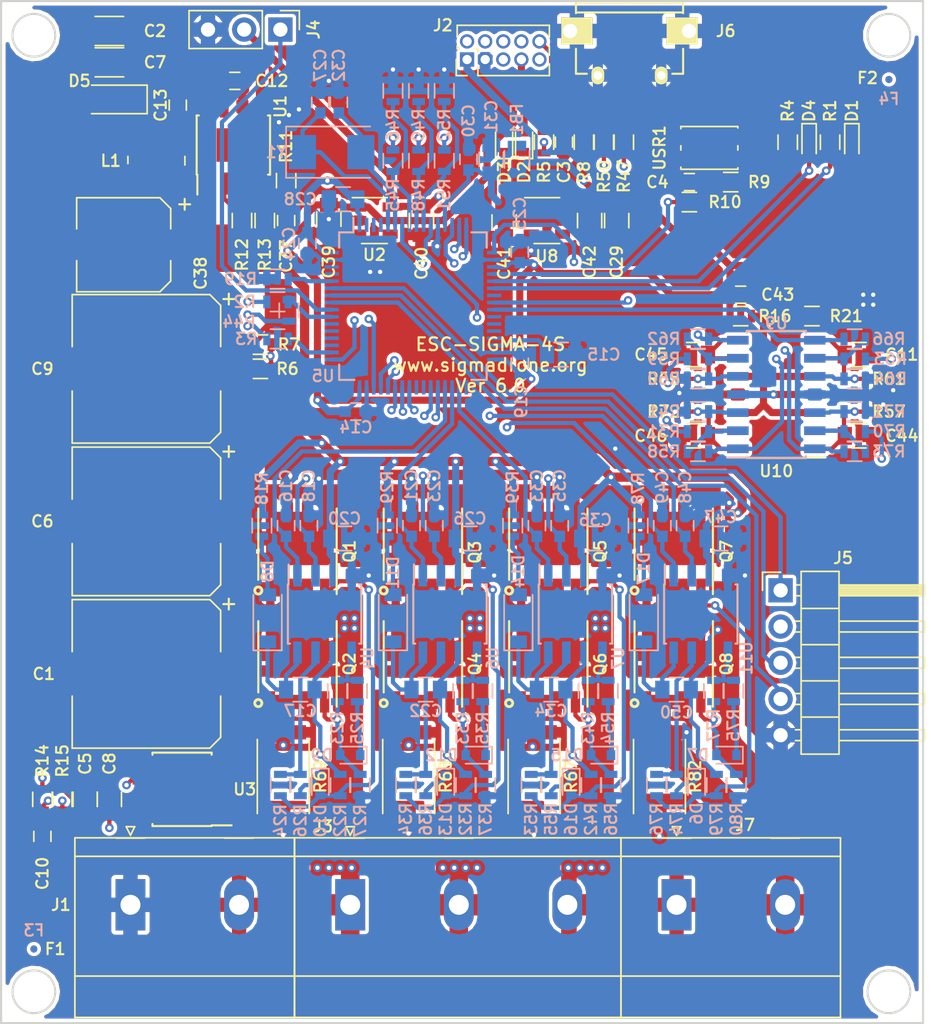
<source format=kicad_pcb>
(kicad_pcb (version 20171130) (host pcbnew 6.0.0-rc1-unknown-7783290~84~ubuntu18.04.1)
  (layers (0 F.Cu mixed) (1 In1.Cu mixed) (2 In2.Cu mixed) (31 B.Cu mixed) (34 B.Paste user hide) (35 F.Paste user hide) (36 B.SilkS user) (37 F.SilkS user) (38 B.Mask user hide) (39 F.Mask user hide) (44 Edge.Cuts user))
  (net 0 "")
  (net 1 /MOSFETs/PHASE_A)
  (net 2 /MOSFETs/PHASE_B)
  (net 3 /MOSFETs/PHASE_C)
  (net 4 GND)
  (net 5 +BATT)
  (net 6 /MCU/CURRENT_ADC)
  (net 7 /MCU/LED_WARN)
  (net 8 /MCU/PA13)
  (net 9 /MCU/NRST)
  (net 10 /MCU/PA14)
  (net 11 /MCU/PWM)
  (net 12 /MCU/VBAT_ADC)
  (net 13 /MCU/SENSE_A)
  (net 14 /MCU/SENSE_B)
  (net 15 /MCU/SENSE_C)
  (net 16 /MCU/PWM_AH)
  (net 17 /MCU/PWM_AL)
  (net 18 /MCU/PWM_BH)
  (net 19 /MCU/PWM_BL)
  (net 20 /MCU/PWM_CH)
  (net 21 /MCU/PWM_CL)
  (net 22 /MCU/CURRENT_FAULT)
  (net 23 /MCU/LED_STATUS)
  (net 24 /MOSFETs/GATE_AH)
  (net 25 /MOSFETs/GATE_BH)
  (net 26 /MOSFETs/GATE_CH)
  (net 27 +3V3)
  (net 28 /MOSFETs/GATE_AL)
  (net 29 /MOSFETs/GATE_BL)
  (net 30 /MOSFETs/GATE_CL)
  (net 31 /MCU/PB3)
  (net 32 /MCU/PB0)
  (net 33 /MCU/PA7)
  (net 34 /MCU/PB1)
  (net 35 "Net-(C15-Pad2)")
  (net 36 "Net-(C17-Pad2)")
  (net 37 "Net-(C22-Pad2)")
  (net 38 "Net-(C27-Pad1)")
  (net 39 "Net-(C30-Pad1)")
  (net 40 "Net-(C32-Pad1)")
  (net 41 "Net-(C34-Pad2)")
  (net 42 "Net-(D1-Pad1)")
  (net 43 "Net-(D4-Pad1)")
  (net 44 "Net-(D8-Pad2)")
  (net 45 "Net-(D9-Pad1)")
  (net 46 "Net-(D9-Pad2)")
  (net 47 "Net-(D10-Pad2)")
  (net 48 "Net-(D10-Pad1)")
  (net 49 "Net-(D11-Pad2)")
  (net 50 "Net-(D12-Pad1)")
  (net 51 "Net-(D12-Pad2)")
  (net 52 "Net-(D13-Pad2)")
  (net 53 "Net-(D13-Pad1)")
  (net 54 "Net-(D14-Pad2)")
  (net 55 "Net-(D15-Pad2)")
  (net 56 "Net-(D15-Pad1)")
  (net 57 "Net-(D16-Pad1)")
  (net 58 "Net-(D16-Pad2)")
  (net 59 "Net-(R19-Pad1)")
  (net 60 /MCU/EXT_5V)
  (net 61 "Net-(J2-Pad8)")
  (net 62 "Net-(U2-Pad4)")
  (net 63 /MCU/PD2)
  (net 64 /MCU/PC12)
  (net 65 /MCU/PC11)
  (net 66 /MCU/PC10)
  (net 67 /MCU/PA15)
  (net 68 /MCU/PC9)
  (net 69 /MCU/PC8)
  (net 70 /MCU/PB12)
  (net 71 /MCU/PB10)
  (net 72 /MCU/PB2)
  (net 73 /MCU/PA4)
  (net 74 /MCU/PC13)
  (net 75 "Net-(C13-Pad2)")
  (net 76 "Net-(U2-Pad3)")
  (net 77 "Net-(R5-Pad1)")
  (net 78 "Net-(C4-Pad1)")
  (net 79 "Net-(C13-Pad1)")
  (net 80 +15V)
  (net 81 "Net-(C37-Pad2)")
  (net 82 +5V)
  (net 83 "Net-(C41-Pad2)")
  (net 84 "Net-(C44-Pad2)")
  (net 85 VIN)
  (net 86 "Net-(J2-Pad9)")
  (net 87 "Net-(J2-Pad6)")
  (net 88 "Net-(J2-Pad5)")
  (net 89 "Net-(J6-Pad1)")
  (net 90 "Net-(J6-Pad2)")
  (net 91 "Net-(J6-Pad4)")
  (net 92 "Net-(J6-Pad3)")
  (net 93 /MOSFETs/C_ISENSE_P)
  (net 94 /MOSFETs/B_ISENSE_P)
  (net 95 /MOSFETs/A_ISENSE_P)
  (net 96 "Net-(R12-Pad1)")
  (net 97 "Net-(R15-Pad1)")
  (net 98 "Net-(R16-Pad1)")
  (net 99 "Net-(R31-Pad2)")
  (net 100 "Net-(R41-Pad2)")
  (net 101 /MCU/PA11)
  (net 102 /MCU/PA12)
  (net 103 /MCU/IA_FB)
  (net 104 "Net-(R59-Pad2)")
  (net 105 "Net-(R60-Pad2)")
  (net 106 /MCU/IB_FB)
  (net 107 "Net-(R63-Pad2)")
  (net 108 /MCU/IC_FB)
  (net 109 /MCU/ENCODER_B)
  (net 110 /MCU/ENCODER_A)
  (net 111 /MCU/ENCODER_Z)
  (net 112 "Net-(U8-Pad4)")
  (net 113 "Net-(U8-Pad3)")
  (net 114 "Net-(C11-Pad2)")
  (net 115 "Net-(C45-Pad2)")
  (net 116 "Net-(C46-Pad2)")
  (net 117 "Net-(C50-Pad2)")
  (net 118 /MOSFETs/PHASE_R)
  (net 119 "Net-(D6-Pad2)")
  (net 120 "Net-(D6-Pad1)")
  (net 121 "Net-(D7-Pad1)")
  (net 122 "Net-(D7-Pad2)")
  (net 123 "Net-(D17-Pad2)")
  (net 124 "Net-(R70-Pad2)")
  (net 125 /MOSFETs/GATE_RH)
  (net 126 /MOSFETs/GATE_RL)
  (net 127 /MOSFETs/R_ISENSE_P)
  (net 128 /MCU/AUX_H)
  (net 129 /MCU/AUX_L)
  (net 130 "Net-(R57-Pad1)")
  (net 131 "Net-(R61-Pad1)")
  (net 132 /MCU/IR_FB)
  (net 133 /MCU/PB9)
  (net 134 /MCU/PB8)
  (net 135 /MCU/PC15)
  (net 136 /MCU/PC14)
  (module Housings_SOIC:SOIC-14_3.9x8.7mm_Pitch1.27mm (layer F.Cu) (at 136.9 77 180)
    (fp_text reference U10 (at 0 -5.375 180) (layer F.SilkS) (effects (font (size 0.8 0.8))))
    (fp_text value OPA4374)
    (pad 14 smd rect (at 2.7 -3.81 180) (size 1.5 0.6) (layers F.Cu F.Paste F.Mask) (net 116 "Net-(C46-Pad2)"))
    (pad 13 smd rect (at 2.7 -2.54 180) (size 1.5 0.6) (layers F.Cu F.Paste F.Mask) (net 116 "Net-(C46-Pad2)"))
    (pad 12 smd rect (at 2.7 -1.27 180) (size 1.5 0.6) (layers F.Cu F.Paste F.Mask) (net 98 "Net-(R16-Pad1)"))
    (pad 11 smd rect (at 2.7 0 180) (size 1.5 0.6) (layers F.Cu F.Paste F.Mask) (net 4 GND))
    (pad 10 smd rect (at 2.7 1.27 180) (size 1.5 0.6) (layers F.Cu F.Paste F.Mask) (net 98 "Net-(R16-Pad1)"))
    (pad 9 smd rect (at 2.7 2.54 180) (size 1.5 0.6) (layers F.Cu F.Paste F.Mask) (net 115 "Net-(C45-Pad2)"))
    (pad 8 smd rect (at 2.7 3.81 180) (size 1.5 0.6) (layers F.Cu F.Paste F.Mask) (net 115 "Net-(C45-Pad2)"))
    (pad 7 smd rect (at -2.7 3.81 180) (size 1.5 0.6) (layers F.Cu F.Paste F.Mask) (net 114 "Net-(C11-Pad2)"))
    (pad 6 smd rect (at -2.7 2.54 180) (size 1.5 0.6) (layers F.Cu F.Paste F.Mask) (net 114 "Net-(C11-Pad2)"))
    (pad 5 smd rect (at -2.7 1.27 180) (size 1.5 0.6) (layers F.Cu F.Paste F.Mask) (net 98 "Net-(R16-Pad1)"))
    (pad 4 smd rect (at -2.7 0 180) (size 1.5 0.6) (layers F.Cu F.Paste F.Mask) (net 27 +3V3))
    (pad 3 smd rect (at -2.7 -1.27 180) (size 1.5 0.6) (layers F.Cu F.Paste F.Mask) (net 98 "Net-(R16-Pad1)"))
    (pad 2 smd rect (at -2.7 -2.54 180) (size 1.5 0.6) (layers F.Cu F.Paste F.Mask) (net 84 "Net-(C44-Pad2)"))
    (pad 1 smd rect (at -2.7 -3.81 180) (size 1.5 0.6) (layers F.Cu F.Paste F.Mask) (net 84 "Net-(C44-Pad2)"))
  )
  (module Sigmadrone:WURTH_629105150921_NO_OVALS (layer F.Cu) (at 126.6 51.5 180)
    (fp_text reference J6 (at -6.75 0 180) (layer F.SilkS) (effects (font (size 0.8 0.8))))
    (fp_text value 629_105_150_921)
    (pad 1 smd rect (at -1.3 -2.75 180) (size 0.4 1.35) (layers F.Cu F.Paste F.Mask) (net 89 "Net-(J6-Pad1)"))
    (pad 2 smd rect (at -0.65 -2.75 180) (size 0.4 1.35) (layers F.Cu F.Paste F.Mask) (net 90 "Net-(J6-Pad2)"))
    (pad 5 smd rect (at 1.3 -2.75 180) (size 0.4 1.35) (layers F.Cu F.Paste F.Mask) (net 4 GND))
    (pad 4 smd rect (at 0.65 -2.75 180) (size 0.4 1.35) (layers F.Cu F.Paste F.Mask) (net 91 "Net-(J6-Pad4)"))
    (pad 3 smd rect (at 0 -2.75 180) (size 0.4 1.35) (layers F.Cu F.Paste F.Mask) (net 92 "Net-(J6-Pad3)"))
    (pad 11 thru_hole oval (at -2.225 -3.12 180) (size 0.9 1.25) (drill 0.6) (layers *.Cu *.Mask F.SilkS) (net 4 GND))
    (pad 6 thru_hole oval (at 2.225 -3.12 180) (size 0.9 1.25) (drill 0.6) (layers *.Cu *.Mask F.SilkS) (net 4 GND))
    (pad 8 smd rect (at 1.15 0 180) (size 1.8 1.9) (layers F.Cu F.Paste F.Mask) (net 4 GND))
    (pad 9 smd rect (at -1.15 0 180) (size 1.8 1.9) (layers F.Cu F.Paste F.Mask) (net 4 GND))
    (pad 7 thru_hole rect (at 4.175 0 180) (size 2.185 1.9) (drill oval 1 (offset -0.48 0)) (layers *.Cu *.Mask F.SilkS) (net 4 GND))
    (pad 10 thru_hole rect (at -4.175 0 180) (size 2.185 1.9) (drill oval 1 (offset 0.48 0)) (layers *.Cu *.Mask F.SilkS) (net 4 GND))
  )
  (module Diodes_SMD:D_SOD-523 (layer B.Cu) (at 122.5 104.4 270)
    (fp_text reference D16 (at 2.4 0 90) (layer B.SilkS) (effects (font (size 0.8 0.8)) (justify mirror)))
    (fp_text value BAT30KFILM)
    (pad 1 smd rect (at -0.7 0 90) (size 0.6 0.7) (layers B.Cu B.Paste B.Mask) (net 57 "Net-(D16-Pad1)"))
    (pad 2 smd rect (at 0.7 0 90) (size 0.6 0.7) (layers B.Cu B.Paste B.Mask) (net 58 "Net-(D16-Pad2)"))
  )
  (module Sigmadrone:PhoenixContact_MKDS_03x7.62mm_Vertical (layer F.Cu) (at 107 112.8)
    (fp_text reference J3 (at -1.9 -5.5) (layer F.SilkS) (effects (font (size 0.8 0.8))))
    (fp_text value CONN_01X03)
    (pad 1 thru_hole rect (at 0 0) (size 2.1 3.6) (drill 1.4) (layers *.Cu *.Mask) (net 3 /MOSFETs/PHASE_C))
    (pad 2 thru_hole oval (at 7.62 0) (size 2.1 3.6) (drill 1.4) (layers *.Cu *.Mask) (net 2 /MOSFETs/PHASE_B))
    (pad 3 thru_hole oval (at 15.24 0) (size 2.1 3.6) (drill 1.4) (layers *.Cu *.Mask) (net 1 /MOSFETs/PHASE_A))
  )
  (module Diodes_SMD:D_SOD-523 (layer F.Cu) (at 119.2 59.3 90)
    (fp_text reference D2 (at -2.1 0 90) (layer F.SilkS) (effects (font (size 0.8 0.8))))
    (fp_text value BAT30KFILM)
    (pad 1 smd rect (at -0.7 0 270) (size 0.6 0.7) (layers F.Cu F.Paste F.Mask) (net 83 "Net-(C41-Pad2)"))
    (pad 2 smd rect (at 0.7 0 270) (size 0.6 0.7) (layers F.Cu F.Paste F.Mask) (net 60 /MCU/EXT_5V))
  )
  (module Diodes_SMD:D_SOD-523 (layer F.Cu) (at 117.8 59.3 90)
    (fp_text reference D3 (at -2.1 0 90) (layer F.SilkS) (effects (font (size 0.8 0.8))))
    (fp_text value BAT30KFILM)
    (pad 1 smd rect (at -0.7 0 270) (size 0.6 0.7) (layers F.Cu F.Paste F.Mask) (net 83 "Net-(C41-Pad2)"))
    (pad 2 smd rect (at 0.7 0 270) (size 0.6 0.7) (layers F.Cu F.Paste F.Mask) (net 80 +15V))
  )
  (module Capacitors_SMD:C_0805 (layer B.Cu) (at 121.8 74.2 180)
    (fp_text reference C15 (at -3 0) (layer B.SilkS) (effects (font (size 0.8 0.8)) (justify mirror)))
    (fp_text value "4.7uF 25V")
    (pad 2 smd rect (at 1 0 180) (size 1 1.25) (layers B.Cu B.Paste B.Mask) (net 35 "Net-(C15-Pad2)"))
    (pad 1 smd rect (at -1 0 180) (size 1 1.25) (layers B.Cu B.Paste B.Mask) (net 4 GND))
  )
  (module Housings_QFP:LQFP-64_10x10mm_Pitch0.5mm (layer B.Cu) (at 111.4 70.8 270)
    (fp_text reference U5 (at 4.9 6.3) (layer B.SilkS) (effects (font (size 0.8 0.8)) (justify mirror)))
    (fp_text value STM32F411RETx)
    (pad 64 smd rect (at -3.75 5.7 180) (size 1 0.25) (layers B.Cu B.Paste B.Mask) (net 27 +3V3))
    (pad 63 smd rect (at -3.25 5.7 180) (size 1 0.25) (layers B.Cu B.Paste B.Mask) (net 4 GND))
    (pad 62 smd rect (at -2.75 5.7 180) (size 1 0.25) (layers B.Cu B.Paste B.Mask) (net 133 /MCU/PB9))
    (pad 61 smd rect (at -2.25 5.7 180) (size 1 0.25) (layers B.Cu B.Paste B.Mask) (net 134 /MCU/PB8))
    (pad 60 smd rect (at -1.75 5.7 180) (size 1 0.25) (layers B.Cu B.Paste B.Mask) (net 59 "Net-(R19-Pad1)"))
    (pad 59 smd rect (at -1.25 5.7 180) (size 1 0.25) (layers B.Cu B.Paste B.Mask) (net 109 /MCU/ENCODER_B))
    (pad 58 smd rect (at -0.75 5.7 180) (size 1 0.25) (layers B.Cu B.Paste B.Mask) (net 110 /MCU/ENCODER_A))
    (pad 57 smd rect (at -0.25 5.7 180) (size 1 0.25) (layers B.Cu B.Paste B.Mask) (net 111 /MCU/ENCODER_Z))
    (pad 56 smd rect (at 0.25 5.7 180) (size 1 0.25) (layers B.Cu B.Paste B.Mask) (net 11 /MCU/PWM))
    (pad 55 smd rect (at 0.75 5.7 180) (size 1 0.25) (layers B.Cu B.Paste B.Mask) (net 31 /MCU/PB3))
    (pad 54 smd rect (at 1.25 5.7 180) (size 1 0.25) (layers B.Cu B.Paste B.Mask) (net 63 /MCU/PD2))
    (pad 53 smd rect (at 1.75 5.7 180) (size 1 0.25) (layers B.Cu B.Paste B.Mask) (net 64 /MCU/PC12))
    (pad 52 smd rect (at 2.25 5.7 180) (size 1 0.25) (layers B.Cu B.Paste B.Mask) (net 65 /MCU/PC11))
    (pad 51 smd rect (at 2.75 5.7 180) (size 1 0.25) (layers B.Cu B.Paste B.Mask) (net 66 /MCU/PC10))
    (pad 50 smd rect (at 3.25 5.7 180) (size 1 0.25) (layers B.Cu B.Paste B.Mask) (net 67 /MCU/PA15))
    (pad 49 smd rect (at 3.75 5.7 180) (size 1 0.25) (layers B.Cu B.Paste B.Mask) (net 10 /MCU/PA14))
    (pad 48 smd rect (at 5.7 3.75 270) (size 1 0.25) (layers B.Cu B.Paste B.Mask) (net 27 +3V3))
    (pad 47 smd rect (at 5.7 3.25 270) (size 1 0.25) (layers B.Cu B.Paste B.Mask) (net 4 GND))
    (pad 46 smd rect (at 5.7 2.75 270) (size 1 0.25) (layers B.Cu B.Paste B.Mask) (net 8 /MCU/PA13))
    (pad 45 smd rect (at 5.7 2.25 270) (size 1 0.25) (layers B.Cu B.Paste B.Mask) (net 102 /MCU/PA12))
    (pad 44 smd rect (at 5.7 1.75 270) (size 1 0.25) (layers B.Cu B.Paste B.Mask) (net 101 /MCU/PA11))
    (pad 43 smd rect (at 5.7 1.25 270) (size 1 0.25) (layers B.Cu B.Paste B.Mask) (net 20 /MCU/PWM_CH))
    (pad 42 smd rect (at 5.7 0.75 270) (size 1 0.25) (layers B.Cu B.Paste B.Mask) (net 18 /MCU/PWM_BH))
    (pad 41 smd rect (at 5.7 0.25 270) (size 1 0.25) (layers B.Cu B.Paste B.Mask) (net 16 /MCU/PWM_AH))
    (pad 40 smd rect (at 5.7 -0.25 270) (size 1 0.25) (layers B.Cu B.Paste B.Mask) (net 68 /MCU/PC9))
    (pad 39 smd rect (at 5.7 -0.75 270) (size 1 0.25) (layers B.Cu B.Paste B.Mask) (net 69 /MCU/PC8))
    (pad 38 smd rect (at 5.7 -1.25 270) (size 1 0.25) (layers B.Cu B.Paste B.Mask) (net 129 /MCU/AUX_L))
    (pad 37 smd rect (at 5.7 -1.75 270) (size 1 0.25) (layers B.Cu B.Paste B.Mask) (net 128 /MCU/AUX_H))
    (pad 36 smd rect (at 5.7 -2.25 270) (size 1 0.25) (layers B.Cu B.Paste B.Mask) (net 21 /MCU/PWM_CL))
    (pad 35 smd rect (at 5.7 -2.75 270) (size 1 0.25) (layers B.Cu B.Paste B.Mask) (net 19 /MCU/PWM_BL))
    (pad 34 smd rect (at 5.7 -3.25 270) (size 1 0.25) (layers B.Cu B.Paste B.Mask) (net 17 /MCU/PWM_AL))
    (pad 33 smd rect (at 5.7 -3.75 270) (size 1 0.25) (layers B.Cu B.Paste B.Mask) (net 70 /MCU/PB12))
    (pad 32 smd rect (at 3.75 -5.7 180) (size 1 0.25) (layers B.Cu B.Paste B.Mask) (net 27 +3V3))
    (pad 31 smd rect (at 3.25 -5.7 180) (size 1 0.25) (layers B.Cu B.Paste B.Mask) (net 4 GND))
    (pad 30 smd rect (at 2.75 -5.7 180) (size 1 0.25) (layers B.Cu B.Paste B.Mask) (net 35 "Net-(C15-Pad2)"))
    (pad 29 smd rect (at 2.25 -5.7 180) (size 1 0.25) (layers B.Cu B.Paste B.Mask) (net 71 /MCU/PB10))
    (pad 28 smd rect (at 1.75 -5.7 180) (size 1 0.25) (layers B.Cu B.Paste B.Mask) (net 72 /MCU/PB2))
    (pad 27 smd rect (at 1.25 -5.7 180) (size 1 0.25) (layers B.Cu B.Paste B.Mask) (net 34 /MCU/PB1))
    (pad 26 smd rect (at 0.75 -5.7 180) (size 1 0.25) (layers B.Cu B.Paste B.Mask) (net 32 /MCU/PB0))
    (pad 25 smd rect (at 0.25 -5.7 180) (size 1 0.25) (layers B.Cu B.Paste B.Mask) (net 108 /MCU/IC_FB))
    (pad 24 smd rect (at -0.25 -5.7 180) (size 1 0.25) (layers B.Cu B.Paste B.Mask) (net 106 /MCU/IB_FB))
    (pad 23 smd rect (at -0.75 -5.7 180) (size 1 0.25) (layers B.Cu B.Paste B.Mask) (net 33 /MCU/PA7))
    (pad 22 smd rect (at -1.25 -5.7 180) (size 1 0.25) (layers B.Cu B.Paste B.Mask) (net 23 /MCU/LED_STATUS))
    (pad 21 smd rect (at -1.75 -5.7 180) (size 1 0.25) (layers B.Cu B.Paste B.Mask) (net 7 /MCU/LED_WARN))
    (pad 20 smd rect (at -2.25 -5.7 180) (size 1 0.25) (layers B.Cu B.Paste B.Mask) (net 73 /MCU/PA4))
    (pad 19 smd rect (at -2.75 -5.7 180) (size 1 0.25) (layers B.Cu B.Paste B.Mask) (net 27 +3V3))
    (pad 18 smd rect (at -3.25 -5.7 180) (size 1 0.25) (layers B.Cu B.Paste B.Mask) (net 4 GND))
    (pad 17 smd rect (at -3.75 -5.7 180) (size 1 0.25) (layers B.Cu B.Paste B.Mask) (net 132 /MCU/IR_FB))
    (pad 16 smd rect (at -5.7 -3.75 270) (size 1 0.25) (layers B.Cu B.Paste B.Mask) (net 22 /MCU/CURRENT_FAULT))
    (pad 15 smd rect (at -5.7 -3.25 270) (size 1 0.25) (layers B.Cu B.Paste B.Mask) (net 12 /MCU/VBAT_ADC))
    (pad 14 smd rect (at -5.7 -2.75 270) (size 1 0.25) (layers B.Cu B.Paste B.Mask) (net 6 /MCU/CURRENT_ADC))
    (pad 13 smd rect (at -5.7 -2.25 270) (size 1 0.25) (layers B.Cu B.Paste B.Mask) (net 39 "Net-(C30-Pad1)"))
    (pad 12 smd rect (at -5.7 -1.75 270) (size 1 0.25) (layers B.Cu B.Paste B.Mask) (net 4 GND))
    (pad 11 smd rect (at -5.7 -1.25 270) (size 1 0.25) (layers B.Cu B.Paste B.Mask) (net 103 /MCU/IA_FB))
    (pad 10 smd rect (at -5.7 -0.75 270) (size 1 0.25) (layers B.Cu B.Paste B.Mask) (net 15 /MCU/SENSE_C))
    (pad 9 smd rect (at -5.7 -0.25 270) (size 1 0.25) (layers B.Cu B.Paste B.Mask) (net 14 /MCU/SENSE_B))
    (pad 8 smd rect (at -5.7 0.25 270) (size 1 0.25) (layers B.Cu B.Paste B.Mask) (net 13 /MCU/SENSE_A))
    (pad 7 smd rect (at -5.7 0.75 270) (size 1 0.25) (layers B.Cu B.Paste B.Mask) (net 77 "Net-(R5-Pad1)"))
    (pad 6 smd rect (at -5.7 1.25 270) (size 1 0.25) (layers B.Cu B.Paste B.Mask) (net 40 "Net-(C32-Pad1)"))
    (pad 5 smd rect (at -5.7 1.75 270) (size 1 0.25) (layers B.Cu B.Paste B.Mask) (net 38 "Net-(C27-Pad1)"))
    (pad 4 smd rect (at -5.7 2.25 270) (size 1 0.25) (layers B.Cu B.Paste B.Mask) (net 135 /MCU/PC15))
    (pad 3 smd rect (at -5.7 2.75 270) (size 1 0.25) (layers B.Cu B.Paste B.Mask) (net 136 /MCU/PC14))
    (pad 2 smd rect (at -5.7 3.25 270) (size 1 0.25) (layers B.Cu B.Paste B.Mask) (net 74 /MCU/PC13))
    (pad 1 smd rect (at -5.7 3.75 270) (size 1 0.25) (layers B.Cu B.Paste B.Mask) (net 27 +3V3))
  )
  (module Capacitors_SMD:C_0805 (layer B.Cu) (at 103.5 97.7 180)
    (fp_text reference C17 (at 0 -1.5 180) (layer B.SilkS) (effects (font (size 0.8 0.8)) (justify mirror)))
    (fp_text value "1uF 100V")
    (pad 2 smd rect (at 1 0 180) (size 1 1.25) (layers B.Cu B.Paste B.Mask) (net 36 "Net-(C17-Pad2)"))
    (pad 1 smd rect (at -1 0 180) (size 1 1.25) (layers B.Cu B.Paste B.Mask) (net 3 /MOSFETs/PHASE_C))
  )
  (module Crystals:Crystal_SMD_Abracon_ABM3-2pin_5.0x3.2mm (layer B.Cu) (at 105.7 60)
    (fp_text reference Y1 (at -3.9 0 -180) (layer B.SilkS) (effects (font (size 0.8 0.8)) (justify mirror)))
    (fp_text value ABM3-8.000MHZ-D2Y-T)
    (pad 2 smd rect (at 2.05 0) (size 1.9 2.4) (layers B.Cu B.Paste B.Mask) (net 40 "Net-(C32-Pad1)"))
    (pad 1 smd rect (at -2.05 0) (size 1.9 2.4) (layers B.Cu B.Paste B.Mask) (net 38 "Net-(C27-Pad1)"))
  )
  (module Capacitors_SMD:C_0603 (layer B.Cu) (at 104.9 56.5 90)
    (fp_text reference C27 (at 2.6 0 -90) (layer B.SilkS) (effects (font (size 0.8 0.8)) (justify mirror)))
    (fp_text value 27pF/50V/1%)
    (pad 2 smd rect (at 0.75 0 90) (size 0.8 0.75) (layers B.Cu B.Paste B.Mask) (net 4 GND))
    (pad 1 smd rect (at -0.75 0 90) (size 0.8 0.75) (layers B.Cu B.Paste B.Mask) (net 38 "Net-(C27-Pad1)"))
  )
  (module Capacitors_SMD:C_0805 (layer F.Cu) (at 125.7 64.8 90)
    (fp_text reference C29 (at -2.9 0 90) (layer F.SilkS) (effects (font (size 0.8 0.8))))
    (fp_text value "4.7uF 25V")
    (pad 2 smd rect (at 1 0 90) (size 1 1.25) (layers F.Cu F.Paste F.Mask) (net 27 +3V3))
    (pad 1 smd rect (at -1 0 90) (size 1 1.25) (layers F.Cu F.Paste F.Mask) (net 4 GND))
  )
  (module Capacitors_SMD:C_0603 (layer B.Cu) (at 106.2 56.5 90)
    (fp_text reference C32 (at 2.6 0 -90) (layer B.SilkS) (effects (font (size 0.8 0.8)) (justify mirror)))
    (fp_text value 27pF/50V/1%)
    (pad 2 smd rect (at 0.75 0 90) (size 0.8 0.75) (layers B.Cu B.Paste B.Mask) (net 4 GND))
    (pad 1 smd rect (at -0.75 0 90) (size 0.8 0.75) (layers B.Cu B.Paste B.Mask) (net 40 "Net-(C32-Pad1)"))
  )
  (module Capacitors_SMD:C_0603 (layer B.Cu) (at 107.4 78.2 180)
    (fp_text reference C14 (at 0 -1.1) (layer B.SilkS) (effects (font (size 0.8 0.8)) (justify mirror)))
    (fp_text value "100nF 50V")
    (pad 2 smd rect (at 0.75 0 180) (size 0.8 0.75) (layers B.Cu B.Paste B.Mask) (net 27 +3V3))
    (pad 1 smd rect (at -0.75 0 180) (size 0.8 0.75) (layers B.Cu B.Paste B.Mask) (net 4 GND))
  )
  (module Capacitors_SMD:C_0603 (layer B.Cu) (at 118.9 67 270)
    (fp_text reference C25 (at -2.7 0 270) (layer B.SilkS) (effects (font (size 0.8 0.8)) (justify mirror)))
    (fp_text value "100nF 50V")
    (pad 2 smd rect (at 0.75 0 270) (size 0.8 0.75) (layers B.Cu B.Paste B.Mask) (net 27 +3V3))
    (pad 1 smd rect (at -0.75 0 270) (size 0.8 0.75) (layers B.Cu B.Paste B.Mask) (net 4 GND))
  )
  (module Capacitors_SMD:C_0805 (layer B.Cu) (at 116.9 60.5 90)
    (fp_text reference C31 (at 3 0 -90) (layer B.SilkS) (effects (font (size 0.8 0.8)) (justify mirror)))
    (fp_text value "1uF 100V")
    (pad 2 smd rect (at 1 0 90) (size 1 1.25) (layers B.Cu B.Paste B.Mask) (net 4 GND))
    (pad 1 smd rect (at -1 0 90) (size 1 1.25) (layers B.Cu B.Paste B.Mask) (net 39 "Net-(C30-Pad1)"))
  )
  (module Resistors_SMD:R_0603 (layer B.Cu) (at 111.8 55.7 270)
    (fp_text reference R49 (at 2.4 0 270) (layer B.SilkS) (effects (font (size 0.8 0.8)) (justify mirror)))
    (fp_text value 4.7k)
    (pad 2 smd rect (at 0.75 0 270) (size 0.5 0.9) (layers B.Cu B.Paste B.Mask) (net 14 /MCU/SENSE_B))
    (pad 1 smd rect (at -0.75 0 270) (size 0.5 0.9) (layers B.Cu B.Paste B.Mask) (net 4 GND))
  )
  (module Capacitors_SMD:C_0603 (layer B.Cu) (at 118.9 74.8 270)
    (fp_text reference C19 (at 2.7 -0.1 90) (layer B.SilkS) (effects (font (size 0.8 0.8)) (justify mirror)))
    (fp_text value "100nF 50V")
    (pad 2 smd rect (at 0.75 0 270) (size 0.8 0.75) (layers B.Cu B.Paste B.Mask) (net 27 +3V3))
    (pad 1 smd rect (at -0.75 0 270) (size 0.8 0.75) (layers B.Cu B.Paste B.Mask) (net 4 GND))
  )
  (module Resistors_SMD:R_0603 (layer B.Cu) (at 102.7 71.1 90)
    (fp_text reference R44 (at -0.8 -3.5 180) (layer B.SilkS) (effects (font (size 0.8 0.8)) (justify mirror)))
    (fp_text value 21)
    (pad 2 smd rect (at 0.75 0 90) (size 0.5 0.9) (layers B.Cu B.Paste B.Mask) (net 31 /MCU/PB3))
    (pad 1 smd rect (at -0.75 0 90) (size 0.5 0.9) (layers B.Cu B.Paste B.Mask) (net 87 "Net-(J2-Pad6)"))
  )
  (module Resistors_SMD:R_0603 (layer B.Cu) (at 111.8 60.6 90)
    (fp_text reference R48 (at -2.4 0 -90) (layer B.SilkS) (effects (font (size 0.8 0.8)) (justify mirror)))
    (fp_text value 47k)
    (pad 2 smd rect (at 0.75 0 90) (size 0.5 0.9) (layers B.Cu B.Paste B.Mask) (net 2 /MOSFETs/PHASE_B))
    (pad 1 smd rect (at -0.75 0 90) (size 0.5 0.9) (layers B.Cu B.Paste B.Mask) (net 14 /MCU/SENSE_B))
  )
  (module Resistors_SMD:R_0603 (layer B.Cu) (at 113.6 60.6 90)
    (fp_text reference R51 (at -2.4 0 -90) (layer B.SilkS) (effects (font (size 0.8 0.8)) (justify mirror)))
    (fp_text value 47k)
    (pad 2 smd rect (at 0.75 0 90) (size 0.5 0.9) (layers B.Cu B.Paste B.Mask) (net 3 /MOSFETs/PHASE_C))
    (pad 1 smd rect (at -0.75 0 90) (size 0.5 0.9) (layers B.Cu B.Paste B.Mask) (net 15 /MCU/SENSE_C))
  )
  (module Resistors_SMD:R_0603 (layer B.Cu) (at 110 55.7 270)
    (fp_text reference R46 (at 2.4 0 270) (layer B.SilkS) (effects (font (size 0.8 0.8)) (justify mirror)))
    (fp_text value 4.7k)
    (pad 2 smd rect (at 0.75 0 270) (size 0.5 0.9) (layers B.Cu B.Paste B.Mask) (net 13 /MCU/SENSE_A))
    (pad 1 smd rect (at -0.75 0 270) (size 0.5 0.9) (layers B.Cu B.Paste B.Mask) (net 4 GND))
  )
  (module Resistors_SMD:R_0603 (layer B.Cu) (at 110 60.6 90)
    (fp_text reference R45 (at -2.4 0 -90) (layer B.SilkS) (effects (font (size 0.8 0.8)) (justify mirror)))
    (fp_text value 47k)
    (pad 2 smd rect (at 0.75 0 90) (size 0.5 0.9) (layers B.Cu B.Paste B.Mask) (net 1 /MOSFETs/PHASE_A))
    (pad 1 smd rect (at -0.75 0 90) (size 0.5 0.9) (layers B.Cu B.Paste B.Mask) (net 13 /MCU/SENSE_A))
  )
  (module Capacitors_SMD:C_0603 (layer B.Cu) (at 104 66.4 90)
    (fp_text reference C24 (at 0 -1.3 90) (layer B.SilkS) (effects (font (size 0.8 0.8)) (justify mirror)))
    (fp_text value "100nF 50V")
    (pad 2 smd rect (at 0.75 0 90) (size 0.8 0.75) (layers B.Cu B.Paste B.Mask) (net 27 +3V3))
    (pad 1 smd rect (at -0.75 0 90) (size 0.8 0.75) (layers B.Cu B.Paste B.Mask) (net 4 GND))
  )
  (module Resistors_SMD:R_0805 (layer B.Cu) (at 118.7 60.5 90)
    (fp_text reference FB1 (at 2.8 0 270) (layer B.SilkS) (effects (font (size 0.8 0.8)) (justify mirror)))
    (fp_text value "BEAD/0.6OHM/0.2A/2.2 kOhm @ 100MHz")
    (pad 2 smd rect (at 0.95 0 90) (size 0.7 1.3) (layers B.Cu B.Paste B.Mask) (net 39 "Net-(C30-Pad1)"))
    (pad 1 smd rect (at -0.95 0 90) (size 0.7 1.3) (layers B.Cu B.Paste B.Mask) (net 27 +3V3))
  )
  (module Capacitors_SMD:C_0805 (layer B.Cu) (at 106.5 63.3 180)
    (fp_text reference C28 (at 3 0 180) (layer B.SilkS) (effects (font (size 0.8 0.8)) (justify mirror)))
    (fp_text value "1uF 100V")
    (pad 2 smd rect (at 1 0 180) (size 1 1.25) (layers B.Cu B.Paste B.Mask) (net 4 GND))
    (pad 1 smd rect (at -1 0 180) (size 1 1.25) (layers B.Cu B.Paste B.Mask) (net 27 +3V3))
  )
  (module Capacitors_SMD:C_0603 (layer B.Cu) (at 115.3 60.5 90)
    (fp_text reference C30 (at 2.7 0 -90) (layer B.SilkS) (effects (font (size 0.8 0.8)) (justify mirror)))
    (fp_text value "100nF 50V")
    (pad 2 smd rect (at 0.75 0 90) (size 0.8 0.75) (layers B.Cu B.Paste B.Mask) (net 4 GND))
    (pad 1 smd rect (at -0.75 0 90) (size 0.8 0.75) (layers B.Cu B.Paste B.Mask) (net 39 "Net-(C30-Pad1)"))
  )
  (module Resistors_SMD:R_0603 (layer B.Cu) (at 113.6 55.7 270)
    (fp_text reference R52 (at 2.4 0 270) (layer B.SilkS) (effects (font (size 0.8 0.8)) (justify mirror)))
    (fp_text value 4.7k)
    (pad 2 smd rect (at 0.75 0 270) (size 0.5 0.9) (layers B.Cu B.Paste B.Mask) (net 15 /MCU/SENSE_C))
    (pad 1 smd rect (at -0.75 0 270) (size 0.5 0.9) (layers B.Cu B.Paste B.Mask) (net 4 GND))
  )
  (module Resistors_SMD:R_0603 (layer B.Cu) (at 101.9 68.9 180)
    (fp_text reference R19 (at 2.6 0 180) (layer B.SilkS) (effects (font (size 0.8 0.8)) (justify mirror)))
    (fp_text value 10k)
    (pad 2 smd rect (at 0.75 0 180) (size 0.5 0.9) (layers B.Cu B.Paste B.Mask) (net 4 GND))
    (pad 1 smd rect (at -0.75 0 180) (size 0.5 0.9) (layers B.Cu B.Paste B.Mask) (net 59 "Net-(R19-Pad1)"))
  )
  (module Resistors_SMD:R_0603 (layer F.Cu) (at 137.7 59.3 90)
    (fp_text reference R4 (at 2.2 0 90) (layer F.SilkS) (effects (font (size 0.8 0.8))))
    (fp_text value 2.2k)
    (pad 2 smd rect (at 0.75 0 90) (size 0.5 0.9) (layers F.Cu F.Paste F.Mask) (net 43 "Net-(D4-Pad1)"))
    (pad 1 smd rect (at -0.75 0 90) (size 0.5 0.9) (layers F.Cu F.Paste F.Mask) (net 4 GND))
  )
  (module Housings_SOIC:SOIC-8_3.9x4.9mm_Pitch1.27mm (layer F.Cu) (at 95.2 104.7 180)
    (fp_text reference U3 (at -4.4 0 180) (layer F.SilkS) (effects (font (size 0.8 0.8))))
    (fp_text value ACS711)
    (pad 8 smd rect (at 2.7 -1.905 180) (size 1.55 0.6) (layers F.Cu F.Paste F.Mask) (net 27 +3V3))
    (pad 7 smd rect (at 2.7 -0.635 180) (size 1.55 0.6) (layers F.Cu F.Paste F.Mask) (net 97 "Net-(R15-Pad1)"))
    (pad 6 smd rect (at 2.7 0.635 180) (size 1.55 0.6) (layers F.Cu F.Paste F.Mask) (net 22 /MCU/CURRENT_FAULT))
    (pad 5 smd rect (at 2.7 1.905 180) (size 1.55 0.6) (layers F.Cu F.Paste F.Mask) (net 4 GND))
    (pad 4 smd rect (at -2.7 1.905 180) (size 1.55 0.6) (layers F.Cu F.Paste F.Mask) (net 5 +BATT))
    (pad 3 smd rect (at -2.7 0.635 180) (size 1.55 0.6) (layers F.Cu F.Paste F.Mask) (net 5 +BATT))
    (pad 2 smd rect (at -2.7 -0.635 180) (size 1.55 0.6) (layers F.Cu F.Paste F.Mask) (net 85 VIN))
    (pad 1 smd rect (at -2.7 -1.905 180) (size 1.55 0.6) (layers F.Cu F.Paste F.Mask) (net 85 VIN))
  )
  (module Resistors_SMD:R_0603 (layer B.Cu) (at 119.7 104.4 270)
    (fp_text reference R53 (at 2.4 0 270) (layer B.SilkS) (effects (font (size 0.8 0.8)) (justify mirror)))
    (fp_text value 21)
    (pad 2 smd rect (at 0.75 0 270) (size 0.5 0.9) (layers B.Cu B.Paste B.Mask) (net 58 "Net-(D16-Pad2)"))
    (pad 1 smd rect (at -0.75 0 270) (size 0.5 0.9) (layers B.Cu B.Paste B.Mask) (net 24 /MOSFETs/GATE_AH))
  )
  (module Resistors_SMD:R_0603 (layer B.Cu) (at 118.4 86.2 270)
    (fp_text reference R39 (at -2.7 0 90) (layer B.SilkS) (effects (font (size 0.8 0.8)) (justify mirror)))
    (fp_text value 5)
    (pad 2 smd rect (at 0.75 0 270) (size 0.5 0.9) (layers B.Cu B.Paste B.Mask) (net 54 "Net-(D14-Pad2)"))
    (pad 1 smd rect (at -0.75 0 270) (size 0.5 0.9) (layers B.Cu B.Paste B.Mask) (net 80 +15V))
  )
  (module Resistors_SMD:R_0603 (layer F.Cu) (at 100.7 75.2)
    (fp_text reference R6 (at 1.9 0) (layer F.SilkS) (effects (font (size 0.8 0.8))))
    (fp_text value 47k)
    (pad 2 smd rect (at 0.75 0) (size 0.5 0.9) (layers F.Cu F.Paste F.Mask) (net 12 /MCU/VBAT_ADC))
    (pad 1 smd rect (at -0.75 0) (size 0.5 0.9) (layers F.Cu F.Paste F.Mask) (net 5 +BATT))
  )
  (module Resistors_SMD:R_0603 (layer F.Cu) (at 100.7 73.5 180)
    (fp_text reference R7 (at -2 0) (layer F.SilkS) (effects (font (size 0.8 0.8))))
    (fp_text value 4.7k)
    (pad 2 smd rect (at 0.75 0 180) (size 0.5 0.9) (layers F.Cu F.Paste F.Mask) (net 4 GND))
    (pad 1 smd rect (at -0.75 0 180) (size 0.5 0.9) (layers F.Cu F.Paste F.Mask) (net 12 /MCU/VBAT_ADC))
  )
  (module Capacitors_SMD:C_0805 (layer F.Cu) (at 88.4 105.4 270)
    (fp_text reference C5 (at -2.5 0 270) (layer F.SilkS) (effects (font (size 0.8 0.8))))
    (fp_text value "1uF 100V")
    (pad 2 smd rect (at 1 0 270) (size 1 1.25) (layers F.Cu F.Paste F.Mask) (net 6 /MCU/CURRENT_ADC))
    (pad 1 smd rect (at -1 0 270) (size 1 1.25) (layers F.Cu F.Paste F.Mask) (net 4 GND))
  )
  (module Resistors_SMD:R_0603 (layer F.Cu) (at 86.8 105.4 270)
    (fp_text reference R15 (at -2.7 0 270) (layer F.SilkS) (effects (font (size 0.8 0.8))))
    (fp_text value 47k)
    (pad 2 smd rect (at 0.75 0 270) (size 0.5 0.9) (layers F.Cu F.Paste F.Mask) (net 6 /MCU/CURRENT_ADC))
    (pad 1 smd rect (at -0.75 0 270) (size 0.5 0.9) (layers F.Cu F.Paste F.Mask) (net 97 "Net-(R15-Pad1)"))
  )
  (module Resistors_SMD:R_0603 (layer F.Cu) (at 140.672087 59.300597 90)
    (fp_text reference R1 (at 2.200597 0 90) (layer F.SilkS) (effects (font (size 0.8 0.8))))
    (fp_text value 2.2k)
    (pad 2 smd rect (at 0.75 0 90) (size 0.5 0.9) (layers F.Cu F.Paste F.Mask) (net 42 "Net-(D1-Pad1)"))
    (pad 1 smd rect (at -0.75 0 90) (size 0.5 0.9) (layers F.Cu F.Paste F.Mask) (net 23 /MCU/LED_STATUS))
  )
  (module Resistors_SMD:R_0603 (layer B.Cu) (at 125.3 104.4 270)
    (fp_text reference R56 (at 2.4 0 270) (layer B.SilkS) (effects (font (size 0.8 0.8)) (justify mirror)))
    (fp_text value 10k)
    (pad 2 smd rect (at 0.75 0 270) (size 0.5 0.9) (layers B.Cu B.Paste B.Mask) (net 4 GND))
    (pad 1 smd rect (at -0.75 0 270) (size 0.5 0.9) (layers B.Cu B.Paste B.Mask) (net 55 "Net-(D15-Pad2)"))
  )
  (module Resistors_SMD:R_0603 (layer B.Cu) (at 116.5 104.4 270)
    (fp_text reference R37 (at 2.4 0 270) (layer B.SilkS) (effects (font (size 0.8 0.8)) (justify mirror)))
    (fp_text value 10k)
    (pad 2 smd rect (at 0.75 0 270) (size 0.5 0.9) (layers B.Cu B.Paste B.Mask) (net 4 GND))
    (pad 1 smd rect (at -0.75 0 270) (size 0.5 0.9) (layers B.Cu B.Paste B.Mask) (net 51 "Net-(D12-Pad2)"))
  )
  (module Resistors_SMD:R_0603 (layer B.Cu) (at 107.7 104.4 270)
    (fp_text reference R27 (at 2.5 0 270) (layer B.SilkS) (effects (font (size 0.8 0.8)) (justify mirror)))
    (fp_text value 10k)
    (pad 2 smd rect (at 0.75 0 270) (size 0.5 0.9) (layers B.Cu B.Paste B.Mask) (net 4 GND))
    (pad 1 smd rect (at -0.75 0 270) (size 0.5 0.9) (layers B.Cu B.Paste B.Mask) (net 46 "Net-(D9-Pad2)"))
  )
  (module Diodes_SMD:D_SOD-123 (layer B.Cu) (at 118.8 92.7 90)
    (fp_text reference D14 (at 3.3 0 90) (layer B.SilkS) (effects (font (size 0.8 0.8)) (justify mirror)))
    (fp_text value STPS0560Z)
    (pad 2 smd rect (at 1.65 0 90) (size 0.9 1.2) (layers B.Cu B.Paste B.Mask) (net 54 "Net-(D14-Pad2)"))
    (pad 1 smd rect (at -1.65 0 90) (size 0.9 1.2) (layers B.Cu B.Paste B.Mask) (net 41 "Net-(C34-Pad2)"))
  )
  (module Diodes_SMD:D_SOD-123 (layer B.Cu) (at 110 92.7 90)
    (fp_text reference D11 (at 3.2 0 90) (layer B.SilkS) (effects (font (size 0.8 0.8)) (justify mirror)))
    (fp_text value STPS0560Z)
    (pad 2 smd rect (at 1.65 0 90) (size 0.9 1.2) (layers B.Cu B.Paste B.Mask) (net 49 "Net-(D11-Pad2)"))
    (pad 1 smd rect (at -1.65 0 90) (size 0.9 1.2) (layers B.Cu B.Paste B.Mask) (net 37 "Net-(C22-Pad2)"))
  )
  (module Diodes_SMD:D_SOD-123 (layer B.Cu) (at 101.2 92.7 90)
    (fp_text reference D8 (at 3.3 0 90) (layer B.SilkS) (effects (font (size 0.8 0.8)) (justify mirror)))
    (fp_text value STPS0560Z)
    (pad 2 smd rect (at 1.65 0 90) (size 0.9 1.2) (layers B.Cu B.Paste B.Mask) (net 44 "Net-(D8-Pad2)"))
    (pad 1 smd rect (at -1.65 0 90) (size 0.9 1.2) (layers B.Cu B.Paste B.Mask) (net 36 "Net-(C17-Pad2)"))
  )
  (module Capacitors_SMD:C_0805 (layer B.Cu) (at 121.1 97.7 180)
    (fp_text reference C34 (at 0 -1.5 180) (layer B.SilkS) (effects (font (size 0.8 0.8)) (justify mirror)))
    (fp_text value "1uF 100V")
    (pad 2 smd rect (at 1 0 180) (size 1 1.25) (layers B.Cu B.Paste B.Mask) (net 41 "Net-(C34-Pad2)"))
    (pad 1 smd rect (at -1 0 180) (size 1 1.25) (layers B.Cu B.Paste B.Mask) (net 1 /MOSFETs/PHASE_A))
  )
  (module Capacitors_SMD:C_0805 (layer B.Cu) (at 112.3 97.7 180)
    (fp_text reference C22 (at 0 -1.5 180) (layer B.SilkS) (effects (font (size 0.8 0.8)) (justify mirror)))
    (fp_text value "1uF 100V")
    (pad 2 smd rect (at 1 0 180) (size 1 1.25) (layers B.Cu B.Paste B.Mask) (net 37 "Net-(C22-Pad2)"))
    (pad 1 smd rect (at -1 0 180) (size 1 1.25) (layers B.Cu B.Paste B.Mask) (net 2 /MOSFETs/PHASE_B))
  )
  (module Capacitors_SMD:C_0805 (layer F.Cu) (at 90.1 105.4 270)
    (fp_text reference C8 (at -2.5 0 90) (layer F.SilkS) (effects (font (size 0.8 0.8))))
    (fp_text value "1uF 100V")
    (pad 2 smd rect (at 1 0 270) (size 1 1.25) (layers F.Cu F.Paste F.Mask) (net 27 +3V3))
    (pad 1 smd rect (at -1 0 270) (size 1 1.25) (layers F.Cu F.Paste F.Mask) (net 4 GND))
  )
  (module Capacitors_SMD:C_0805 (layer B.Cu) (at 124.2 87.1 180)
    (fp_text reference C36 (at 0 1.3) (layer B.SilkS) (effects (font (size 0.8 0.8)) (justify mirror)))
    (fp_text value "1uF 100V")
    (pad 2 smd rect (at 1 0 180) (size 1 1.25) (layers B.Cu B.Paste B.Mask) (net 80 +15V))
    (pad 1 smd rect (at -1 0 180) (size 1 1.25) (layers B.Cu B.Paste B.Mask) (net 4 GND))
  )
  (module Capacitors_SMD:C_0805 (layer B.Cu) (at 115.4 87.1 180)
    (fp_text reference C26 (at 0 1.4 180) (layer B.SilkS) (effects (font (size 0.8 0.8)) (justify mirror)))
    (fp_text value "1uF 100V")
    (pad 2 smd rect (at 1 0 180) (size 1 1.25) (layers B.Cu B.Paste B.Mask) (net 80 +15V))
    (pad 1 smd rect (at -1 0 180) (size 1 1.25) (layers B.Cu B.Paste B.Mask) (net 4 GND))
  )
  (module Capacitors_SMD:C_0805 (layer B.Cu) (at 106.6 87.1 180)
    (fp_text reference C20 (at 0 1.4 180) (layer B.SilkS) (effects (font (size 0.8 0.8)) (justify mirror)))
    (fp_text value "1uF 100V")
    (pad 2 smd rect (at 1 0 180) (size 1 1.25) (layers B.Cu B.Paste B.Mask) (net 80 +15V))
    (pad 1 smd rect (at -1 0 180) (size 1 1.25) (layers B.Cu B.Paste B.Mask) (net 4 GND))
  )
  (module Housings_SOIC:SOIC-8_3.9x4.9mm_Pitch1.27mm (layer B.Cu) (at 122.8 92.4 270)
    (fp_text reference U7 (at 3.1 -3 270) (layer B.SilkS) (effects (font (size 0.8 0.8)) (justify mirror)))
    (fp_text value L6398)
    (pad 8 smd rect (at 2.7 1.905 270) (size 1.55 0.6) (layers B.Cu B.Paste B.Mask) (net 41 "Net-(C34-Pad2)"))
    (pad 7 smd rect (at 2.7 0.635 270) (size 1.55 0.6) (layers B.Cu B.Paste B.Mask) (net 24 /MOSFETs/GATE_AH))
    (pad 6 smd rect (at 2.7 -0.635 270) (size 1.55 0.6) (layers B.Cu B.Paste B.Mask) (net 1 /MOSFETs/PHASE_A))
    (pad 5 smd rect (at 2.7 -1.905 270) (size 1.55 0.6) (layers B.Cu B.Paste B.Mask) (net 28 /MOSFETs/GATE_AL))
    (pad 4 smd rect (at -2.7 -1.905 270) (size 1.55 0.6) (layers B.Cu B.Paste B.Mask) (net 4 GND))
    (pad 3 smd rect (at -2.7 -0.635 270) (size 1.55 0.6) (layers B.Cu B.Paste B.Mask) (net 80 +15V))
    (pad 2 smd rect (at -2.7 0.635 270) (size 1.55 0.6) (layers B.Cu B.Paste B.Mask) (net 16 /MCU/PWM_AH))
    (pad 1 smd rect (at -2.7 1.905 270) (size 1.55 0.6) (layers B.Cu B.Paste B.Mask) (net 17 /MCU/PWM_AL))
  )
  (module Housings_SOIC:SOIC-8_3.9x4.9mm_Pitch1.27mm (layer B.Cu) (at 114 92.4 270)
    (fp_text reference U6 (at 3.1 -3 270) (layer B.SilkS) (effects (font (size 0.8 0.8)) (justify mirror)))
    (fp_text value L6398)
    (pad 8 smd rect (at 2.7 1.905 270) (size 1.55 0.6) (layers B.Cu B.Paste B.Mask) (net 37 "Net-(C22-Pad2)"))
    (pad 7 smd rect (at 2.7 0.635 270) (size 1.55 0.6) (layers B.Cu B.Paste B.Mask) (net 25 /MOSFETs/GATE_BH))
    (pad 6 smd rect (at 2.7 -0.635 270) (size 1.55 0.6) (layers B.Cu B.Paste B.Mask) (net 2 /MOSFETs/PHASE_B))
    (pad 5 smd rect (at 2.7 -1.905 270) (size 1.55 0.6) (layers B.Cu B.Paste B.Mask) (net 29 /MOSFETs/GATE_BL))
    (pad 4 smd rect (at -2.7 -1.905 270) (size 1.55 0.6) (layers B.Cu B.Paste B.Mask) (net 4 GND))
    (pad 3 smd rect (at -2.7 -0.635 270) (size 1.55 0.6) (layers B.Cu B.Paste B.Mask) (net 80 +15V))
    (pad 2 smd rect (at -2.7 0.635 270) (size 1.55 0.6) (layers B.Cu B.Paste B.Mask) (net 18 /MCU/PWM_BH))
    (pad 1 smd rect (at -2.7 1.905 270) (size 1.55 0.6) (layers B.Cu B.Paste B.Mask) (net 19 /MCU/PWM_BL))
  )
  (module Housings_SOIC:SOIC-8_3.9x4.9mm_Pitch1.27mm (layer B.Cu) (at 105.2 92.4 270)
    (fp_text reference U4 (at 3.1 -3 270) (layer B.SilkS) (effects (font (size 0.8 0.8)) (justify mirror)))
    (fp_text value L6398)
    (pad 8 smd rect (at 2.7 1.905 270) (size 1.55 0.6) (layers B.Cu B.Paste B.Mask) (net 36 "Net-(C17-Pad2)"))
    (pad 7 smd rect (at 2.7 0.635 270) (size 1.55 0.6) (layers B.Cu B.Paste B.Mask) (net 26 /MOSFETs/GATE_CH))
    (pad 6 smd rect (at 2.7 -0.635 270) (size 1.55 0.6) (layers B.Cu B.Paste B.Mask) (net 3 /MOSFETs/PHASE_C))
    (pad 5 smd rect (at 2.7 -1.905 270) (size 1.55 0.6) (layers B.Cu B.Paste B.Mask) (net 30 /MOSFETs/GATE_CL))
    (pad 4 smd rect (at -2.7 -1.905 270) (size 1.55 0.6) (layers B.Cu B.Paste B.Mask) (net 4 GND))
    (pad 3 smd rect (at -2.7 -0.635 270) (size 1.55 0.6) (layers B.Cu B.Paste B.Mask) (net 80 +15V))
    (pad 2 smd rect (at -2.7 0.635 270) (size 1.55 0.6) (layers B.Cu B.Paste B.Mask) (net 20 /MCU/PWM_CH))
    (pad 1 smd rect (at -2.7 1.905 270) (size 1.55 0.6) (layers B.Cu B.Paste B.Mask) (net 21 /MCU/PWM_CL))
  )
  (module TO_SOT_Packages_SMD:SOT-23-5 (layer F.Cu) (at 108.7 64.8)
    (fp_text reference U2 (at 0 2.4 -180) (layer F.SilkS) (effects (font (size 0.8 0.8))))
    (fp_text value TPS70950)
    (pad 5 smd rect (at 1.1 -0.95) (size 1.06 0.65) (layers F.Cu F.Paste F.Mask) (net 82 +5V))
    (pad 4 smd rect (at 1.1 0.95) (size 1.06 0.65) (layers F.Cu F.Paste F.Mask) (net 62 "Net-(U2-Pad4)"))
    (pad 3 smd rect (at -1.1 0.95) (size 1.06 0.65) (layers F.Cu F.Paste F.Mask) (net 76 "Net-(U2-Pad3)"))
    (pad 2 smd rect (at -1.1 0) (size 1.06 0.65) (layers F.Cu F.Paste F.Mask) (net 4 GND))
    (pad 1 smd rect (at -1.1 -0.95) (size 1.06 0.65) (layers F.Cu F.Paste F.Mask) (net 80 +15V))
  )
  (module Resistors_SMD:R_0603 (layer B.Cu) (at 123.9 104.4 90)
    (fp_text reference R42 (at -2.4 0 90) (layer B.SilkS) (effects (font (size 0.8 0.8)) (justify mirror)))
    (fp_text value 10k)
    (pad 2 smd rect (at 0.75 0 90) (size 0.5 0.9) (layers B.Cu B.Paste B.Mask) (net 1 /MOSFETs/PHASE_A))
    (pad 1 smd rect (at -0.75 0 90) (size 0.5 0.9) (layers B.Cu B.Paste B.Mask) (net 58 "Net-(D16-Pad2)"))
  )
  (module Resistors_SMD:R_0603 (layer B.Cu) (at 115.1 104.4 90)
    (fp_text reference R32 (at -2.4 0 90) (layer B.SilkS) (effects (font (size 0.8 0.8)) (justify mirror)))
    (fp_text value 10k)
    (pad 2 smd rect (at 0.75 0 90) (size 0.5 0.9) (layers B.Cu B.Paste B.Mask) (net 2 /MOSFETs/PHASE_B))
    (pad 1 smd rect (at -0.75 0 90) (size 0.5 0.9) (layers B.Cu B.Paste B.Mask) (net 52 "Net-(D13-Pad2)"))
  )
  (module Resistors_SMD:R_0603 (layer B.Cu) (at 106.3 104.4 90)
    (fp_text reference R22 (at -2.5 0 90) (layer B.SilkS) (effects (font (size 0.8 0.8)) (justify mirror)))
    (fp_text value 10k)
    (pad 2 smd rect (at 0.75 0 90) (size 0.5 0.9) (layers B.Cu B.Paste B.Mask) (net 3 /MOSFETs/PHASE_C))
    (pad 1 smd rect (at -0.75 0 90) (size 0.5 0.9) (layers B.Cu B.Paste B.Mask) (net 47 "Net-(D10-Pad2)"))
  )
  (module Capacitors_SMD:C_0603 (layer B.Cu) (at 121.7 86.2 270)
    (fp_text reference C35 (at -2.8 0 90) (layer B.SilkS) (effects (font (size 0.8 0.8)) (justify mirror)))
    (fp_text value "100pF 100V")
    (pad 2 smd rect (at 0.75 0 270) (size 0.8 0.75) (layers B.Cu B.Paste B.Mask) (net 16 /MCU/PWM_AH))
    (pad 1 smd rect (at -0.75 0 270) (size 0.8 0.75) (layers B.Cu B.Paste B.Mask) (net 4 GND))
  )
  (module Capacitors_SMD:C_0603 (layer B.Cu) (at 120.1 86.2 270)
    (fp_text reference C33 (at -2.8 0 90) (layer B.SilkS) (effects (font (size 0.8 0.8)) (justify mirror)))
    (fp_text value "100pF 100V")
    (pad 2 smd rect (at 0.75 0 270) (size 0.8 0.75) (layers B.Cu B.Paste B.Mask) (net 17 /MCU/PWM_AL))
    (pad 1 smd rect (at -0.75 0 270) (size 0.8 0.75) (layers B.Cu B.Paste B.Mask) (net 4 GND))
  )
  (module Capacitors_SMD:C_0603 (layer B.Cu) (at 112.9 86.2 270)
    (fp_text reference C23 (at -2.8 0 90) (layer B.SilkS) (effects (font (size 0.8 0.8)) (justify mirror)))
    (fp_text value "100pF 100V")
    (pad 2 smd rect (at 0.75 0 270) (size 0.8 0.75) (layers B.Cu B.Paste B.Mask) (net 18 /MCU/PWM_BH))
    (pad 1 smd rect (at -0.75 0 270) (size 0.8 0.75) (layers B.Cu B.Paste B.Mask) (net 4 GND))
  )
  (module Capacitors_SMD:C_0603 (layer B.Cu) (at 111.3 86.2 270)
    (fp_text reference C21 (at -2.8 0 90) (layer B.SilkS) (effects (font (size 0.8 0.8)) (justify mirror)))
    (fp_text value "100pF 100V")
    (pad 2 smd rect (at 0.75 0 270) (size 0.8 0.75) (layers B.Cu B.Paste B.Mask) (net 19 /MCU/PWM_BL))
    (pad 1 smd rect (at -0.75 0 270) (size 0.8 0.75) (layers B.Cu B.Paste B.Mask) (net 4 GND))
  )
  (module Capacitors_SMD:C_0603 (layer B.Cu) (at 104.1 86.2 270)
    (fp_text reference C18 (at -2.8 0 90) (layer B.SilkS) (effects (font (size 0.8 0.8)) (justify mirror)))
    (fp_text value "100pF 100V")
    (pad 2 smd rect (at 0.75 0 270) (size 0.8 0.75) (layers B.Cu B.Paste B.Mask) (net 20 /MCU/PWM_CH))
    (pad 1 smd rect (at -0.75 0 270) (size 0.8 0.75) (layers B.Cu B.Paste B.Mask) (net 4 GND))
  )
  (module Capacitors_SMD:C_0603 (layer B.Cu) (at 102.5 86.2 270)
    (fp_text reference C16 (at -2.8 0 90) (layer B.SilkS) (effects (font (size 0.8 0.8)) (justify mirror)))
    (fp_text value "100pF 100V")
    (pad 2 smd rect (at 0.75 0 270) (size 0.8 0.75) (layers B.Cu B.Paste B.Mask) (net 21 /MCU/PWM_CL))
    (pad 1 smd rect (at -0.75 0 270) (size 0.8 0.75) (layers B.Cu B.Paste B.Mask) (net 4 GND))
  )
  (module Diodes_SMD:D_SOD-523 (layer B.Cu) (at 124.6 102.3 180)
    (fp_text reference D15 (at 2.4 0) (layer B.SilkS) (effects (font (size 0.8 0.8)) (justify mirror)))
    (fp_text value BAT30KFILM)
    (pad 1 smd rect (at -0.7 0) (size 0.6 0.7) (layers B.Cu B.Paste B.Mask) (net 56 "Net-(D15-Pad1)"))
    (pad 2 smd rect (at 0.7 0) (size 0.6 0.7) (layers B.Cu B.Paste B.Mask) (net 55 "Net-(D15-Pad2)"))
  )
  (module Resistors_SMD:R_0603 (layer B.Cu) (at 121.1 104.4 270)
    (fp_text reference R55 (at 2.4 0 270) (layer B.SilkS) (effects (font (size 0.8 0.8)) (justify mirror)))
    (fp_text value 5)
    (pad 2 smd rect (at 0.75 0 270) (size 0.5 0.9) (layers B.Cu B.Paste B.Mask) (net 57 "Net-(D16-Pad1)"))
    (pad 1 smd rect (at -0.75 0 270) (size 0.5 0.9) (layers B.Cu B.Paste B.Mask) (net 24 /MOSFETs/GATE_AH))
  )
  (module Resistors_SMD:R_0603 (layer B.Cu) (at 125.1 97.8 270)
    (fp_text reference R54 (at 2.6 0 90) (layer B.SilkS) (effects (font (size 0.8 0.8)) (justify mirror)))
    (fp_text value 5)
    (pad 2 smd rect (at 0.75 0 270) (size 0.5 0.9) (layers B.Cu B.Paste B.Mask) (net 56 "Net-(D15-Pad1)"))
    (pad 1 smd rect (at -0.75 0 270) (size 0.5 0.9) (layers B.Cu B.Paste B.Mask) (net 28 /MOSFETs/GATE_AL))
  )
  (module Resistors_SMD:R_0603 (layer B.Cu) (at 123.7 97.8 270)
    (fp_text reference R43 (at 2.6 0 90) (layer B.SilkS) (effects (font (size 0.8 0.8)) (justify mirror)))
    (fp_text value 21)
    (pad 2 smd rect (at 0.75 0 270) (size 0.5 0.9) (layers B.Cu B.Paste B.Mask) (net 55 "Net-(D15-Pad2)"))
    (pad 1 smd rect (at -0.75 0 270) (size 0.5 0.9) (layers B.Cu B.Paste B.Mask) (net 28 /MOSFETs/GATE_AL))
  )
  (module Diodes_SMD:D_SOD-523 (layer B.Cu) (at 113.7 104.4 270)
    (fp_text reference D13 (at 2.4 0 90) (layer B.SilkS) (effects (font (size 0.8 0.8)) (justify mirror)))
    (fp_text value BAT30KFILM)
    (pad 1 smd rect (at -0.7 0 90) (size 0.6 0.7) (layers B.Cu B.Paste B.Mask) (net 53 "Net-(D13-Pad1)"))
    (pad 2 smd rect (at 0.7 0 90) (size 0.6 0.7) (layers B.Cu B.Paste B.Mask) (net 52 "Net-(D13-Pad2)"))
  )
  (module Diodes_SMD:D_SOD-523 (layer B.Cu) (at 115.8 102.3 180)
    (fp_text reference D12 (at 2.4 0) (layer B.SilkS) (effects (font (size 0.8 0.8)) (justify mirror)))
    (fp_text value BAT30KFILM)
    (pad 1 smd rect (at -0.7 0) (size 0.6 0.7) (layers B.Cu B.Paste B.Mask) (net 50 "Net-(D12-Pad1)"))
    (pad 2 smd rect (at 0.7 0) (size 0.6 0.7) (layers B.Cu B.Paste B.Mask) (net 51 "Net-(D12-Pad2)"))
  )
  (module Diodes_SMD:D_SOD-523 (layer B.Cu) (at 104.9 104.4 270)
    (fp_text reference D10 (at 2.5 0 270) (layer B.SilkS) (effects (font (size 0.8 0.8)) (justify mirror)))
    (fp_text value BAT30KFILM)
    (pad 1 smd rect (at -0.7 0 90) (size 0.6 0.7) (layers B.Cu B.Paste B.Mask) (net 48 "Net-(D10-Pad1)"))
    (pad 2 smd rect (at 0.7 0 90) (size 0.6 0.7) (layers B.Cu B.Paste B.Mask) (net 47 "Net-(D10-Pad2)"))
  )
  (module Diodes_SMD:D_SOD-523 (layer B.Cu) (at 107 102.3 180)
    (fp_text reference D9 (at 2 0 180) (layer B.SilkS) (effects (font (size 0.8 0.8)) (justify mirror)))
    (fp_text value BAT30KFILM)
    (pad 1 smd rect (at -0.7 0) (size 0.6 0.7) (layers B.Cu B.Paste B.Mask) (net 45 "Net-(D9-Pad1)"))
    (pad 2 smd rect (at 0.7 0) (size 0.6 0.7) (layers B.Cu B.Paste B.Mask) (net 46 "Net-(D9-Pad2)"))
  )
  (module Resistors_SMD:R_0603 (layer B.Cu) (at 112.3 104.4 270)
    (fp_text reference R36 (at 2.4 0 270) (layer B.SilkS) (effects (font (size 0.8 0.8)) (justify mirror)))
    (fp_text value 5)
    (pad 2 smd rect (at 0.75 0 270) (size 0.5 0.9) (layers B.Cu B.Paste B.Mask) (net 53 "Net-(D13-Pad1)"))
    (pad 1 smd rect (at -0.75 0 270) (size 0.5 0.9) (layers B.Cu B.Paste B.Mask) (net 25 /MOSFETs/GATE_BH))
  )
  (module Resistors_SMD:R_0603 (layer B.Cu) (at 116.3 97.8 270)
    (fp_text reference R35 (at 2.6 0 90) (layer B.SilkS) (effects (font (size 0.8 0.8)) (justify mirror)))
    (fp_text value 5)
    (pad 2 smd rect (at 0.75 0 270) (size 0.5 0.9) (layers B.Cu B.Paste B.Mask) (net 50 "Net-(D12-Pad1)"))
    (pad 1 smd rect (at -0.75 0 270) (size 0.5 0.9) (layers B.Cu B.Paste B.Mask) (net 29 /MOSFETs/GATE_BL))
  )
  (module Resistors_SMD:R_0603 (layer B.Cu) (at 110.9 104.4 270)
    (fp_text reference R34 (at 2.4 0 270) (layer B.SilkS) (effects (font (size 0.8 0.8)) (justify mirror)))
    (fp_text value 21)
    (pad 2 smd rect (at 0.75 0 270) (size 0.5 0.9) (layers B.Cu B.Paste B.Mask) (net 52 "Net-(D13-Pad2)"))
    (pad 1 smd rect (at -0.75 0 270) (size 0.5 0.9) (layers B.Cu B.Paste B.Mask) (net 25 /MOSFETs/GATE_BH))
  )
  (module Resistors_SMD:R_0603 (layer B.Cu) (at 114.9 97.8 270)
    (fp_text reference R33 (at 2.6 0 90) (layer B.SilkS) (effects (font (size 0.8 0.8)) (justify mirror)))
    (fp_text value 21)
    (pad 2 smd rect (at 0.75 0 270) (size 0.5 0.9) (layers B.Cu B.Paste B.Mask) (net 51 "Net-(D12-Pad2)"))
    (pad 1 smd rect (at -0.75 0 270) (size 0.5 0.9) (layers B.Cu B.Paste B.Mask) (net 29 /MOSFETs/GATE_BL))
  )
  (module Resistors_SMD:R_0603 (layer B.Cu) (at 109.6 86.2 270)
    (fp_text reference R29 (at -2.7 0 90) (layer B.SilkS) (effects (font (size 0.8 0.8)) (justify mirror)))
    (fp_text value 5)
    (pad 2 smd rect (at 0.75 0 270) (size 0.5 0.9) (layers B.Cu B.Paste B.Mask) (net 49 "Net-(D11-Pad2)"))
    (pad 1 smd rect (at -0.75 0 270) (size 0.5 0.9) (layers B.Cu B.Paste B.Mask) (net 80 +15V))
  )
  (module Resistors_SMD:R_0603 (layer B.Cu) (at 103.5 104.4 270)
    (fp_text reference R26 (at 2.5 0 270) (layer B.SilkS) (effects (font (size 0.8 0.8)) (justify mirror)))
    (fp_text value 5)
    (pad 2 smd rect (at 0.75 0 270) (size 0.5 0.9) (layers B.Cu B.Paste B.Mask) (net 48 "Net-(D10-Pad1)"))
    (pad 1 smd rect (at -0.75 0 270) (size 0.5 0.9) (layers B.Cu B.Paste B.Mask) (net 26 /MOSFETs/GATE_CH))
  )
  (module Resistors_SMD:R_0603 (layer B.Cu) (at 107.5 97.8 270)
    (fp_text reference R25 (at 2.6 0 90) (layer B.SilkS) (effects (font (size 0.8 0.8)) (justify mirror)))
    (fp_text value 5)
    (pad 2 smd rect (at 0.75 0 270) (size 0.5 0.9) (layers B.Cu B.Paste B.Mask) (net 45 "Net-(D9-Pad1)"))
    (pad 1 smd rect (at -0.75 0 270) (size 0.5 0.9) (layers B.Cu B.Paste B.Mask) (net 30 /MOSFETs/GATE_CL))
  )
  (module Resistors_SMD:R_0603 (layer B.Cu) (at 102.1 104.4 270)
    (fp_text reference R24 (at 2.5 0 270) (layer B.SilkS) (effects (font (size 0.8 0.8)) (justify mirror)))
    (fp_text value 21)
    (pad 2 smd rect (at 0.75 0 270) (size 0.5 0.9) (layers B.Cu B.Paste B.Mask) (net 47 "Net-(D10-Pad2)"))
    (pad 1 smd rect (at -0.75 0 270) (size 0.5 0.9) (layers B.Cu B.Paste B.Mask) (net 26 /MOSFETs/GATE_CH))
  )
  (module Resistors_SMD:R_0603 (layer B.Cu) (at 106.1 97.8 270)
    (fp_text reference R23 (at 2.6 0 90) (layer B.SilkS) (effects (font (size 0.8 0.8)) (justify mirror)))
    (fp_text value 21)
    (pad 2 smd rect (at 0.75 0 270) (size 0.5 0.9) (layers B.Cu B.Paste B.Mask) (net 46 "Net-(D9-Pad2)"))
    (pad 1 smd rect (at -0.75 0 270) (size 0.5 0.9) (layers B.Cu B.Paste B.Mask) (net 30 /MOSFETs/GATE_CL))
  )
  (module Resistors_SMD:R_0603 (layer B.Cu) (at 100.8 86.2 270)
    (fp_text reference R18 (at -2.6 0 90) (layer B.SilkS) (effects (font (size 0.8 0.8)) (justify mirror)))
    (fp_text value 5)
    (pad 2 smd rect (at 0.75 0 270) (size 0.5 0.9) (layers B.Cu B.Paste B.Mask) (net 44 "Net-(D8-Pad2)"))
    (pad 1 smd rect (at -0.75 0 270) (size 0.5 0.9) (layers B.Cu B.Paste B.Mask) (net 80 +15V))
  )
  (module Capacitors_SMD:C_0603 (layer F.Cu) (at 85.4 108 90)
    (fp_text reference C10 (at -2.6 0 -90) (layer F.SilkS) (effects (font (size 0.8 0.8))))
    (fp_text value "100nF 50V")
    (pad 2 smd rect (at 0.75 0 90) (size 0.8 0.75) (layers F.Cu F.Paste F.Mask) (net 22 /MCU/CURRENT_FAULT))
    (pad 1 smd rect (at -0.75 0 90) (size 0.8 0.75) (layers F.Cu F.Paste F.Mask) (net 4 GND))
  )
  (module Resistors_SMD:R_0603 (layer F.Cu) (at 85.4 105.4 90)
    (fp_text reference R14 (at 2.7 0 90) (layer F.SilkS) (effects (font (size 0.8 0.8))))
    (fp_text value 10k)
    (pad 2 smd rect (at 0.75 0 90) (size 0.5 0.9) (layers F.Cu F.Paste F.Mask) (net 27 +3V3))
    (pad 1 smd rect (at -0.75 0 90) (size 0.5 0.9) (layers F.Cu F.Paste F.Mask) (net 22 /MCU/CURRENT_FAULT))
  )
  (module LEDs:LED_0603 (layer F.Cu) (at 142.2 59.300597 270)
    (fp_text reference D1 (at -2.200597 0 270) (layer F.SilkS) (effects (font (size 0.8 0.8))))
    (fp_text value GREEN)
    (pad 1 smd rect (at -0.8 0 90) (size 0.8 0.8) (layers F.Cu F.Paste F.Mask) (net 42 "Net-(D1-Pad1)"))
    (pad 2 smd rect (at 0.8 0 90) (size 0.8 0.8) (layers F.Cu F.Paste F.Mask) (net 27 +3V3))
  )
  (module LEDs:LED_0603 (layer F.Cu) (at 139.2 59.3 270)
    (fp_text reference D4 (at -2.2 0 270) (layer F.SilkS) (effects (font (size 0.8 0.8))))
    (fp_text value RED)
    (pad 1 smd rect (at -0.8 0 90) (size 0.8 0.8) (layers F.Cu F.Paste F.Mask) (net 43 "Net-(D4-Pad1)"))
    (pad 2 smd rect (at 0.8 0 90) (size 0.8 0.8) (layers F.Cu F.Paste F.Mask) (net 7 /MCU/LED_WARN))
  )
  (module Pin_Headers:Pin_Header_Straight_2x05_Pitch1.27mm (layer F.Cu) (at 115.2 53.5 90)
    (fp_text reference J2 (at 2.4 -1.7) (layer F.SilkS) (effects (font (size 0.8 0.8))))
    (fp_text value CONN_02X05)
    (pad 10 thru_hole oval (at 1.27 5.08 90) (size 1 1) (drill 0.65) (layers *.Cu *.Mask) (net 9 /MCU/NRST))
    (pad 9 thru_hole oval (at 0 5.08 90) (size 1 1) (drill 0.65) (layers *.Cu *.Mask) (net 86 "Net-(J2-Pad9)"))
    (pad 8 thru_hole oval (at 1.27 3.81 90) (size 1 1) (drill 0.65) (layers *.Cu *.Mask) (net 61 "Net-(J2-Pad8)"))
    (pad 7 thru_hole oval (at 0 3.81 90) (size 1 1) (drill 0.65) (layers *.Cu *.Mask) (net 60 /MCU/EXT_5V))
    (pad 6 thru_hole oval (at 1.27 2.54 90) (size 1 1) (drill 0.65) (layers *.Cu *.Mask) (net 87 "Net-(J2-Pad6)"))
    (pad 5 thru_hole oval (at 0 2.54 90) (size 1 1) (drill 0.65) (layers *.Cu *.Mask) (net 88 "Net-(J2-Pad5)"))
    (pad 4 thru_hole oval (at 1.27 1.27 90) (size 1 1) (drill 0.65) (layers *.Cu *.Mask) (net 10 /MCU/PA14))
    (pad 3 thru_hole oval (at 0 1.27 90) (size 1 1) (drill 0.65) (layers *.Cu *.Mask) (net 4 GND))
    (pad 2 thru_hole oval (at 1.27 0 90) (size 1 1) (drill 0.65) (layers *.Cu *.Mask) (net 8 /MCU/PA13))
    (pad 1 thru_hole rect (at 0 0 90) (size 1 1) (drill 0.65) (layers *.Cu *.Mask) (net 27 +3V3))
  )
  (module Sigmadrone:PQFN_5x6_SGD (layer F.Cu) (at 103.3 88)
    (fp_text reference Q1 (at 3.65 0 270) (layer F.SilkS) (effects (font (size 0.8 0.8))))
    (fp_text value STL160NS3LLH7)
    (pad 3 smd rect (at 0 0.5) (size 5.4 0.8) (layers F.Cu F.Paste F.Mask) (net 5 +BATT))
    (pad 3 smd rect (at 0 -0.9) (size 4.4 3.75) (layers F.Cu F.Paste F.Mask) (net 5 +BATT))
    (pad 3 smd rect (at -1.905 -2.667) (size 0.65 1.5) (layers F.Cu F.Paste F.Mask) (net 5 +BATT))
    (pad 3 smd rect (at -0.635 -2.667) (size 0.65 1.5) (layers F.Cu F.Paste F.Mask) (net 5 +BATT))
    (pad 3 smd rect (at 0.635 -2.667) (size 0.65 1.5) (layers F.Cu F.Paste F.Mask) (net 5 +BATT))
    (pad 3 smd rect (at 1.905 -2.667) (size 0.65 1.5) (layers F.Cu F.Paste F.Mask) (net 5 +BATT))
    (pad 2 smd rect (at 1.905 2.667) (size 0.65 1.5) (layers F.Cu F.Paste F.Mask) (net 47 "Net-(D10-Pad2)"))
    (pad 1 smd rect (at 0.635 2.667) (size 0.65 1.5) (layers F.Cu F.Paste F.Mask) (net 3 /MOSFETs/PHASE_C))
    (pad 1 smd rect (at -0.635 2.667) (size 0.65 1.5) (layers F.Cu F.Paste F.Mask) (net 3 /MOSFETs/PHASE_C))
    (pad 1 smd rect (at -1.905 2.667) (size 0.65 1.5) (layers F.Cu F.Paste F.Mask) (net 3 /MOSFETs/PHASE_C))
  )
  (module Sigmadrone:PQFN_5x6_SGD (layer F.Cu) (at 103.3 95.9)
    (fp_text reference Q2 (at 3.65 0 270) (layer F.SilkS) (effects (font (size 0.8 0.8))))
    (fp_text value STL160NS3LLH7)
    (pad 3 smd rect (at 0 0.5) (size 5.4 0.8) (layers F.Cu F.Paste F.Mask) (net 3 /MOSFETs/PHASE_C))
    (pad 3 smd rect (at 0 -0.9) (size 4.4 3.75) (layers F.Cu F.Paste F.Mask) (net 3 /MOSFETs/PHASE_C))
    (pad 3 smd rect (at -1.905 -2.667) (size 0.65 1.5) (layers F.Cu F.Paste F.Mask) (net 3 /MOSFETs/PHASE_C))
    (pad 3 smd rect (at -0.635 -2.667) (size 0.65 1.5) (layers F.Cu F.Paste F.Mask) (net 3 /MOSFETs/PHASE_C))
    (pad 3 smd rect (at 0.635 -2.667) (size 0.65 1.5) (layers F.Cu F.Paste F.Mask) (net 3 /MOSFETs/PHASE_C))
    (pad 3 smd rect (at 1.905 -2.667) (size 0.65 1.5) (layers F.Cu F.Paste F.Mask) (net 3 /MOSFETs/PHASE_C))
    (pad 2 smd rect (at 1.905 2.667) (size 0.65 1.5) (layers F.Cu F.Paste F.Mask) (net 46 "Net-(D9-Pad2)"))
    (pad 1 smd rect (at 0.635 2.667) (size 0.65 1.5) (layers F.Cu F.Paste F.Mask) (net 93 /MOSFETs/C_ISENSE_P))
    (pad 1 smd rect (at -0.635 2.667) (size 0.65 1.5) (layers F.Cu F.Paste F.Mask) (net 93 /MOSFETs/C_ISENSE_P))
    (pad 1 smd rect (at -1.905 2.667) (size 0.65 1.5) (layers F.Cu F.Paste F.Mask) (net 93 /MOSFETs/C_ISENSE_P))
  )
  (module Sigmadrone:PQFN_5x6_SGD (layer F.Cu) (at 112.1 88)
    (fp_text reference Q3 (at 3.65 0.065 270) (layer F.SilkS) (effects (font (size 0.8 0.8))))
    (fp_text value STL160NS3LLH7)
    (pad 3 smd rect (at 0 0.5) (size 5.4 0.8) (layers F.Cu F.Paste F.Mask) (net 5 +BATT))
    (pad 3 smd rect (at 0 -0.9) (size 4.4 3.75) (layers F.Cu F.Paste F.Mask) (net 5 +BATT))
    (pad 3 smd rect (at -1.905 -2.667) (size 0.65 1.5) (layers F.Cu F.Paste F.Mask) (net 5 +BATT))
    (pad 3 smd rect (at -0.635 -2.667) (size 0.65 1.5) (layers F.Cu F.Paste F.Mask) (net 5 +BATT))
    (pad 3 smd rect (at 0.635 -2.667) (size 0.65 1.5) (layers F.Cu F.Paste F.Mask) (net 5 +BATT))
    (pad 3 smd rect (at 1.905 -2.667) (size 0.65 1.5) (layers F.Cu F.Paste F.Mask) (net 5 +BATT))
    (pad 2 smd rect (at 1.905 2.667) (size 0.65 1.5) (layers F.Cu F.Paste F.Mask) (net 52 "Net-(D13-Pad2)"))
    (pad 1 smd rect (at 0.635 2.667) (size 0.65 1.5) (layers F.Cu F.Paste F.Mask) (net 2 /MOSFETs/PHASE_B))
    (pad 1 smd rect (at -0.635 2.667) (size 0.65 1.5) (layers F.Cu F.Paste F.Mask) (net 2 /MOSFETs/PHASE_B))
    (pad 1 smd rect (at -1.905 2.667) (size 0.65 1.5) (layers F.Cu F.Paste F.Mask) (net 2 /MOSFETs/PHASE_B))
  )
  (module Sigmadrone:PQFN_5x6_SGD (layer F.Cu) (at 112.1 95.9)
    (fp_text reference Q4 (at 3.65 0 270) (layer F.SilkS) (effects (font (size 0.8 0.8))))
    (fp_text value STL160NS3LLH7)
    (pad 3 smd rect (at 0 0.5) (size 5.4 0.8) (layers F.Cu F.Paste F.Mask) (net 2 /MOSFETs/PHASE_B))
    (pad 3 smd rect (at 0 -0.9) (size 4.4 3.75) (layers F.Cu F.Paste F.Mask) (net 2 /MOSFETs/PHASE_B))
    (pad 3 smd rect (at -1.905 -2.667) (size 0.65 1.5) (layers F.Cu F.Paste F.Mask) (net 2 /MOSFETs/PHASE_B))
    (pad 3 smd rect (at -0.635 -2.667) (size 0.65 1.5) (layers F.Cu F.Paste F.Mask) (net 2 /MOSFETs/PHASE_B))
    (pad 3 smd rect (at 0.635 -2.667) (size 0.65 1.5) (layers F.Cu F.Paste F.Mask) (net 2 /MOSFETs/PHASE_B))
    (pad 3 smd rect (at 1.905 -2.667) (size 0.65 1.5) (layers F.Cu F.Paste F.Mask) (net 2 /MOSFETs/PHASE_B))
    (pad 2 smd rect (at 1.905 2.667) (size 0.65 1.5) (layers F.Cu F.Paste F.Mask) (net 51 "Net-(D12-Pad2)"))
    (pad 1 smd rect (at 0.635 2.667) (size 0.65 1.5) (layers F.Cu F.Paste F.Mask) (net 94 /MOSFETs/B_ISENSE_P))
    (pad 1 smd rect (at -0.635 2.667) (size 0.65 1.5) (layers F.Cu F.Paste F.Mask) (net 94 /MOSFETs/B_ISENSE_P))
    (pad 1 smd rect (at -1.905 2.667) (size 0.65 1.5) (layers F.Cu F.Paste F.Mask) (net 94 /MOSFETs/B_ISENSE_P))
  )
  (module Sigmadrone:PQFN_5x6_SGD (layer F.Cu) (at 120.9 88)
    (fp_text reference Q5 (at 3.65 0 270) (layer F.SilkS) (effects (font (size 0.8 0.8))))
    (fp_text value STL160NS3LLH7)
    (pad 3 smd rect (at 0 0.5) (size 5.4 0.8) (layers F.Cu F.Paste F.Mask) (net 5 +BATT))
    (pad 3 smd rect (at 0 -0.9) (size 4.4 3.75) (layers F.Cu F.Paste F.Mask) (net 5 +BATT))
    (pad 3 smd rect (at -1.905 -2.667) (size 0.65 1.5) (layers F.Cu F.Paste F.Mask) (net 5 +BATT))
    (pad 3 smd rect (at -0.635 -2.667) (size 0.65 1.5) (layers F.Cu F.Paste F.Mask) (net 5 +BATT))
    (pad 3 smd rect (at 0.635 -2.667) (size 0.65 1.5) (layers F.Cu F.Paste F.Mask) (net 5 +BATT))
    (pad 3 smd rect (at 1.905 -2.667) (size 0.65 1.5) (layers F.Cu F.Paste F.Mask) (net 5 +BATT))
    (pad 2 smd rect (at 1.905 2.667) (size 0.65 1.5) (layers F.Cu F.Paste F.Mask) (net 58 "Net-(D16-Pad2)"))
    (pad 1 smd rect (at 0.635 2.667) (size 0.65 1.5) (layers F.Cu F.Paste F.Mask) (net 1 /MOSFETs/PHASE_A))
    (pad 1 smd rect (at -0.635 2.667) (size 0.65 1.5) (layers F.Cu F.Paste F.Mask) (net 1 /MOSFETs/PHASE_A))
    (pad 1 smd rect (at -1.905 2.667) (size 0.65 1.5) (layers F.Cu F.Paste F.Mask) (net 1 /MOSFETs/PHASE_A))
  )
  (module Sigmadrone:PQFN_5x6_SGD (layer F.Cu) (at 120.9 95.9)
    (fp_text reference Q6 (at 3.65 0.015 270) (layer F.SilkS) (effects (font (size 0.8 0.8))))
    (fp_text value STL160NS3LLH7)
    (pad 3 smd rect (at 0 0.5) (size 5.4 0.8) (layers F.Cu F.Paste F.Mask) (net 1 /MOSFETs/PHASE_A))
    (pad 3 smd rect (at 0 -0.9) (size 4.4 3.75) (layers F.Cu F.Paste F.Mask) (net 1 /MOSFETs/PHASE_A))
    (pad 3 smd rect (at -1.905 -2.667) (size 0.65 1.5) (layers F.Cu F.Paste F.Mask) (net 1 /MOSFETs/PHASE_A))
    (pad 3 smd rect (at -0.635 -2.667) (size 0.65 1.5) (layers F.Cu F.Paste F.Mask) (net 1 /MOSFETs/PHASE_A))
    (pad 3 smd rect (at 0.635 -2.667) (size 0.65 1.5) (layers F.Cu F.Paste F.Mask) (net 1 /MOSFETs/PHASE_A))
    (pad 3 smd rect (at 1.905 -2.667) (size 0.65 1.5) (layers F.Cu F.Paste F.Mask) (net 1 /MOSFETs/PHASE_A))
    (pad 2 smd rect (at 1.905 2.667) (size 0.65 1.5) (layers F.Cu F.Paste F.Mask) (net 55 "Net-(D15-Pad2)"))
    (pad 1 smd rect (at 0.635 2.667) (size 0.65 1.5) (layers F.Cu F.Paste F.Mask) (net 95 /MOSFETs/A_ISENSE_P))
    (pad 1 smd rect (at -0.635 2.667) (size 0.65 1.5) (layers F.Cu F.Paste F.Mask) (net 95 /MOSFETs/A_ISENSE_P))
    (pad 1 smd rect (at -1.905 2.667) (size 0.65 1.5) (layers F.Cu F.Paste F.Mask) (net 95 /MOSFETs/A_ISENSE_P))
  )
  (module Resistors_SMD:R_0603 (layer B.Cu) (at 101.9 70.5 180)
    (fp_text reference R2 (at 2.3 0 180) (layer B.SilkS) (effects (font (size 0.8 0.8)) (justify mirror)))
    (fp_text value 21)
    (pad 2 smd rect (at 0.75 0 180) (size 0.5 0.9) (layers B.Cu B.Paste B.Mask) (net 88 "Net-(J2-Pad5)"))
    (pad 1 smd rect (at -0.75 0 180) (size 0.5 0.9) (layers B.Cu B.Paste B.Mask) (net 31 /MCU/PB3))
  )
  (module Resistors_SMD:R_0603 (layer B.Cu) (at 101.9 73.1 180)
    (fp_text reference R3 (at 2.2 0 180) (layer B.SilkS) (effects (font (size 0.8 0.8)) (justify mirror)))
    (fp_text value 21)
    (pad 1 smd rect (at -0.75 0 180) (size 0.5 0.9) (layers B.Cu B.Paste B.Mask) (net 67 /MCU/PA15))
    (pad 2 smd rect (at 0.75 0 180) (size 0.5 0.9) (layers B.Cu B.Paste B.Mask) (net 86 "Net-(J2-Pad9)"))
  )
  (module Fiducials:Fiducial_0.5mm_Dia_1mm_Outer (layer F.Cu) (at 84.8 115.9)
    (fp_text reference F1 (at 1.5 0) (layer F.SilkS) (effects (font (size 0.8 0.8))))
    (fp_text value FIDUCIAL)
    (pad ~ smd circle (at 0 0) (size 0.5 0.5) (layers F.Cu F.Mask) (clearance 0.25))
  )
  (module Fiducials:Fiducial_0.5mm_Dia_1mm_Outer (layer F.Cu) (at 144.8 54.9)
    (fp_text reference F2 (at -1.5 -0.1) (layer F.SilkS) (effects (font (size 0.8 0.8))))
    (fp_text value FIDUCIAL)
    (pad ~ smd circle (at 0 0) (size 0.5 0.5) (layers F.Cu F.Mask) (clearance 0.25))
  )
  (module Fiducials:Fiducial_0.5mm_Dia_1mm_Outer (layer B.Cu) (at 84.8 115.9)
    (fp_text reference F3 (at 0 -1.3) (layer B.SilkS) (effects (font (size 0.8 0.8)) (justify mirror)))
    (fp_text value FIDUCIAL)
    (pad ~ smd circle (at 0 0) (size 0.5 0.5) (layers B.Cu B.Mask) (clearance 0.25))
  )
  (module Fiducials:Fiducial_0.5mm_Dia_1mm_Outer (layer B.Cu) (at 144.8 54.9)
    (fp_text reference F4 (at 0 1.36745) (layer B.SilkS) (effects (font (size 0.8 0.8)) (justify mirror)))
    (fp_text value FIDUCIAL)
    (pad ~ smd circle (at 0 0) (size 0.5 0.5) (layers B.Cu B.Mask) (clearance 0.25))
  )
  (module Capacitors_SMD:C_0603 (layer F.Cu) (at 122 59.3 90)
    (fp_text reference C3 (at -2.1 0 90) (layer F.SilkS) (effects (font (size 0.8 0.8))))
    (fp_text value "100nF 50V")
    (pad 1 smd rect (at -0.75 0 90) (size 0.8 0.75) (layers F.Cu F.Paste F.Mask) (net 4 GND))
    (pad 2 smd rect (at 0.75 0 90) (size 0.8 0.75) (layers F.Cu F.Paste F.Mask) (net 9 /MCU/NRST))
  )
  (module Resistors_SMD:R_0603 (layer F.Cu) (at 120.6 59.3 90)
    (fp_text reference R5 (at -2.1 0 90) (layer F.SilkS) (effects (font (size 0.8 0.8))))
    (fp_text value 21)
    (pad 1 smd rect (at -0.75 0 90) (size 0.5 0.9) (layers F.Cu F.Paste F.Mask) (net 77 "Net-(R5-Pad1)"))
    (pad 2 smd rect (at 0.75 0 90) (size 0.5 0.9) (layers F.Cu F.Paste F.Mask) (net 9 /MCU/NRST))
  )
  (module Resistors_SMD:R_0603 (layer F.Cu) (at 123.4 59.3 270)
    (fp_text reference R8 (at 2.11 0 270) (layer F.SilkS) (effects (font (size 0.8 0.8))))
    (fp_text value 10k)
    (pad 2 smd rect (at 0.75 0 270) (size 0.5 0.9) (layers F.Cu F.Paste F.Mask) (net 27 +3V3))
    (pad 1 smd rect (at -0.75 0 270) (size 0.5 0.9) (layers F.Cu F.Paste F.Mask) (net 9 /MCU/NRST))
  )
  (module Capacitors_SMD:C_0603 (layer F.Cu) (at 130.8 62.1 180)
    (fp_text reference C4 (at 2.25 0 180) (layer F.SilkS) (effects (font (size 0.8 0.8))))
    (fp_text value "100nF 50V")
    (pad 1 smd rect (at -0.75 0 180) (size 0.8 0.75) (layers F.Cu F.Paste F.Mask) (net 78 "Net-(C4-Pad1)"))
    (pad 2 smd rect (at 0.75 0 180) (size 0.8 0.75) (layers F.Cu F.Paste F.Mask) (net 73 /MCU/PA4))
  )
  (module Resistors_SMD:R_0603 (layer F.Cu) (at 133.7 62.1 180)
    (fp_text reference R9 (at -2 0 180) (layer F.SilkS) (effects (font (size 0.8 0.8))))
    (fp_text value 100)
    (pad 1 smd rect (at -0.75 0 180) (size 0.5 0.9) (layers F.Cu F.Paste F.Mask) (net 4 GND))
    (pad 2 smd rect (at 0.75 0 180) (size 0.5 0.9) (layers F.Cu F.Paste F.Mask) (net 78 "Net-(C4-Pad1)"))
  )
  (module Resistors_SMD:R_0603 (layer F.Cu) (at 130.8 63.5 180)
    (fp_text reference R10 (at -2.5 0 180) (layer F.SilkS) (effects (font (size 0.8 0.8))))
    (fp_text value 10k)
    (pad 2 smd rect (at 0.75 0 180) (size 0.5 0.9) (layers F.Cu F.Paste F.Mask) (net 73 /MCU/PA4))
    (pad 1 smd rect (at -0.75 0 180) (size 0.5 0.9) (layers F.Cu F.Paste F.Mask) (net 27 +3V3))
  )
  (module Sigmadrone:SW_SPST_WURTH_434153017835 (layer F.Cu) (at 132.2 59.7)
    (fp_text reference USR1 (at -3.5 0 90) (layer F.SilkS) (effects (font (size 0.8 0.8))))
    (fp_text value WURTH_434153017835)
    (pad 1 smd rect (at 1.75 -0.75) (size 1.4 1) (layers F.Cu F.Paste F.Mask) (net 4 GND))
    (pad 1 smd rect (at -1.75 -0.75) (size 1.4 1) (layers F.Cu F.Paste F.Mask) (net 4 GND))
    (pad 2 smd rect (at -1.75 0.75) (size 1.4 1) (layers F.Cu F.Paste F.Mask) (net 73 /MCU/PA4))
    (pad 2 smd rect (at 1.75 0.75) (size 1.4 1) (layers F.Cu F.Paste F.Mask) (net 73 /MCU/PA4))
  )
  (module Capacitors_SMD:CP_Elec_10x10 (layer F.Cu) (at 92.7 96.6 180)
    (fp_text reference C1 (at 7.2 0 180) (layer F.SilkS) (effects (font (size 0.8 0.8))))
    (fp_text value 120uF)
    (fp_text user + (at -5.78 4.97 180) (layer F.SilkS))
    (pad 2 smd rect (at 4 0) (size 4 2.5) (layers F.Cu F.Paste F.Mask) (net 4 GND))
    (pad 1 smd rect (at -4 0) (size 4 2.5) (layers F.Cu F.Paste F.Mask) (net 5 +BATT))
  )
  (module Capacitors_SMD:C_1206 (layer F.Cu) (at 90.1 51.5 180)
    (fp_text reference C2 (at -3.2 0 180) (layer F.SilkS) (effects (font (size 0.8 0.8))))
    (fp_text value "10uF 50V")
    (pad 2 smd rect (at 1.5 0 180) (size 1 1.6) (layers F.Cu F.Paste F.Mask) (net 4 GND))
    (pad 1 smd rect (at -1.5 0 180) (size 1 1.6) (layers F.Cu F.Paste F.Mask) (net 5 +BATT))
  )
  (module Capacitors_SMD:CP_Elec_10x10 (layer F.Cu) (at 92.7 85.9 180)
    (fp_text reference C6 (at 7.3 0 180) (layer F.SilkS) (effects (font (size 0.8 0.8))))
    (fp_text value 120uF)
    (fp_text user + (at -5.78 4.97 180) (layer F.SilkS))
    (pad 1 smd rect (at -4 0) (size 4 2.5) (layers F.Cu F.Paste F.Mask) (net 5 +BATT))
    (pad 2 smd rect (at 4 0) (size 4 2.5) (layers F.Cu F.Paste F.Mask) (net 4 GND))
  )
  (module Capacitors_SMD:C_1206 (layer F.Cu) (at 90.104261 53.695426 180)
    (fp_text reference C7 (at -3.2 0 180) (layer F.SilkS) (effects (font (size 0.8 0.8))))
    (fp_text value "10uF 50V")
    (pad 1 smd rect (at -1.5 0 180) (size 1 1.6) (layers F.Cu F.Paste F.Mask) (net 5 +BATT))
    (pad 2 smd rect (at 1.5 0 180) (size 1 1.6) (layers F.Cu F.Paste F.Mask) (net 4 GND))
  )
  (module Capacitors_SMD:CP_Elec_10x10 (layer F.Cu) (at 92.7 75.2 180)
    (fp_text reference C9 (at 7.3 0 180) (layer F.SilkS) (effects (font (size 0.8 0.8))))
    (fp_text value 120uF)
    (fp_text user + (at -5.78 4.97 180) (layer F.SilkS))
    (pad 2 smd rect (at 4 0) (size 4 2.5) (layers F.Cu F.Paste F.Mask) (net 4 GND))
    (pad 1 smd rect (at -4 0) (size 4 2.5) (layers F.Cu F.Paste F.Mask) (net 5 +BATT))
  )
  (module Capacitors_SMD:C_0603 (layer F.Cu) (at 98.9 55)
    (fp_text reference C12 (at 2.6 0) (layer F.SilkS) (effects (font (size 0.8 0.8))))
    (fp_text value "100nF 100V")
    (pad 1 smd rect (at -0.75 0) (size 0.8 0.75) (layers F.Cu F.Paste F.Mask) (net 5 +BATT))
    (pad 2 smd rect (at 0.75 0) (size 0.8 0.75) (layers F.Cu F.Paste F.Mask) (net 4 GND))
  )
  (module Capacitors_SMD:C_0603 (layer F.Cu) (at 94.9 56.7 90)
    (fp_text reference C13 (at -0.004574 -1.204261 90) (layer F.SilkS) (effects (font (size 0.8 0.8))))
    (fp_text value "100nF 50V")
    (pad 2 smd rect (at 0.75 0 90) (size 0.8 0.75) (layers F.Cu F.Paste F.Mask) (net 75 "Net-(C13-Pad2)"))
    (pad 1 smd rect (at -0.75 0 90) (size 0.8 0.75) (layers F.Cu F.Paste F.Mask) (net 79 "Net-(C13-Pad1)"))
  )
  (module Capacitors_SMD:C_0603 (layer F.Cu) (at 102.504261 64.795426 90)
    (fp_text reference C37 (at -2.5 0 90) (layer F.SilkS) (effects (font (size 0.8 0.8))))
    (fp_text value 820pF/50V/10%)
    (pad 2 smd rect (at 0.75 0 90) (size 0.8 0.75) (layers F.Cu F.Paste F.Mask) (net 81 "Net-(C37-Pad2)"))
    (pad 1 smd rect (at -0.75 0 90) (size 0.8 0.75) (layers F.Cu F.Paste F.Mask) (net 80 +15V))
  )
  (module Capacitors_SMD:CP_Elec_6.3x7.7 (layer F.Cu) (at 91.104261 66.495426 180)
    (fp_text reference C38 (at -5.4 -2 270) (layer F.SilkS) (effects (font (size 0.8 0.8))))
    (fp_text value 100uF)
    (fp_text user + (at -4.28 2.91 180) (layer F.SilkS))
    (pad 2 smd rect (at 2.7 0) (size 3.5 1.6) (layers F.Cu F.Paste F.Mask) (net 4 GND))
    (pad 1 smd rect (at -2.7 0) (size 3.5 1.6) (layers F.Cu F.Paste F.Mask) (net 80 +15V))
  )
  (module Capacitors_SMD:C_0805 (layer F.Cu) (at 105.5 64.7 90)
    (fp_text reference C39 (at -3 0 90) (layer F.SilkS) (effects (font (size 0.8 0.8))))
    (fp_text value "1uF 100V")
    (pad 1 smd rect (at -1 0 90) (size 1 1.25) (layers F.Cu F.Paste F.Mask) (net 4 GND))
    (pad 2 smd rect (at 1 0 90) (size 1 1.25) (layers F.Cu F.Paste F.Mask) (net 80 +15V))
  )
  (module Capacitors_SMD:C_0805 (layer F.Cu) (at 112 64.8 90)
    (fp_text reference C40 (at -3 0 90) (layer F.SilkS) (effects (font (size 0.8 0.8))))
    (fp_text value "4.7uF 25V")
    (pad 2 smd rect (at 1 0 90) (size 1 1.25) (layers F.Cu F.Paste F.Mask) (net 82 +5V))
    (pad 1 smd rect (at -1 0 90) (size 1 1.25) (layers F.Cu F.Paste F.Mask) (net 4 GND))
  )
  (module Capacitors_SMD:C_0805 (layer F.Cu) (at 117.8 64.9 90)
    (fp_text reference C41 (at -2.9 0 90) (layer F.SilkS) (effects (font (size 0.8 0.8))))
    (fp_text value "1uF 100V")
    (pad 1 smd rect (at -1 0 90) (size 1 1.25) (layers F.Cu F.Paste F.Mask) (net 4 GND))
    (pad 2 smd rect (at 1 0 90) (size 1 1.25) (layers F.Cu F.Paste F.Mask) (net 83 "Net-(C41-Pad2)"))
  )
  (module Capacitors_SMD:C_0805 (layer F.Cu) (at 123.8 64.8 90)
    (fp_text reference C42 (at -2.9 0 90) (layer F.SilkS) (effects (font (size 0.8 0.8))))
    (fp_text value "4.7uF 25V")
    (pad 2 smd rect (at 1 0 90) (size 1 1.25) (layers F.Cu F.Paste F.Mask) (net 27 +3V3))
    (pad 1 smd rect (at -1 0 90) (size 1 1.25) (layers F.Cu F.Paste F.Mask) (net 4 GND))
  )
  (module Capacitors_SMD:C_0603 (layer F.Cu) (at 134.4 70 180)
    (fp_text reference C43 (at -2.6 0 180) (layer F.SilkS) (effects (font (size 0.8 0.8))))
    (fp_text value "100nF 50V")
    (pad 1 smd rect (at -0.75 0 180) (size 0.8 0.75) (layers F.Cu F.Paste F.Mask) (net 4 GND))
    (pad 2 smd rect (at 0.75 0 180) (size 0.8 0.75) (layers F.Cu F.Paste F.Mask) (net 27 +3V3))
  )
  (module Capacitors_SMD:C_0805 (layer F.Cu) (at 142.704758 79.9 180)
    (fp_text reference C44 (at -3 0 180) (layer F.SilkS) (effects (font (size 0.8 0.8))))
    (fp_text value "4.7uF 25V")
    (pad 2 smd rect (at 1 0 180) (size 1 1.25) (layers F.Cu F.Paste F.Mask) (net 84 "Net-(C44-Pad2)"))
    (pad 1 smd rect (at -1 0 180) (size 1 1.25) (layers F.Cu F.Paste F.Mask) (net 4 GND))
  )
  (module Sigmadrone:PhoenixContact_MKDS_02x7.62mm_Vertical (layer F.Cu) (at 91.58 112.8)
    (fp_text reference J1 (at -4.88 0) (layer F.SilkS) (effects (font (size 0.8 0.8))))
    (fp_text value CONN_01X02)
    (pad 1 thru_hole rect (at 0 0) (size 2.1 3.6) (drill 1.4) (layers *.Cu *.Mask) (net 4 GND))
    (pad 2 thru_hole oval (at 7.62 0) (size 2.1 3.6) (drill 1.4) (layers *.Cu *.Mask) (net 85 VIN))
  )
  (module Pin_Headers:Pin_Header_Straight_1x03_Pitch2.54mm (layer F.Cu) (at 102.1 51.4 270)
    (fp_text reference J4 (at 0 -2.33 270) (layer F.SilkS) (effects (font (size 0.8 0.8))))
    (fp_text value CONN_01X03_MALE)
    (pad 3 thru_hole oval (at 0 5.08 270) (size 1.7 1.7) (drill 1) (layers *.Cu *.Mask) (net 4 GND))
    (pad 2 thru_hole oval (at 0 2.54 270) (size 1.7 1.7) (drill 1) (layers *.Cu *.Mask) (net 82 +5V))
    (pad 1 thru_hole rect (at 0 0 270) (size 1.7 1.7) (drill 1) (layers *.Cu *.Mask) (net 11 /MCU/PWM))
  )
  (module Resistors_SMD:R_0603 (layer F.Cu) (at 102.504261 61.995426 270)
    (fp_text reference R11 (at -2.395426 0.004261 270) (layer F.SilkS) (effects (font (size 0.8 0.8))))
    (fp_text value 2.7k)
    (pad 1 smd rect (at -0.75 0 270) (size 0.5 0.9) (layers F.Cu F.Paste F.Mask) (net 4 GND))
    (pad 2 smd rect (at 0.75 0 270) (size 0.5 0.9) (layers F.Cu F.Paste F.Mask) (net 81 "Net-(C37-Pad2)"))
  )
  (module Resistors_SMD:R_0603 (layer F.Cu) (at 99.404261 64.795426 270)
    (fp_text reference R12 (at 2.4 0 270) (layer F.SilkS) (effects (font (size 0.8 0.8))))
    (fp_text value 47k)
    (pad 2 smd rect (at 0.75 0 270) (size 0.5 0.9) (layers F.Cu F.Paste F.Mask) (net 80 +15V))
    (pad 1 smd rect (at -0.75 0 270) (size 0.5 0.9) (layers F.Cu F.Paste F.Mask) (net 96 "Net-(R12-Pad1)"))
  )
  (module Resistors_SMD:R_0603 (layer F.Cu) (at 101.004261 64.795426 270)
    (fp_text reference R13 (at 2.4 0 270) (layer F.SilkS) (effects (font (size 0.8 0.8))))
    (fp_text value 30k)
    (pad 2 smd rect (at 0.75 0 270) (size 0.5 0.9) (layers F.Cu F.Paste F.Mask) (net 80 +15V))
    (pad 1 smd rect (at -0.75 0 270) (size 0.5 0.9) (layers F.Cu F.Paste F.Mask) (net 81 "Net-(C37-Pad2)"))
  )
  (module Resistors_SMD:R_0603 (layer F.Cu) (at 134.4 71.5 180)
    (fp_text reference R16 (at -2.4 0 180) (layer F.SilkS) (effects (font (size 0.8 0.8))))
    (fp_text value 10k)
    (pad 2 smd rect (at 0.75 0 180) (size 0.5 0.9) (layers F.Cu F.Paste F.Mask) (net 27 +3V3))
    (pad 1 smd rect (at -0.75 0 180) (size 0.5 0.9) (layers F.Cu F.Paste F.Mask) (net 98 "Net-(R16-Pad1)"))
  )
  (module Resistors_SMD:R_0603 (layer F.Cu) (at 139.4 71.5 180)
    (fp_text reference R21 (at -2.4 0 180) (layer F.SilkS) (effects (font (size 0.8 0.8))))
    (fp_text value 10k)
    (pad 2 smd rect (at 0.75 0 180) (size 0.5 0.9) (layers F.Cu F.Paste F.Mask) (net 98 "Net-(R16-Pad1)"))
    (pad 1 smd rect (at -0.75 0 180) (size 0.5 0.9) (layers F.Cu F.Paste F.Mask) (net 4 GND))
  )
  (module Resistors_SMD:R_0603 (layer B.Cu) (at 131.4 79.6)
    (fp_text reference R31 (at -2.4 0) (layer B.SilkS) (effects (font (size 0.8 0.8)) (justify mirror)))
    (fp_text value "1.0k 0.1%")
    (pad 1 smd rect (at -0.75 0) (size 0.5 0.9) (layers B.Cu B.Paste B.Mask) (net 95 /MOSFETs/A_ISENSE_P))
    (pad 2 smd rect (at 0.75 0) (size 0.5 0.9) (layers B.Cu B.Paste B.Mask) (net 99 "Net-(R31-Pad2)"))
  )
  (module Resistors_SMD:R_0603 (layer B.Cu) (at 131.4 78.2)
    (fp_text reference R41 (at -2.4 0) (layer B.SilkS) (effects (font (size 0.8 0.8)) (justify mirror)))
    (fp_text value "1.0k 0.1%")
    (pad 1 smd rect (at -0.75 0) (size 0.5 0.9) (layers B.Cu B.Paste B.Mask) (net 4 GND))
    (pad 2 smd rect (at 0.75 0) (size 0.5 0.9) (layers B.Cu B.Paste B.Mask) (net 100 "Net-(R41-Pad2)"))
  )
  (module Resistors_SMD:R_0603 (layer F.Cu) (at 142.4 78.2 180)
    (fp_text reference R57 (at -2.4 0 180) (layer F.SilkS) (effects (font (size 0.8 0.8))))
    (fp_text value "10k 0.1%")
    (pad 2 smd rect (at 0.75 0 180) (size 0.5 0.9) (layers F.Cu F.Paste F.Mask) (net 84 "Net-(C44-Pad2)"))
    (pad 1 smd rect (at -0.75 0 180) (size 0.5 0.9) (layers F.Cu F.Paste F.Mask) (net 130 "Net-(R57-Pad1)"))
  )
  (module Resistors_SMD:R_0603 (layer B.Cu) (at 131.4 81)
    (fp_text reference R58 (at -2.4 0) (layer B.SilkS) (effects (font (size 0.8 0.8)) (justify mirror)))
    (fp_text value "10k 0.1%")
    (pad 1 smd rect (at -0.75 0) (size 0.5 0.9) (layers B.Cu B.Paste B.Mask) (net 99 "Net-(R31-Pad2)"))
    (pad 2 smd rect (at 0.75 0) (size 0.5 0.9) (layers B.Cu B.Paste B.Mask) (net 103 /MCU/IA_FB))
  )
  (module Resistors_SMD:R_0603 (layer B.Cu) (at 131.4 74.5)
    (fp_text reference R59 (at -2.4 0) (layer B.SilkS) (effects (font (size 0.8 0.8)) (justify mirror)))
    (fp_text value "1.0k 0.1%")
    (pad 2 smd rect (at 0.75 0) (size 0.5 0.9) (layers B.Cu B.Paste B.Mask) (net 104 "Net-(R59-Pad2)"))
    (pad 1 smd rect (at -0.75 0) (size 0.5 0.9) (layers B.Cu B.Paste B.Mask) (net 94 /MOSFETs/B_ISENSE_P))
  )
  (module Resistors_SMD:R_0603 (layer B.Cu) (at 131.4 75.9)
    (fp_text reference R60 (at -2.4 0) (layer B.SilkS) (effects (font (size 0.8 0.8)) (justify mirror)))
    (fp_text value "1.0k 0.1%")
    (pad 1 smd rect (at -0.75 0) (size 0.5 0.9) (layers B.Cu B.Paste B.Mask) (net 4 GND))
    (pad 2 smd rect (at 0.75 0) (size 0.5 0.9) (layers B.Cu B.Paste B.Mask) (net 105 "Net-(R60-Pad2)"))
  )
  (module Resistors_SMD:R_0603 (layer F.Cu) (at 142.4 75.9 180)
    (fp_text reference R61 (at -2.4 0 180) (layer F.SilkS) (effects (font (size 0.8 0.8))))
    (fp_text value "10k 0.1%")
    (pad 2 smd rect (at 0.75 0 180) (size 0.5 0.9) (layers F.Cu F.Paste F.Mask) (net 114 "Net-(C11-Pad2)"))
    (pad 1 smd rect (at -0.75 0 180) (size 0.5 0.9) (layers F.Cu F.Paste F.Mask) (net 131 "Net-(R61-Pad1)"))
  )
  (module Resistors_SMD:R_0603 (layer B.Cu) (at 131.4 73.1)
    (fp_text reference R62 (at -2.4 0) (layer B.SilkS) (effects (font (size 0.8 0.8)) (justify mirror)))
    (fp_text value "10k 0.1%")
    (pad 2 smd rect (at 0.75 0) (size 0.5 0.9) (layers B.Cu B.Paste B.Mask) (net 106 /MCU/IB_FB))
    (pad 1 smd rect (at -0.75 0) (size 0.5 0.9) (layers B.Cu B.Paste B.Mask) (net 104 "Net-(R59-Pad2)"))
  )
  (module Resistors_SMD:R_0603 (layer B.Cu) (at 142.4 74.5 180)
    (fp_text reference R63 (at -2.5 0 180) (layer B.SilkS) (effects (font (size 0.8 0.8)) (justify mirror)))
    (fp_text value "1.0k 0.1%")
    (pad 2 smd rect (at 0.75 0 180) (size 0.5 0.9) (layers B.Cu B.Paste B.Mask) (net 107 "Net-(R63-Pad2)"))
    (pad 1 smd rect (at -0.75 0 180) (size 0.5 0.9) (layers B.Cu B.Paste B.Mask) (net 93 /MOSFETs/C_ISENSE_P))
  )
  (module Resistors_SMD:R_0603 (layer B.Cu) (at 142.4 75.9 180)
    (fp_text reference R64 (at -2.5 0 180) (layer B.SilkS) (effects (font (size 0.8 0.8)) (justify mirror)))
    (fp_text value "1.0k 0.1%")
    (pad 1 smd rect (at -0.75 0 180) (size 0.5 0.9) (layers B.Cu B.Paste B.Mask) (net 4 GND))
    (pad 2 smd rect (at 0.75 0 180) (size 0.5 0.9) (layers B.Cu B.Paste B.Mask) (net 131 "Net-(R61-Pad1)"))
  )
  (module Resistors_SMD:R_0603 (layer F.Cu) (at 131.4 75.9)
    (fp_text reference R65 (at -2.4 0) (layer F.SilkS) (effects (font (size 0.8 0.8))))
    (fp_text value "10k 0.1%")
    (pad 1 smd rect (at -0.75 0) (size 0.5 0.9) (layers F.Cu F.Paste F.Mask) (net 105 "Net-(R60-Pad2)"))
    (pad 2 smd rect (at 0.75 0) (size 0.5 0.9) (layers F.Cu F.Paste F.Mask) (net 115 "Net-(C45-Pad2)"))
  )
  (module Resistors_SMD:R_0603 (layer B.Cu) (at 142.4 73.1 180)
    (fp_text reference R66 (at -2.4 0 180) (layer B.SilkS) (effects (font (size 0.8 0.8)) (justify mirror)))
    (fp_text value "10k 0.1%")
    (pad 1 smd rect (at -0.75 0 180) (size 0.5 0.9) (layers B.Cu B.Paste B.Mask) (net 107 "Net-(R63-Pad2)"))
    (pad 2 smd rect (at 0.75 0 180) (size 0.5 0.9) (layers B.Cu B.Paste B.Mask) (net 108 /MCU/IC_FB))
  )
  (module Resistors_SMD:R_2512 (layer F.Cu) (at 119.9 103.8 270)
    (fp_text reference R67 (at 0 -2.6 270) (layer F.SilkS) (effects (font (size 0.8 0.8))))
    (fp_text value "0.0005 1%")
    (pad 2 smd rect (at 3.1 0 270) (size 1 3.2) (layers F.Cu F.Paste F.Mask) (net 4 GND))
    (pad 1 smd rect (at -3.1 0 270) (size 1 3.2) (layers F.Cu F.Paste F.Mask) (net 95 /MOSFETs/A_ISENSE_P))
  )
  (module Resistors_SMD:R_2512 (layer F.Cu) (at 111.1 103.8 270)
    (fp_text reference R68 (at 0 -2.6 270) (layer F.SilkS) (effects (font (size 0.8 0.8))))
    (fp_text value "0.0005 1%")
    (pad 1 smd rect (at -3.1 0 270) (size 1 3.2) (layers F.Cu F.Paste F.Mask) (net 94 /MOSFETs/B_ISENSE_P))
    (pad 2 smd rect (at 3.1 0 270) (size 1 3.2) (layers F.Cu F.Paste F.Mask) (net 4 GND))
  )
  (module Resistors_SMD:R_2512 (layer F.Cu) (at 102.3 103.8 270)
    (fp_text reference R69 (at 0 -2.6 270) (layer F.SilkS) (effects (font (size 0.8 0.8))))
    (fp_text value "0.0005 1%")
    (pad 2 smd rect (at 3.1 0 270) (size 1 3.2) (layers F.Cu F.Paste F.Mask) (net 4 GND))
    (pad 1 smd rect (at -3.1 0 270) (size 1 3.2) (layers F.Cu F.Paste F.Mask) (net 93 /MOSFETs/C_ISENSE_P))
  )
  (module Housings_SOIC:SOIC-8-1EP_3.9x4.9mm_Pitch1.27mm (layer F.Cu) (at 98.8 59.5 90)
    (fp_text reference U1 (at 2.7 3.3 90) (layer F.SilkS) (effects (font (size 0.8 0.8))))
    (fp_text value ST1S14)
    (pad 9 smd rect (at -0.5875 -0.5875 90) (size 1.175 1.175) (layers F.Cu F.Paste F.Mask) (net 4 GND))
    (pad 9 smd rect (at -0.5875 0.5875 90) (size 1.175 1.175) (layers F.Cu F.Paste F.Mask) (net 4 GND))
    (pad 9 smd rect (at 0.5875 -0.5875 90) (size 1.175 1.175) (layers F.Cu F.Paste F.Mask) (net 4 GND))
    (pad 9 smd rect (at 0.5875 0.5875 90) (size 1.175 1.175) (layers F.Cu F.Paste F.Mask) (net 4 GND))
    (pad 8 smd rect (at 2.7 -1.905 90) (size 1.55 0.6) (layers F.Cu F.Paste F.Mask) (net 75 "Net-(C13-Pad2)"))
    (pad 7 smd rect (at 2.7 -0.635 90) (size 1.55 0.6) (layers F.Cu F.Paste F.Mask) (net 5 +BATT))
    (pad 6 smd rect (at 2.7 0.635 90) (size 1.55 0.6) (layers F.Cu F.Paste F.Mask) (net 4 GND))
    (pad 5 smd rect (at 2.7 1.905 90) (size 1.55 0.6) (layers F.Cu F.Paste F.Mask) (net 5 +BATT))
    (pad 4 smd rect (at -2.7 1.905 90) (size 1.55 0.6) (layers F.Cu F.Paste F.Mask) (net 81 "Net-(C37-Pad2)"))
    (pad 3 smd rect (at -2.7 0.635 90) (size 1.55 0.6) (layers F.Cu F.Paste F.Mask) (net 4 GND))
    (pad 2 smd rect (at -2.7 -0.635 90) (size 1.55 0.6) (layers F.Cu F.Paste F.Mask) (net 96 "Net-(R12-Pad1)"))
    (pad 1 smd rect (at -2.7 -1.905 90) (size 1.55 0.6) (layers F.Cu F.Paste F.Mask) (net 79 "Net-(C13-Pad1)"))
  )
  (module TO_SOT_Packages_SMD:SOT-23-5 (layer F.Cu) (at 120.8 64.8)
    (fp_text reference U8 (at 0 2.5) (layer F.SilkS) (effects (font (size 0.8 0.8))))
    (fp_text value TPS70933)
    (pad 5 smd rect (at 1.1 -0.95) (size 1.06 0.65) (layers F.Cu F.Paste F.Mask) (net 27 +3V3))
    (pad 4 smd rect (at 1.1 0.95) (size 1.06 0.65) (layers F.Cu F.Paste F.Mask) (net 112 "Net-(U8-Pad4)"))
    (pad 3 smd rect (at -1.1 0.95) (size 1.06 0.65) (layers F.Cu F.Paste F.Mask) (net 113 "Net-(U8-Pad3)"))
    (pad 2 smd rect (at -1.1 0) (size 1.06 0.65) (layers F.Cu F.Paste F.Mask) (net 4 GND))
    (pad 1 smd rect (at -1.1 -0.95) (size 1.06 0.65) (layers F.Cu F.Paste F.Mask) (net 83 "Net-(C41-Pad2)"))
  )
  (module Housings_SOIC:SOIC-14_3.9x8.7mm_Pitch1.27mm (layer B.Cu) (at 136.9 77)
    (fp_text reference U9 (at 0 -5) (layer B.SilkS) (effects (font (size 0.8 0.8)) (justify mirror)))
    (fp_text value OPA4374)
    (pad 14 smd rect (at 2.7 3.81) (size 1.5 0.6) (layers B.Cu B.Paste B.Mask) (net 132 /MCU/IR_FB))
    (pad 13 smd rect (at 2.7 2.54) (size 1.5 0.6) (layers B.Cu B.Paste B.Mask) (net 124 "Net-(R70-Pad2)"))
    (pad 12 smd rect (at 2.7 1.27) (size 1.5 0.6) (layers B.Cu B.Paste B.Mask) (net 130 "Net-(R57-Pad1)"))
    (pad 11 smd rect (at 2.7 0) (size 1.5 0.6) (layers B.Cu B.Paste B.Mask) (net 4 GND))
    (pad 10 smd rect (at 2.7 -1.27) (size 1.5 0.6) (layers B.Cu B.Paste B.Mask) (net 131 "Net-(R61-Pad1)"))
    (pad 9 smd rect (at 2.7 -2.54) (size 1.5 0.6) (layers B.Cu B.Paste B.Mask) (net 107 "Net-(R63-Pad2)"))
    (pad 8 smd rect (at 2.7 -3.81) (size 1.5 0.6) (layers B.Cu B.Paste B.Mask) (net 108 /MCU/IC_FB))
    (pad 7 smd rect (at -2.7 -3.81) (size 1.5 0.6) (layers B.Cu B.Paste B.Mask) (net 106 /MCU/IB_FB))
    (pad 6 smd rect (at -2.7 -2.54) (size 1.5 0.6) (layers B.Cu B.Paste B.Mask) (net 104 "Net-(R59-Pad2)"))
    (pad 5 smd rect (at -2.7 -1.27) (size 1.5 0.6) (layers B.Cu B.Paste B.Mask) (net 105 "Net-(R60-Pad2)"))
    (pad 4 smd rect (at -2.7 0) (size 1.5 0.6) (layers B.Cu B.Paste B.Mask) (net 27 +3V3))
    (pad 3 smd rect (at -2.7 1.27) (size 1.5 0.6) (layers B.Cu B.Paste B.Mask) (net 100 "Net-(R41-Pad2)"))
    (pad 2 smd rect (at -2.7 2.54) (size 1.5 0.6) (layers B.Cu B.Paste B.Mask) (net 99 "Net-(R31-Pad2)"))
    (pad 1 smd rect (at -2.7 3.81) (size 1.5 0.6) (layers B.Cu B.Paste B.Mask) (net 103 /MCU/IA_FB))
  )
  (module Diodes_SMD:D_SOD-123 (layer F.Cu) (at 90.5 56.3 180)
    (fp_text reference D5 (at 2.5 1.3 180) (layer F.SilkS) (effects (font (size 0.8 0.8))))
    (fp_text value STPS0560Z)
    (pad 2 smd rect (at 1.65 0 180) (size 0.9 1.2) (layers F.Cu F.Paste F.Mask) (net 4 GND))
    (pad 1 smd rect (at -1.65 0 180) (size 0.9 1.2) (layers F.Cu F.Paste F.Mask) (net 75 "Net-(C13-Pad2)"))
  )
  (module Inductors_SMD:L_Wuerth_WE-TPC-3816 (layer F.Cu) (at 93.4 60.6)
    (fp_text reference L1 (at -3.204261 0.004574 180) (layer F.SilkS) (effects (font (size 0.8 0.8))))
    (fp_text value 8.2uH)
    (pad 2 smd circle (at 1.45 1.45) (size 1.4 1.4) (layers F.Cu F.Paste F.Mask) (net 80 +15V))
    (pad 2 smd circle (at -1.45 1.45) (size 1.4 1.4) (layers F.Cu F.Paste F.Mask) (net 80 +15V))
    (pad 1 smd circle (at 1.45 -1.45) (size 1.4 1.4) (layers F.Cu F.Paste F.Mask) (net 75 "Net-(C13-Pad2)"))
    (pad 1 smd circle (at -1.45 -1.45) (size 1.4 1.4) (layers F.Cu F.Paste F.Mask) (net 75 "Net-(C13-Pad2)"))
    (pad 2 smd rect (at -1.675 1) (size 0.95 0.9) (layers F.Cu F.Paste F.Mask) (net 80 +15V))
    (pad 2 smd rect (at 1.675 1) (size 0.95 0.9) (layers F.Cu F.Paste F.Mask) (net 80 +15V))
    (pad 1 smd rect (at 1.675 -1) (size 0.95 0.9) (layers F.Cu F.Paste F.Mask) (net 75 "Net-(C13-Pad2)"))
    (pad 2 smd rect (at 0 1.725) (size 2.9 0.85) (layers F.Cu F.Paste F.Mask) (net 80 +15V))
    (pad 1 smd rect (at -1.675 -1) (size 0.95 0.9) (layers F.Cu F.Paste F.Mask) (net 75 "Net-(C13-Pad2)"))
    (pad 1 smd rect (at 0 -1.725) (size 2.9 0.85) (layers F.Cu F.Paste F.Mask) (net 75 "Net-(C13-Pad2)"))
  )
  (module Capacitors_SMD:C_0805 (layer F.Cu) (at 142.7 74.2 180)
    (fp_text reference C11 (at -3 0 180) (layer F.SilkS) (effects (font (size 0.8 0.8))))
    (fp_text value "4.7uF 25V")
    (pad 1 smd rect (at -1 0 180) (size 1 1.25) (layers F.Cu F.Paste F.Mask) (net 4 GND))
    (pad 2 smd rect (at 1 0 180) (size 1 1.25) (layers F.Cu F.Paste F.Mask) (net 114 "Net-(C11-Pad2)"))
  )
  (module Capacitors_SMD:C_0805 (layer F.Cu) (at 131.1 74.2)
    (fp_text reference C45 (at -3 0) (layer F.SilkS) (effects (font (size 0.8 0.8))))
    (fp_text value "4.7uF 25V")
    (pad 2 smd rect (at 1 0) (size 1 1.25) (layers F.Cu F.Paste F.Mask) (net 115 "Net-(C45-Pad2)"))
    (pad 1 smd rect (at -1 0) (size 1 1.25) (layers F.Cu F.Paste F.Mask) (net 4 GND))
  )
  (module Capacitors_SMD:C_0805 (layer F.Cu) (at 131.1 79.9)
    (fp_text reference C46 (at -3 0) (layer F.SilkS) (effects (font (size 0.8 0.8))))
    (fp_text value "4.7uF 25V")
    (pad 1 smd rect (at -1 0) (size 1 1.25) (layers F.Cu F.Paste F.Mask) (net 4 GND))
    (pad 2 smd rect (at 1 0) (size 1 1.25) (layers F.Cu F.Paste F.Mask) (net 116 "Net-(C46-Pad2)"))
  )
  (module Capacitors_SMD:C_0805 (layer B.Cu) (at 133 87.1 180)
    (fp_text reference C47 (at 0 1.5 180) (layer B.SilkS) (effects (font (size 0.8 0.8)) (justify mirror)))
    (fp_text value "1uF 100V")
    (pad 2 smd rect (at 1 0 180) (size 1 1.25) (layers B.Cu B.Paste B.Mask) (net 80 +15V))
    (pad 1 smd rect (at -1 0 180) (size 1 1.25) (layers B.Cu B.Paste B.Mask) (net 4 GND))
  )
  (module Capacitors_SMD:C_0603 (layer B.Cu) (at 130.5 86.2 270)
    (fp_text reference C48 (at -2.7 0 270) (layer B.SilkS) (effects (font (size 0.8 0.8)) (justify mirror)))
    (fp_text value "100pF 100V")
    (pad 2 smd rect (at 0.75 0 270) (size 0.8 0.75) (layers B.Cu B.Paste B.Mask) (net 128 /MCU/AUX_H))
    (pad 1 smd rect (at -0.75 0 270) (size 0.8 0.75) (layers B.Cu B.Paste B.Mask) (net 4 GND))
  )
  (module Capacitors_SMD:C_0603 (layer B.Cu) (at 128.9 86.2 270)
    (fp_text reference C49 (at -2.7 0 270) (layer B.SilkS) (effects (font (size 0.8 0.8)) (justify mirror)))
    (fp_text value "100pF 100V")
    (pad 1 smd rect (at -0.75 0 270) (size 0.8 0.75) (layers B.Cu B.Paste B.Mask) (net 4 GND))
    (pad 2 smd rect (at 0.75 0 270) (size 0.8 0.75) (layers B.Cu B.Paste B.Mask) (net 129 /MCU/AUX_L))
  )
  (module Capacitors_SMD:C_0805 (layer B.Cu) (at 129.9 97.7 180)
    (fp_text reference C50 (at 0 -1.6 180) (layer B.SilkS) (effects (font (size 0.8 0.8)) (justify mirror)))
    (fp_text value "1uF 100V")
    (pad 2 smd rect (at 1 0 180) (size 1 1.25) (layers B.Cu B.Paste B.Mask) (net 117 "Net-(C50-Pad2)"))
    (pad 1 smd rect (at -1 0 180) (size 1 1.25) (layers B.Cu B.Paste B.Mask) (net 118 /MOSFETs/PHASE_R))
  )
  (module Diodes_SMD:D_SOD-523 (layer B.Cu) (at 131.3 104.4 270)
    (fp_text reference D6 (at 2 0 270) (layer B.SilkS) (effects (font (size 0.8 0.8)) (justify mirror)))
    (fp_text value BAT30KFILM)
    (pad 2 smd rect (at 0.7 0 90) (size 0.6 0.7) (layers B.Cu B.Paste B.Mask) (net 119 "Net-(D6-Pad2)"))
    (pad 1 smd rect (at -0.7 0 90) (size 0.6 0.7) (layers B.Cu B.Paste B.Mask) (net 120 "Net-(D6-Pad1)"))
  )
  (module Diodes_SMD:D_SOD-523 (layer B.Cu) (at 133.4 102.3 180)
    (fp_text reference D7 (at 2 0 180) (layer B.SilkS) (effects (font (size 0.8 0.8)) (justify mirror)))
    (fp_text value BAT30KFILM)
    (pad 1 smd rect (at -0.7 0) (size 0.6 0.7) (layers B.Cu B.Paste B.Mask) (net 121 "Net-(D7-Pad1)"))
    (pad 2 smd rect (at 0.7 0) (size 0.6 0.7) (layers B.Cu B.Paste B.Mask) (net 122 "Net-(D7-Pad2)"))
  )
  (module Diodes_SMD:D_SOD-123 (layer B.Cu) (at 127.6 92.7 90)
    (fp_text reference D17 (at 3.5 0 90) (layer B.SilkS) (effects (font (size 0.8 0.8)) (justify mirror)))
    (fp_text value STPS0560Z)
    (pad 2 smd rect (at 1.65 0 90) (size 0.9 1.2) (layers B.Cu B.Paste B.Mask) (net 123 "Net-(D17-Pad2)"))
    (pad 1 smd rect (at -1.65 0 90) (size 0.9 1.2) (layers B.Cu B.Paste B.Mask) (net 117 "Net-(C50-Pad2)"))
  )
  (module Sigmadrone:PQFN_5x6_SGD (layer F.Cu) (at 129.7 88)
    (fp_text reference Q7 (at 3.7 0 90) (layer F.SilkS) (effects (font (size 0.8 0.8))))
    (fp_text value STL160NS3LLH7)
    (pad 3 smd rect (at 0 0.5) (size 5.4 0.8) (layers F.Cu F.Paste F.Mask) (net 5 +BATT))
    (pad 3 smd rect (at 0 -0.9) (size 4.4 3.75) (layers F.Cu F.Paste F.Mask) (net 5 +BATT))
    (pad 3 smd rect (at -1.905 -2.667) (size 0.65 1.5) (layers F.Cu F.Paste F.Mask) (net 5 +BATT))
    (pad 3 smd rect (at -0.635 -2.667) (size 0.65 1.5) (layers F.Cu F.Paste F.Mask) (net 5 +BATT))
    (pad 3 smd rect (at 0.635 -2.667) (size 0.65 1.5) (layers F.Cu F.Paste F.Mask) (net 5 +BATT))
    (pad 3 smd rect (at 1.905 -2.667) (size 0.65 1.5) (layers F.Cu F.Paste F.Mask) (net 5 +BATT))
    (pad 2 smd rect (at 1.905 2.667) (size 0.65 1.5) (layers F.Cu F.Paste F.Mask) (net 119 "Net-(D6-Pad2)"))
    (pad 1 smd rect (at 0.635 2.667) (size 0.65 1.5) (layers F.Cu F.Paste F.Mask) (net 118 /MOSFETs/PHASE_R))
    (pad 1 smd rect (at -0.635 2.667) (size 0.65 1.5) (layers F.Cu F.Paste F.Mask) (net 118 /MOSFETs/PHASE_R))
    (pad 1 smd rect (at -1.905 2.667) (size 0.65 1.5) (layers F.Cu F.Paste F.Mask) (net 118 /MOSFETs/PHASE_R))
  )
  (module Sigmadrone:PQFN_5x6_SGD (layer F.Cu) (at 129.7 95.9)
    (fp_text reference Q8 (at 3.7 0 90) (layer F.SilkS) (effects (font (size 0.8 0.8))))
    (fp_text value STL160NS3LLH7)
    (pad 1 smd rect (at -1.905 2.667) (size 0.65 1.5) (layers F.Cu F.Paste F.Mask) (net 4 GND))
    (pad 1 smd rect (at -0.635 2.667) (size 0.65 1.5) (layers F.Cu F.Paste F.Mask) (net 4 GND))
    (pad 1 smd rect (at 0.635 2.667) (size 0.65 1.5) (layers F.Cu F.Paste F.Mask) (net 4 GND))
    (pad 2 smd rect (at 1.905 2.667) (size 0.65 1.5) (layers F.Cu F.Paste F.Mask) (net 122 "Net-(D7-Pad2)"))
    (pad 3 smd rect (at 1.905 -2.667) (size 0.65 1.5) (layers F.Cu F.Paste F.Mask) (net 118 /MOSFETs/PHASE_R))
    (pad 3 smd rect (at 0.635 -2.667) (size 0.65 1.5) (layers F.Cu F.Paste F.Mask) (net 118 /MOSFETs/PHASE_R))
    (pad 3 smd rect (at -0.635 -2.667) (size 0.65 1.5) (layers F.Cu F.Paste F.Mask) (net 118 /MOSFETs/PHASE_R))
    (pad 3 smd rect (at -1.905 -2.667) (size 0.65 1.5) (layers F.Cu F.Paste F.Mask) (net 118 /MOSFETs/PHASE_R))
    (pad 3 smd rect (at 0 -0.9) (size 4.4 3.75) (layers F.Cu F.Paste F.Mask) (net 118 /MOSFETs/PHASE_R))
    (pad 3 smd rect (at 0 0.5) (size 5.4 0.8) (layers F.Cu F.Paste F.Mask) (net 118 /MOSFETs/PHASE_R))
  )
  (module Resistors_SMD:R_0603 (layer B.Cu) (at 142.4 79.6 180)
    (fp_text reference R70 (at -2.425001 0.020001 180) (layer B.SilkS) (effects (font (size 0.8 0.8)) (justify mirror)))
    (fp_text value "1.0k 0.1%")
    (pad 2 smd rect (at 0.75 0 180) (size 0.5 0.9) (layers B.Cu B.Paste B.Mask) (net 124 "Net-(R70-Pad2)"))
    (pad 1 smd rect (at -0.75 0 180) (size 0.5 0.9) (layers B.Cu B.Paste B.Mask) (net 127 /MOSFETs/R_ISENSE_P))
  )
  (module Resistors_SMD:R_0603 (layer B.Cu) (at 142.4 78.2 180)
    (fp_text reference R71 (at -2.4 0 180) (layer B.SilkS) (effects (font (size 0.8 0.8)) (justify mirror)))
    (fp_text value "1.0k 0.1%")
    (pad 1 smd rect (at -0.75 0 180) (size 0.5 0.9) (layers B.Cu B.Paste B.Mask) (net 4 GND))
    (pad 2 smd rect (at 0.75 0 180) (size 0.5 0.9) (layers B.Cu B.Paste B.Mask) (net 130 "Net-(R57-Pad1)"))
  )
  (module Resistors_SMD:R_0603 (layer F.Cu) (at 131.4 78.2)
    (fp_text reference R72 (at -2.4 0) (layer F.SilkS) (effects (font (size 0.8 0.8))))
    (fp_text value "10k 0.1%")
    (pad 2 smd rect (at 0.75 0) (size 0.5 0.9) (layers F.Cu F.Paste F.Mask) (net 116 "Net-(C46-Pad2)"))
    (pad 1 smd rect (at -0.75 0) (size 0.5 0.9) (layers F.Cu F.Paste F.Mask) (net 100 "Net-(R41-Pad2)"))
  )
  (module Resistors_SMD:R_0603 (layer B.Cu) (at 142.4 81 180)
    (fp_text reference R73 (at -2.4 0 180) (layer B.SilkS) (effects (font (size 0.8 0.8)) (justify mirror)))
    (fp_text value "10k 0.1%")
    (pad 1 smd rect (at -0.75 0 180) (size 0.5 0.9) (layers B.Cu B.Paste B.Mask) (net 124 "Net-(R70-Pad2)"))
    (pad 2 smd rect (at 0.75 0 180) (size 0.5 0.9) (layers B.Cu B.Paste B.Mask) (net 132 /MCU/IR_FB))
  )
  (module Resistors_SMD:R_0603 (layer B.Cu) (at 129.9 104.4 270)
    (fp_text reference R74 (at 2.4 0 270) (layer B.SilkS) (effects (font (size 0.8 0.8)) (justify mirror)))
    (fp_text value 5)
    (pad 1 smd rect (at -0.75 0 270) (size 0.5 0.9) (layers B.Cu B.Paste B.Mask) (net 125 /MOSFETs/GATE_RH))
    (pad 2 smd rect (at 0.75 0 270) (size 0.5 0.9) (layers B.Cu B.Paste B.Mask) (net 120 "Net-(D6-Pad1)"))
  )
  (module Resistors_SMD:R_0603 (layer B.Cu) (at 133.9 97.8 270)
    (fp_text reference R75 (at 2.4 0 270) (layer B.SilkS) (effects (font (size 0.8 0.8)) (justify mirror)))
    (fp_text value 5)
    (pad 1 smd rect (at -0.75 0 270) (size 0.5 0.9) (layers B.Cu B.Paste B.Mask) (net 126 /MOSFETs/GATE_RL))
    (pad 2 smd rect (at 0.75 0 270) (size 0.5 0.9) (layers B.Cu B.Paste B.Mask) (net 121 "Net-(D7-Pad1)"))
  )
  (module Resistors_SMD:R_0603 (layer B.Cu) (at 128.5 104.4 270)
    (fp_text reference R76 (at 2.4 0 270) (layer B.SilkS) (effects (font (size 0.8 0.8)) (justify mirror)))
    (fp_text value 21)
    (pad 2 smd rect (at 0.75 0 270) (size 0.5 0.9) (layers B.Cu B.Paste B.Mask) (net 119 "Net-(D6-Pad2)"))
    (pad 1 smd rect (at -0.75 0 270) (size 0.5 0.9) (layers B.Cu B.Paste B.Mask) (net 125 /MOSFETs/GATE_RH))
  )
  (module Resistors_SMD:R_0603 (layer B.Cu) (at 132.5 97.8 270)
    (fp_text reference R77 (at 2.4 0 270) (layer B.SilkS) (effects (font (size 0.8 0.8)) (justify mirror)))
    (fp_text value 21)
    (pad 2 smd rect (at 0.75 0 270) (size 0.5 0.9) (layers B.Cu B.Paste B.Mask) (net 122 "Net-(D7-Pad2)"))
    (pad 1 smd rect (at -0.75 0 270) (size 0.5 0.9) (layers B.Cu B.Paste B.Mask) (net 126 /MOSFETs/GATE_RL))
  )
  (module Resistors_SMD:R_0603 (layer B.Cu) (at 127.2 86.2 270)
    (fp_text reference R78 (at -2.6 0 270) (layer B.SilkS) (effects (font (size 0.8 0.8)) (justify mirror)))
    (fp_text value 5)
    (pad 2 smd rect (at 0.75 0 270) (size 0.5 0.9) (layers B.Cu B.Paste B.Mask) (net 123 "Net-(D17-Pad2)"))
    (pad 1 smd rect (at -0.75 0 270) (size 0.5 0.9) (layers B.Cu B.Paste B.Mask) (net 80 +15V))
  )
  (module Resistors_SMD:R_0603 (layer B.Cu) (at 132.7 104.4 90)
    (fp_text reference R79 (at -2.4 0 90) (layer B.SilkS) (effects (font (size 0.8 0.8)) (justify mirror)))
    (fp_text value 10k)
    (pad 2 smd rect (at 0.75 0 90) (size 0.5 0.9) (layers B.Cu B.Paste B.Mask) (net 118 /MOSFETs/PHASE_R))
    (pad 1 smd rect (at -0.75 0 90) (size 0.5 0.9) (layers B.Cu B.Paste B.Mask) (net 119 "Net-(D6-Pad2)"))
  )
  (module Resistors_SMD:R_0603 (layer B.Cu) (at 134.1 104.4 270)
    (fp_text reference R80 (at 2.4 0 270) (layer B.SilkS) (effects (font (size 0.8 0.8)) (justify mirror)))
    (fp_text value 10k)
    (pad 1 smd rect (at -0.75 0 270) (size 0.5 0.9) (layers B.Cu B.Paste B.Mask) (net 122 "Net-(D7-Pad2)"))
    (pad 2 smd rect (at 0.75 0 270) (size 0.5 0.9) (layers B.Cu B.Paste B.Mask) (net 4 GND))
  )
  (module Resistors_SMD:R_2512 (layer F.Cu) (at 128.7 103.8 90)
    (fp_text reference R82 (at 0 2.5 90) (layer F.SilkS) (effects (font (size 0.8 0.8))))
    (fp_text value "0.0005 1%")
    (pad 2 smd rect (at 3.1 0 90) (size 1 3.2) (layers F.Cu F.Paste F.Mask) (net 4 GND))
    (pad 1 smd rect (at -3.1 0 90) (size 1 3.2) (layers F.Cu F.Paste F.Mask) (net 127 /MOSFETs/R_ISENSE_P))
  )
  (module Housings_SOIC:SOIC-8_3.9x4.9mm_Pitch1.27mm (layer B.Cu) (at 131.6 92.4 270)
    (fp_text reference U11 (at 3.1 -3.2 270) (layer B.SilkS) (effects (font (size 0.8 0.8)) (justify mirror)))
    (fp_text value L6398)
    (pad 8 smd rect (at 2.7 1.905 270) (size 1.55 0.6) (layers B.Cu B.Paste B.Mask) (net 117 "Net-(C50-Pad2)"))
    (pad 7 smd rect (at 2.7 0.635 270) (size 1.55 0.6) (layers B.Cu B.Paste B.Mask) (net 125 /MOSFETs/GATE_RH))
    (pad 6 smd rect (at 2.7 -0.635 270) (size 1.55 0.6) (layers B.Cu B.Paste B.Mask) (net 118 /MOSFETs/PHASE_R))
    (pad 5 smd rect (at 2.7 -1.905 270) (size 1.55 0.6) (layers B.Cu B.Paste B.Mask) (net 126 /MOSFETs/GATE_RL))
    (pad 4 smd rect (at -2.7 -1.905 270) (size 1.55 0.6) (layers B.Cu B.Paste B.Mask) (net 4 GND))
    (pad 3 smd rect (at -2.7 -0.635 270) (size 1.55 0.6) (layers B.Cu B.Paste B.Mask) (net 80 +15V))
    (pad 2 smd rect (at -2.7 0.635 270) (size 1.55 0.6) (layers B.Cu B.Paste B.Mask) (net 128 /MCU/AUX_H))
    (pad 1 smd rect (at -2.7 1.905 270) (size 1.55 0.6) (layers B.Cu B.Paste B.Mask) (net 129 /MCU/AUX_L))
  )
  (module Sigmadrone:PhoenixContact_MKDS_02x7.62mm_Vertical (layer F.Cu) (at 129.9 112.8)
    (fp_text reference J7 (at 4.81 -5.6) (layer F.SilkS) (effects (font (size 0.8 0.8))))
    (fp_text value CONN_01X02)
    (pad 1 thru_hole rect (at 0 0) (size 2.1 3.6) (drill 1.4) (layers *.Cu *.Mask) (net 127 /MOSFETs/R_ISENSE_P))
    (pad 2 thru_hole oval (at 7.62 0) (size 2.1 3.6) (drill 1.4) (layers *.Cu *.Mask) (net 118 /MOSFETs/PHASE_R))
  )
  (module Pin_Headers:Pin_Header_Angled_1x05_Pitch2.54mm (layer F.Cu) (at 137.2 90.74)
    (fp_text reference J5 (at 4.385 -2.27) (layer F.SilkS) (effects (font (size 0.8 0.8))))
    (fp_text value CONN_01X05)
    (pad 5 thru_hole oval (at 0 10.16) (size 1.7 1.7) (drill 1) (layers *.Cu *.Mask) (net 4 GND))
    (pad 4 thru_hole oval (at 0 7.62) (size 1.7 1.7) (drill 1) (layers *.Cu *.Mask) (net 111 /MCU/ENCODER_Z))
    (pad 3 thru_hole oval (at 0 5.08) (size 1.7 1.7) (drill 1) (layers *.Cu *.Mask) (net 110 /MCU/ENCODER_A))
    (pad 2 thru_hole oval (at 0 2.54) (size 1.7 1.7) (drill 1) (layers *.Cu *.Mask) (net 82 +5V))
    (pad 1 thru_hole rect (at 0 0) (size 1.7 1.7) (drill 1) (layers *.Cu *.Mask) (net 109 /MCU/ENCODER_B))
  )
  (module Resistors_SMD:R_0603 (layer F.Cu) (at 126.2 59.3 270)
    (fp_text reference R47 (at 2.4 0 270) (layer F.SilkS) (effects (font (size 0.8 0.8))))
    (fp_text value 21)
    (pad 2 smd rect (at 0.75 0 270) (size 0.5 0.9) (layers F.Cu F.Paste F.Mask) (net 101 /MCU/PA11))
    (pad 1 smd rect (at -0.75 0 270) (size 0.5 0.9) (layers F.Cu F.Paste F.Mask) (net 90 "Net-(J6-Pad2)"))
  )
  (module Resistors_SMD:R_0603 (layer F.Cu) (at 124.8 59.3 270)
    (fp_text reference R50 (at 2.4 0 270) (layer F.SilkS) (effects (font (size 0.8 0.8))))
    (fp_text value 21)
    (pad 1 smd rect (at -0.75 0 270) (size 0.5 0.9) (layers F.Cu F.Paste F.Mask) (net 92 "Net-(J6-Pad3)"))
    (pad 2 smd rect (at 0.75 0 270) (size 0.5 0.9) (layers F.Cu F.Paste F.Mask) (net 102 /MCU/PA12))
  )
  (gr_circle (center 84.8 51.8) (end 86.3 51.8) (layer Edge.Cuts) (width 0.15))
  (gr_circle (center 144.8 51.8) (end 146.3 51.8) (layer Edge.Cuts) (width 0.15))
  (gr_line (start 82.5 49.4) (end 147.2 49.4) (layer Edge.Cuts) (width 0.15))
  (gr_line (start 82.5 121.1) (end 82.5 49.4) (layer Edge.Cuts) (width 0.15))
  (gr_circle (center 84.8 118.9) (end 86.3 118.9) (layer Edge.Cuts) (width 0.15))
  (gr_circle (center 144.8 118.9) (end 146.3 118.9) (layer Edge.Cuts) (width 0.15))
  (gr_line (start 82.5 121.1) (end 147.2 121.1) (layer Edge.Cuts) (width 0.15))
  (gr_line (start 147.2 121.1) (end 147.2 49.4) (layer Edge.Cuts) (width 0.15))
  (gr_text "ESC-SIGMA-4S\nwww.sigmadrone.org\nVer 6.0" (at 116.84 74.93) (layer F.SilkS) (effects (font (size 0.9 0.9))))
  (segment (start 110 59.85) (end 110 59.74001) (width 0.3) (layer B.Cu) (net 1))
  (segment (start 122.1 97.7) (end 122.1 97.3) (width 0.3) (layer B.Cu) (net 1))
  (segment (start 123.435 95.965) (end 123.435 95.1) (width 0.3) (layer B.Cu) (net 1))
  (segment (start 122.1 97.3) (end 123.435 95.965) (width 0.3) (layer B.Cu) (net 1))
  (segment (start 123.9 103.65) (end 123.9 103.6) (width 0.3) (layer B.Cu) (net 1))
  (segment (start 123.9 103.6) (end 122.6 102.3) (width 0.3) (layer B.Cu) (net 1))
  (segment (start 122.6 102.3) (end 122.6 100.4) (width 0.3) (layer B.Cu) (net 1))
  (segment (start 122.1 99.9) (end 122.1 97.7) (width 0.3) (layer B.Cu) (net 1))
  (segment (start 122.6 100.4) (end 122.1 99.9) (width 0.3) (layer B.Cu) (net 1))
  (via (at 110 59) (size 0.6) (drill 0.3) (layers F.Cu B.Cu) (net 1))
  (segment (start 110 59.85) (end 110 59) (width 0.3) (layer B.Cu) (net 1))
  (segment (start 122.6 102.3) (end 122.6 102.3) (width 0.3) (layer B.Cu) (net 1))
  (via (at 122.6 102.3) (size 0.6) (drill 0.3) (layers F.Cu B.Cu) (net 1))
  (via (at 124.2 92.7) (size 0.6) (drill 0.3) (layers F.Cu B.Cu) (net 1))
  (via (at 124.9 92.7) (size 0.6) (drill 0.3) (layers F.Cu B.Cu) (net 1))
  (via (at 124.2 93.4) (size 0.6) (drill 0.3) (layers F.Cu B.Cu) (net 1))
  (via (at 124.9 93.4) (size 0.6) (drill 0.3) (layers F.Cu B.Cu) (net 1))
  (via (at 122.3 110.2) (size 0.6) (drill 0.3) (layers F.Cu B.Cu) (net 1))
  (via (at 123.1 110.2) (size 0.6) (drill 0.3) (layers F.Cu B.Cu) (net 1))
  (via (at 123.9 110.2) (size 0.6) (drill 0.3) (layers F.Cu B.Cu) (net 1))
  (via (at 124.7 110.2) (size 0.6) (drill 0.3) (layers F.Cu B.Cu) (net 1))
  (segment (start 114.635 95.765) (end 114.635 95.1) (width 0.3) (layer B.Cu) (net 2))
  (segment (start 113.3 97.1) (end 114.635 95.765) (width 0.3) (layer B.Cu) (net 2))
  (segment (start 113.3 97.7) (end 113.3 97.1) (width 0.3) (layer B.Cu) (net 2))
  (segment (start 113.3 99.9) (end 113.3 97.7) (width 0.3) (layer B.Cu) (net 2))
  (segment (start 113.8 100.4) (end 113.3 99.9) (width 0.3) (layer B.Cu) (net 2))
  (segment (start 113.8 102.35) (end 113.8 102.3) (width 0.3) (layer B.Cu) (net 2))
  (segment (start 115.1 103.65) (end 113.8 102.35) (width 0.3) (layer B.Cu) (net 2))
  (via (at 111.8 59) (size 0.6) (drill 0.3) (layers F.Cu B.Cu) (net 2))
  (segment (start 111.8 59.85) (end 111.8 59) (width 0.3) (layer B.Cu) (net 2))
  (segment (start 113.8 102.3) (end 113.8 100.4) (width 0.3) (layer B.Cu) (net 2))
  (via (at 113.8 102.3) (size 0.6) (drill 0.3) (layers F.Cu B.Cu) (net 2))
  (via (at 115.4 92.7) (size 0.6) (drill 0.3) (layers F.Cu B.Cu) (net 2))
  (via (at 116.1 92.7) (size 0.6) (drill 0.3) (layers F.Cu B.Cu) (net 2))
  (via (at 115.4 93.4) (size 0.6) (drill 0.3) (layers F.Cu B.Cu) (net 2))
  (via (at 116.1 93.4) (size 0.6) (drill 0.3) (layers F.Cu B.Cu) (net 2))
  (via (at 113.5 110.2) (size 0.6) (drill 0.3) (layers F.Cu B.Cu) (net 2))
  (via (at 114.3 110.2) (size 0.6) (drill 0.3) (layers F.Cu B.Cu) (net 2))
  (via (at 115.1 110.2) (size 0.6) (drill 0.3) (layers F.Cu B.Cu) (net 2))
  (via (at 115.9 110.2) (size 0.6) (drill 0.3) (layers F.Cu B.Cu) (net 2))
  (segment (start 105.835 95.1) (end 105.835 95.665) (width 0.3) (layer B.Cu) (net 3))
  (segment (start 104.5 97) (end 104.5 97.7) (width 0.3) (layer B.Cu) (net 3))
  (segment (start 105.835 95.665) (end 104.5 97) (width 0.3) (layer B.Cu) (net 3))
  (segment (start 104.5 99.9) (end 104.5 97.7) (width 0.3) (layer B.Cu) (net 3))
  (segment (start 104.9 100.3) (end 104.5 99.9) (width 0.3) (layer B.Cu) (net 3))
  (segment (start 104.9 102.25) (end 104.9 102.25) (width 0.3) (layer B.Cu) (net 3))
  (segment (start 104.9 100.3) (end 104.9 102.25) (width 0.3) (layer B.Cu) (net 3))
  (via (at 113.6 59) (size 0.6) (drill 0.3) (layers F.Cu B.Cu) (net 3))
  (segment (start 113.6 59.85) (end 113.6 59) (width 0.3) (layer B.Cu) (net 3))
  (segment (start 104.9 102.25) (end 106.3 103.65) (width 0.3) (layer B.Cu) (net 3))
  (via (at 104.9 102.25) (size 0.6) (drill 0.3) (layers F.Cu B.Cu) (net 3))
  (via (at 106.6 92.7) (size 0.6) (drill 0.3) (layers F.Cu B.Cu) (net 3))
  (via (at 107.3 92.7) (size 0.6) (drill 0.3) (layers F.Cu B.Cu) (net 3))
  (via (at 106.6 93.4) (size 0.6) (drill 0.3) (layers F.Cu B.Cu) (net 3))
  (via (at 107.3 93.4) (size 0.6) (drill 0.3) (layers F.Cu B.Cu) (net 3))
  (via (at 104.7 110.2) (size 0.6) (drill 0.3) (layers F.Cu B.Cu) (net 3))
  (via (at 105.5 110.2) (size 0.6) (drill 0.3) (layers F.Cu B.Cu) (net 3))
  (via (at 106.3 110.2) (size 0.6) (drill 0.3) (layers F.Cu B.Cu) (net 3))
  (via (at 107.1 110.2) (size 0.6) (drill 0.3) (layers F.Cu B.Cu) (net 3))
  (segment (start 107.6 88) (end 107.6 87.1) (width 0.5) (layer B.Cu) (net 4))
  (segment (start 107.105 88.495) (end 107.6 88) (width 0.5) (layer B.Cu) (net 4))
  (segment (start 107.105 89.7) (end 107.105 88.495) (width 0.5) (layer B.Cu) (net 4))
  (segment (start 125.2 88) (end 125.2 87.1) (width 0.5) (layer B.Cu) (net 4))
  (segment (start 124.705 88.495) (end 125.2 88) (width 0.5) (layer B.Cu) (net 4))
  (segment (start 124.705 89.7) (end 124.705 88.495) (width 0.5) (layer B.Cu) (net 4))
  (segment (start 116.4 88.1) (end 116.4 87.1) (width 0.5) (layer B.Cu) (net 4))
  (segment (start 115.905 88.595) (end 116.4 88.1) (width 0.5) (layer B.Cu) (net 4))
  (segment (start 115.905 89.7) (end 115.905 88.595) (width 0.5) (layer B.Cu) (net 4))
  (segment (start 133.505 89.7) (end 133.505 88.895) (width 0.5) (layer B.Cu) (net 4))
  (segment (start 134 88.4) (end 134 87.1) (width 0.5) (layer B.Cu) (net 4))
  (segment (start 133.505 88.895) (end 134 88.4) (width 0.5) (layer B.Cu) (net 4))
  (segment (start 117.1 67.55) (end 117.75 67.55) (width 0.3) (layer B.Cu) (net 4))
  (segment (start 118.9 66.4) (end 118.9 66.25) (width 0.3) (layer B.Cu) (net 4))
  (segment (start 117.75 67.55) (end 118.9 66.4) (width 0.3) (layer B.Cu) (net 4))
  (segment (start 117.1 74.05) (end 118.9 74.05) (width 0.3) (layer B.Cu) (net 4))
  (segment (start 108.15 76.5) (end 108.15 78.2) (width 0.3) (layer B.Cu) (net 4))
  (segment (start 104 67.15) (end 104.55 67.15) (width 0.3) (layer B.Cu) (net 4))
  (segment (start 104.95 67.55) (end 105.7 67.55) (width 0.3) (layer B.Cu) (net 4))
  (segment (start 104.55 67.15) (end 104.95 67.55) (width 0.3) (layer B.Cu) (net 4))
  (segment (start 99.435 56.8) (end 99.435 55.865) (width 0.5) (layer F.Cu) (net 4))
  (segment (start 99.65 55.65) (end 99.65 55) (width 0.5) (layer F.Cu) (net 4))
  (segment (start 99.435 55.865) (end 99.65 55.65) (width 0.5) (layer F.Cu) (net 4))
  (segment (start 99.435 58.865) (end 99.3875 58.9125) (width 0.5) (layer F.Cu) (net 4))
  (segment (start 99.435 56.8) (end 99.435 58.865) (width 0.5) (layer F.Cu) (net 4))
  (segment (start 99.435 60.135) (end 99.3875 60.0875) (width 0.5) (layer F.Cu) (net 4))
  (segment (start 99.435 62.2) (end 99.435 60.135) (width 0.5) (layer F.Cu) (net 4))
  (segment (start 128.7 101.1) (end 133.4 105.8) (width 2) (layer F.Cu) (net 4))
  (segment (start 133.4 105.8) (end 133.4 116.6) (width 2) (layer F.Cu) (net 4))
  (segment (start 128.7 100.7) (end 128.7 101.1) (width 2) (layer F.Cu) (net 4))
  (segment (start 130.65 76.35) (end 130.1 76.9) (width 0.3) (layer B.Cu) (net 4))
  (via (at 130.1 76.9) (size 0.6) (drill 0.3) (layers F.Cu B.Cu) (net 4))
  (segment (start 130.65 75.9) (end 130.65 76.35) (width 0.3) (layer B.Cu) (net 4))
  (via (at 102.3 107.9) (size 0.6) (drill 0.3) (layers F.Cu B.Cu) (net 4))
  (via (at 129.8 78.2) (size 0.6) (drill 0.3) (layers F.Cu B.Cu) (net 4))
  (segment (start 130.65 78.2) (end 129.8 78.2) (width 0.3) (layer B.Cu) (net 4))
  (via (at 119.9 107.9) (size 0.6) (drill 0.3) (layers F.Cu B.Cu) (net 4))
  (segment (start 143.9 78.2) (end 144.4 77.7) (width 0.3) (layer B.Cu) (net 4))
  (via (at 144.4 77.7) (size 0.6) (drill 0.3) (layers F.Cu B.Cu) (net 4))
  (segment (start 143.15 78.2) (end 143.9 78.2) (width 0.3) (layer B.Cu) (net 4))
  (via (at 130.6 100.7) (size 0.6) (drill 0.3) (layers F.Cu B.Cu) (net 4))
  (via (at 111.1 107.8) (size 0.6) (drill 0.3) (layers F.Cu B.Cu) (net 4))
  (segment (start 144.3 75.9) (end 143.15 75.9) (width 0.3) (layer B.Cu) (net 4))
  (segment (start 145.1 76.7) (end 144.3 75.9) (width 0.3) (layer B.Cu) (net 4))
  (via (at 145.1 76.7) (size 0.6) (drill 0.3) (layers F.Cu B.Cu) (net 4))
  (via (at 102.8 82.7) (size 0.6) (drill 0.3) (layers F.Cu B.Cu) (net 4))
  (segment (start 102.5 83) (end 102.8 82.7) (width 0.3) (layer B.Cu) (net 4))
  (segment (start 102.5 85.45) (end 102.5 83) (width 0.3) (layer B.Cu) (net 4))
  (segment (start 104.1 85.45) (end 104.1 84) (width 0.3) (layer B.Cu) (net 4))
  (via (at 104.8 82.9) (size 0.6) (drill 0.3) (layers F.Cu B.Cu) (net 4))
  (segment (start 104.8 83.3) (end 104.8 82.9) (width 0.3) (layer B.Cu) (net 4))
  (segment (start 104.1 84) (end 104.8 83.3) (width 0.3) (layer B.Cu) (net 4))
  (via (at 111.3 82.9) (size 0.6) (drill 0.3) (layers F.Cu B.Cu) (net 4))
  (segment (start 111.3 85.45) (end 111.3 82.9) (width 0.3) (layer B.Cu) (net 4))
  (via (at 112.9 82.9) (size 0.6) (drill 0.3) (layers F.Cu B.Cu) (net 4))
  (segment (start 112.9 85.45) (end 112.9 82.9) (width 0.3) (layer B.Cu) (net 4))
  (via (at 108.3 89.7) (size 0.6) (drill 0.3) (layers F.Cu B.Cu) (net 4))
  (segment (start 107.105 89.7) (end 108.3 89.7) (width 0.3) (layer B.Cu) (net 4))
  (segment (start 115.905 89.7) (end 117.1 89.7) (width 0.3) (layer B.Cu) (net 4))
  (via (at 117.1 89.7) (size 0.6) (drill 0.3) (layers F.Cu B.Cu) (net 4))
  (via (at 125.9 89.7) (size 0.6) (drill 0.3) (layers F.Cu B.Cu) (net 4))
  (segment (start 124.705 89.7) (end 125.9 89.7) (width 0.3) (layer B.Cu) (net 4))
  (segment (start 133.505 89.7) (end 134.7 89.7) (width 0.3) (layer B.Cu) (net 4))
  (via (at 134.7 89.7) (size 0.6) (drill 0.3) (layers F.Cu B.Cu) (net 4))
  (segment (start 128.9 84.1) (end 125.6 80.8) (width 0.3) (layer B.Cu) (net 4))
  (via (at 125.6 80.8) (size 0.6) (drill 0.3) (layers F.Cu B.Cu) (net 4))
  (segment (start 128.9 85.45) (end 128.9 84.1) (width 0.3) (layer B.Cu) (net 4))
  (via (at 133.6 84.6) (size 0.6) (drill 0.3) (layers F.Cu B.Cu) (net 4))
  (segment (start 131.35 84.6) (end 133.6 84.6) (width 0.3) (layer B.Cu) (net 4))
  (segment (start 130.5 85.45) (end 131.35 84.6) (width 0.3) (layer B.Cu) (net 4))
  (via (at 110 54.2) (size 0.6) (drill 0.3) (layers F.Cu B.Cu) (net 4))
  (segment (start 110 54.95) (end 110 54.2) (width 0.3) (layer B.Cu) (net 4))
  (via (at 111.8 54.2) (size 0.6) (drill 0.3) (layers F.Cu B.Cu) (net 4))
  (segment (start 111.8 54.95) (end 111.8 54.2) (width 0.3) (layer B.Cu) (net 4))
  (via (at 113.6 54.2) (size 0.6) (drill 0.3) (layers F.Cu B.Cu) (net 4))
  (segment (start 113.6 54.95) (end 113.6 54.2) (width 0.3) (layer B.Cu) (net 4))
  (via (at 105.5 55) (size 0.6) (drill 0.3) (layers F.Cu B.Cu) (net 4))
  (segment (start 104.9 55.6) (end 105.5 55) (width 0.3) (layer B.Cu) (net 4))
  (segment (start 104.9 55.75) (end 104.9 55.6) (width 0.3) (layer B.Cu) (net 4))
  (segment (start 106.2 55.7) (end 105.5 55) (width 0.3) (layer B.Cu) (net 4))
  (segment (start 106.2 55.75) (end 106.2 55.7) (width 0.3) (layer B.Cu) (net 4))
  (via (at 120.1 82.8) (size 0.6) (drill 0.3) (layers F.Cu B.Cu) (net 4))
  (segment (start 120.1 85.45) (end 120.1 82.8) (width 0.3) (layer B.Cu) (net 4))
  (via (at 121.7 82.8) (size 0.6) (drill 0.3) (layers F.Cu B.Cu) (net 4))
  (segment (start 121.7 85.45) (end 121.7 82.8) (width 0.3) (layer B.Cu) (net 4))
  (via (at 103.4 57) (size 0.6) (drill 0.3) (layers F.Cu B.Cu) (net 4))
  (via (at 102.7 57.4) (size 0.6) (drill 0.3) (layers F.Cu B.Cu) (net 4))
  (via (at 102 57.9) (size 0.6) (drill 0.3) (layers F.Cu B.Cu) (net 4))
  (via (at 108.4 68.4) (size 0.6) (drill 0.3) (layers F.Cu B.Cu) (net 4))
  (via (at 109.1 68.4) (size 0.6) (drill 0.3) (layers F.Cu B.Cu) (net 4))
  (via (at 105.5 64.7) (size 0.6) (drill 0.3) (layers F.Cu B.Cu) (net 4))
  (segment (start 105.5 63.3) (end 105.5 64.7) (width 0.5) (layer B.Cu) (net 4))
  (segment (start 105.5 64.7) (end 105.5 65.7) (width 0.5) (layer F.Cu) (net 4))
  (segment (start 118.9 74.05) (end 120.35 75.5) (width 0.3) (layer B.Cu) (net 4))
  (segment (start 121.5 75.5) (end 122.8 74.2) (width 0.3) (layer B.Cu) (net 4))
  (segment (start 120.35 75.5) (end 121.5 75.5) (width 0.3) (layer B.Cu) (net 4))
  (segment (start 99.95 73.5) (end 100.2 73.5) (width 0.3) (layer F.Cu) (net 4))
  (segment (start 100.2 73.5) (end 100.7 73) (width 0.3) (layer F.Cu) (net 4))
  (segment (start 100.7 73) (end 100.7 72.6) (width 0.3) (layer F.Cu) (net 4))
  (segment (start 100.7 72.6) (end 101.2 72.1) (width 0.3) (layer F.Cu) (net 4))
  (segment (start 113.15 66.55) (end 113.1 66.6) (width 0.3) (layer B.Cu) (net 4))
  (via (at 113.1 66.6) (size 0.6) (drill 0.3) (layers F.Cu B.Cu) (net 4))
  (segment (start 113.15 65.1) (end 113.15 66.55) (width 0.3) (layer B.Cu) (net 4))
  (via (at 119.7 66.9) (size 0.6) (drill 0.3) (layers F.Cu B.Cu) (net 4))
  (segment (start 119.05 66.25) (end 119.7 66.9) (width 0.3) (layer B.Cu) (net 4))
  (segment (start 118.9 66.25) (end 119.05 66.25) (width 0.3) (layer B.Cu) (net 4))
  (via (at 143.7 70.7) (size 0.6) (drill 0.3) (layers F.Cu B.Cu) (net 4))
  (via (at 143.7 70) (size 0.6) (drill 0.3) (layers F.Cu B.Cu) (net 4))
  (via (at 143 70) (size 0.6) (drill 0.3) (layers F.Cu B.Cu) (net 4))
  (via (at 143 70.7) (size 0.6) (drill 0.3) (layers F.Cu B.Cu) (net 4))
  (segment (start 91.604261 51.504261) (end 91.6 51.5) (width 0.65) (layer F.Cu) (net 5))
  (segment (start 91.604261 53.695426) (end 91.604261 52.6) (width 0.65) (layer F.Cu) (net 5))
  (segment (start 91.604261 52.6) (end 91.604261 51.504261) (width 0.65) (layer F.Cu) (net 5))
  (segment (start 98.165 55.015) (end 98.15 55) (width 0.65) (layer F.Cu) (net 5))
  (segment (start 98.165 56.8) (end 98.165 55.015) (width 0.65) (layer F.Cu) (net 5))
  (segment (start 91.604261 53.695426) (end 90.904574 53.695426) (width 0.65) (layer F.Cu) (net 5))
  (segment (start 90.904574 53.695426) (end 90.2 54.4) (width 0.65) (layer F.Cu) (net 5))
  (segment (start 90.2 54.4) (end 90.2 52) (width 0.65) (layer F.Cu) (net 5))
  (segment (start 90.7 51.5) (end 91.6 51.5) (width 0.65) (layer F.Cu) (net 5))
  (segment (start 90.2 52) (end 90.7 51.5) (width 0.65) (layer F.Cu) (net 5))
  (segment (start 96.7 73.3) (end 96.7 75.2) (width 0.65) (layer F.Cu) (net 5))
  (segment (start 90.2 54.4) (end 90.2 63.5) (width 0.65) (layer F.Cu) (net 5))
  (segment (start 90.2 63.5) (end 91.4 64.7) (width 0.65) (layer F.Cu) (net 5))
  (segment (start 91.4 68) (end 96.7 73.3) (width 0.65) (layer F.Cu) (net 5))
  (segment (start 91.4 64.7) (end 91.4 68) (width 0.65) (layer F.Cu) (net 5))
  (segment (start 98.15 54.45) (end 97.4 53.7) (width 0.65) (layer F.Cu) (net 5))
  (segment (start 98.15 55) (end 98.15 54.45) (width 0.65) (layer F.Cu) (net 5))
  (segment (start 91.608835 53.7) (end 91.604261 53.695426) (width 0.65) (layer F.Cu) (net 5))
  (segment (start 97.4 53.7) (end 91.608835 53.7) (width 0.65) (layer F.Cu) (net 5))
  (segment (start 100.705 54.305) (end 100.1 53.7) (width 0.65) (layer F.Cu) (net 5))
  (segment (start 100.705 56.8) (end 100.705 54.305) (width 0.65) (layer F.Cu) (net 5))
  (segment (start 97.4 53.7) (end 100.1 53.7) (width 0.65) (layer F.Cu) (net 5))
  (segment (start 86.8 106.15) (end 87.35 106.15) (width 0.3) (layer F.Cu) (net 6))
  (segment (start 87.6 106.4) (end 88.4 106.4) (width 0.3) (layer F.Cu) (net 6))
  (segment (start 87.35 106.15) (end 87.6 106.4) (width 0.3) (layer F.Cu) (net 6))
  (via (at 86.8 105.5) (size 0.6) (drill 0.3) (layers F.Cu B.Cu) (net 6))
  (segment (start 86.8 106.15) (end 86.8 105.5) (width 0.3) (layer F.Cu) (net 6))
  (via (at 114.3 67.8) (size 0.6) (drill 0.3) (layers F.Cu B.Cu) (net 6))
  (segment (start 113.7 66.3) (end 114.15 65.85) (width 0.3) (layer B.Cu) (net 6))
  (segment (start 114.15 65.85) (end 114.15 65.1) (width 0.3) (layer B.Cu) (net 6))
  (segment (start 113.7 67.2) (end 113.7 66.3) (width 0.3) (layer B.Cu) (net 6))
  (segment (start 114.3 67.8) (end 113.7 67.2) (width 0.3) (layer B.Cu) (net 6))
  (segment (start 117.1 69.05) (end 131.45 69.05) (width 0.3) (layer B.Cu) (net 7))
  (via (at 139.2 61.3) (size 0.6) (drill 0.3) (layers F.Cu B.Cu) (net 7))
  (segment (start 131.45 69.05) (end 139.2 61.3) (width 0.3) (layer B.Cu) (net 7))
  (segment (start 139.2 61.3) (end 139.2 60.1) (width 0.3) (layer F.Cu) (net 7))
  (via (at 108.3 71.7) (size 0.6) (drill 0.3) (layers F.Cu B.Cu) (net 8))
  (segment (start 108.65 72.05) (end 108.3 71.7) (width 0.3) (layer B.Cu) (net 8))
  (segment (start 108.65 76.5) (end 108.65 72.05) (width 0.3) (layer B.Cu) (net 8))
  (segment (start 120.6 58.55) (end 122 58.55) (width 0.3) (layer F.Cu) (net 9))
  (segment (start 122 58.55) (end 123.4 58.55) (width 0.3) (layer F.Cu) (net 9))
  (segment (start 120.6 58.55) (end 120.6 54.8) (width 0.3) (layer F.Cu) (net 9))
  (segment (start 120.6 54.8) (end 121.1 54.3) (width 0.3) (layer F.Cu) (net 9))
  (segment (start 121.1 53.05) (end 120.28 52.23) (width 0.3) (layer F.Cu) (net 9))
  (segment (start 121.1 54.3) (end 121.1 53.05) (width 0.3) (layer F.Cu) (net 9))
  (segment (start 106.45 74.55) (end 105.7 74.55) (width 0.3) (layer B.Cu) (net 10))
  (segment (start 107.3 73.7) (end 106.45 74.55) (width 0.3) (layer B.Cu) (net 10))
  (segment (start 107.3 71.8) (end 107.3 73.7) (width 0.3) (layer B.Cu) (net 10))
  (via (at 107.3 71.8) (size 0.6) (drill 0.3) (layers F.Cu B.Cu) (net 10))
  (segment (start 105.7 71.05) (end 104.65 71.05) (width 0.3) (layer B.Cu) (net 11))
  (segment (start 104.65 71.05) (end 103.3 69.7) (width 0.3) (layer B.Cu) (net 11))
  (segment (start 103.3 69.7) (end 99.7 69.7) (width 0.3) (layer B.Cu) (net 11))
  (segment (start 99.7 69.7) (end 98 68) (width 0.3) (layer B.Cu) (net 11))
  (segment (start 98 68) (end 98 57.9) (width 0.3) (layer B.Cu) (net 11))
  (segment (start 102.1 53.8) (end 102.1 51.4) (width 0.3) (layer B.Cu) (net 11))
  (segment (start 98 57.9) (end 102.1 53.8) (width 0.3) (layer B.Cu) (net 11))
  (segment (start 101.45 74.9) (end 101.45 74.35) (width 0.3) (layer F.Cu) (net 12))
  (segment (start 101.45 74.35) (end 101.4 74.3) (width 0.3) (layer F.Cu) (net 12))
  (via (at 101.4 74.3) (size 0.6) (drill 0.3) (layers F.Cu B.Cu) (net 12))
  (segment (start 101.45 74.25) (end 101.45 73.5) (width 0.3) (layer F.Cu) (net 12))
  (segment (start 101.4 74.3) (end 101.45 74.25) (width 0.3) (layer F.Cu) (net 12))
  (via (at 114.3 66.8) (size 0.6) (drill 0.3) (layers F.Cu B.Cu) (net 12))
  (segment (start 114.65 66.45) (end 114.65 65.1) (width 0.3) (layer B.Cu) (net 12))
  (segment (start 114.3 66.8) (end 114.65 66.45) (width 0.3) (layer B.Cu) (net 12))
  (segment (start 110.9 60.45) (end 110 61.35) (width 0.3) (layer B.Cu) (net 13))
  (segment (start 110.9 58.5) (end 110.9 60.45) (width 0.3) (layer B.Cu) (net 13))
  (segment (start 110 57.6) (end 110.9 58.5) (width 0.3) (layer B.Cu) (net 13))
  (segment (start 110 56.45) (end 110 57.6) (width 0.3) (layer B.Cu) (net 13))
  (segment (start 111.15 63.15) (end 111.15 65.1) (width 0.3) (layer B.Cu) (net 13))
  (segment (start 110 62) (end 111.15 63.15) (width 0.3) (layer B.Cu) (net 13))
  (segment (start 110 61.35) (end 110 62) (width 0.3) (layer B.Cu) (net 13))
  (segment (start 111.8 56.45) (end 111.8 57.6) (width 0.3) (layer B.Cu) (net 14))
  (segment (start 111.8 57.6) (end 112.7 58.5) (width 0.3) (layer B.Cu) (net 14))
  (segment (start 112.7 60.45) (end 111.8 61.35) (width 0.3) (layer B.Cu) (net 14))
  (segment (start 112.7 58.5) (end 112.7 60.45) (width 0.3) (layer B.Cu) (net 14))
  (segment (start 111.8 61.35) (end 111.8 62.1) (width 0.3) (layer B.Cu) (net 14))
  (segment (start 111.65 62.25) (end 111.65 65.1) (width 0.3) (layer B.Cu) (net 14))
  (segment (start 111.8 62.1) (end 111.65 62.25) (width 0.3) (layer B.Cu) (net 14))
  (segment (start 112.15 63.15) (end 112.15 65.1) (width 0.3) (layer B.Cu) (net 15))
  (segment (start 113.6 61.7) (end 112.15 63.15) (width 0.3) (layer B.Cu) (net 15))
  (segment (start 113.6 61.35) (end 113.6 61.7) (width 0.3) (layer B.Cu) (net 15))
  (segment (start 114.5 60.45) (end 113.6 61.35) (width 0.3) (layer B.Cu) (net 15))
  (segment (start 114.5 58.5) (end 114.5 60.45) (width 0.3) (layer B.Cu) (net 15))
  (segment (start 113.6 57.6) (end 114.5 58.5) (width 0.3) (layer B.Cu) (net 15))
  (segment (start 113.6 56.45) (end 113.6 57.6) (width 0.3) (layer B.Cu) (net 15))
  (segment (start 122.165 88.365) (end 121.7 87.9) (width 0.3) (layer B.Cu) (net 16))
  (segment (start 121.7 87.9) (end 121.7 86.95) (width 0.3) (layer B.Cu) (net 16))
  (segment (start 122.165 89.7) (end 122.165 88.365) (width 0.3) (layer B.Cu) (net 16))
  (via (at 111.5 78.1) (size 0.6) (drill 0.3) (layers F.Cu B.Cu) (net 16))
  (segment (start 111.15 77.75) (end 111.5 78.1) (width 0.3) (layer B.Cu) (net 16))
  (segment (start 111.15 76.5) (end 111.15 77.75) (width 0.3) (layer B.Cu) (net 16))
  (via (at 120.9 82.9) (size 0.6) (drill 0.3) (layers F.Cu B.Cu) (net 16))
  (segment (start 120.9 82.9) (end 120.9 86.15) (width 0.3) (layer B.Cu) (net 16))
  (segment (start 120.9 86.15) (end 121.7 86.95) (width 0.3) (layer B.Cu) (net 16))
  (segment (start 120.895 88.595) (end 120.1 87.8) (width 0.3) (layer B.Cu) (net 17))
  (segment (start 120.1 87.8) (end 120.1 86.95) (width 0.3) (layer B.Cu) (net 17))
  (segment (start 120.895 89.7) (end 120.895 88.595) (width 0.3) (layer B.Cu) (net 17))
  (segment (start 119.3 86.15) (end 120.1 86.95) (width 0.3) (layer B.Cu) (net 17))
  (segment (start 119.3 82.8) (end 119.3 86.15) (width 0.3) (layer B.Cu) (net 17))
  (segment (start 114.65 78.15) (end 119.3 82.8) (width 0.3) (layer B.Cu) (net 17))
  (segment (start 114.65 76.5) (end 114.65 78.15) (width 0.3) (layer B.Cu) (net 17))
  (segment (start 113.365 88.465) (end 112.9 88) (width 0.3) (layer B.Cu) (net 18))
  (segment (start 112.9 88) (end 112.9 86.95) (width 0.3) (layer B.Cu) (net 18))
  (segment (start 113.365 89.7) (end 113.365 88.465) (width 0.3) (layer B.Cu) (net 18))
  (via (at 110.7 78.2) (size 0.6) (drill 0.3) (layers F.Cu B.Cu) (net 18))
  (segment (start 110.65 78.15) (end 110.7 78.2) (width 0.3) (layer B.Cu) (net 18))
  (segment (start 110.65 76.5) (end 110.65 78.15) (width 0.3) (layer B.Cu) (net 18))
  (segment (start 112.1 86.15) (end 112.9 86.95) (width 0.3) (layer B.Cu) (net 18))
  (via (at 112.1 82.7) (size 0.6) (drill 0.3) (layers F.Cu B.Cu) (net 18))
  (segment (start 112.1 82.7) (end 112.1 86.15) (width 0.3) (layer B.Cu) (net 18))
  (segment (start 112.095 89.7) (end 112.095 88.495) (width 0.3) (layer B.Cu) (net 19))
  (segment (start 111.3 87.7) (end 111.3 86.95) (width 0.3) (layer B.Cu) (net 19))
  (segment (start 112.095 88.495) (end 111.3 87.7) (width 0.3) (layer B.Cu) (net 19))
  (segment (start 110.5 86.15) (end 111.3 86.95) (width 0.3) (layer B.Cu) (net 19))
  (segment (start 110.5 82.7) (end 110.5 86.15) (width 0.3) (layer B.Cu) (net 19))
  (segment (start 114.15 79.05) (end 110.5 82.7) (width 0.3) (layer B.Cu) (net 19))
  (segment (start 114.15 76.5) (end 114.15 79.05) (width 0.3) (layer B.Cu) (net 19))
  (segment (start 104.565 89.7) (end 104.565 88.465) (width 0.3) (layer B.Cu) (net 20))
  (segment (start 104.565 88.465) (end 104.1 88) (width 0.3) (layer B.Cu) (net 20))
  (segment (start 104.1 88) (end 104.1 86.95) (width 0.3) (layer B.Cu) (net 20))
  (via (at 109.9 78.1) (size 0.6) (drill 0.3) (layers F.Cu B.Cu) (net 20))
  (segment (start 110.15 77.85) (end 109.9 78.1) (width 0.3) (layer B.Cu) (net 20))
  (segment (start 110.15 76.5) (end 110.15 77.85) (width 0.3) (layer B.Cu) (net 20))
  (via (at 103.9 82.9) (size 0.6) (drill 0.3) (layers F.Cu B.Cu) (net 20))
  (segment (start 103.9 82.9) (end 103.3 83.5) (width 0.3) (layer B.Cu) (net 20))
  (segment (start 103.3 83.5) (end 103.3 86.15) (width 0.3) (layer B.Cu) (net 20))
  (segment (start 103.3 86.15) (end 104.1 86.95) (width 0.3) (layer B.Cu) (net 20))
  (segment (start 102.5 87.7) (end 102.5 86.95) (width 0.3) (layer B.Cu) (net 21))
  (segment (start 103.295 89.7) (end 103.295 88.495) (width 0.3) (layer B.Cu) (net 21))
  (segment (start 103.295 88.495) (end 102.5 87.7) (width 0.3) (layer B.Cu) (net 21))
  (segment (start 101.7 86.15) (end 102.5 86.95) (width 0.3) (layer B.Cu) (net 21))
  (segment (start 101.7 82.9) (end 101.7 86.15) (width 0.3) (layer B.Cu) (net 21))
  (segment (start 113.65 76.5) (end 113.65 78.85) (width 0.3) (layer B.Cu) (net 21))
  (segment (start 113.65 78.85) (end 111.5 81) (width 0.3) (layer B.Cu) (net 21))
  (segment (start 111.5 81) (end 103.6 81) (width 0.3) (layer B.Cu) (net 21))
  (segment (start 103.6 81) (end 101.7 82.9) (width 0.3) (layer B.Cu) (net 21))
  (segment (start 85.4 107.25) (end 85.4 106.15) (width 0.3) (layer F.Cu) (net 22))
  (via (at 85.8 105.5) (size 0.6) (drill 0.3) (layers F.Cu B.Cu) (net 22))
  (segment (start 85.4 105.9) (end 85.8 105.5) (width 0.3) (layer F.Cu) (net 22))
  (segment (start 85.4 106.15) (end 85.4 105.9) (width 0.3) (layer F.Cu) (net 22))
  (via (at 91.3 104.4) (size 0.6) (drill 0.3) (layers F.Cu B.Cu) (net 22))
  (via (at 114.9 67.3) (size 0.6) (drill 0.3) (layers F.Cu B.Cu) (net 22))
  (segment (start 114.9 67.3) (end 115.15 67.05) (width 0.3) (layer B.Cu) (net 22))
  (segment (start 115.15 67.05) (end 115.15 65.1) (width 0.3) (layer B.Cu) (net 22))
  (segment (start 91.635 104.065) (end 91.3 104.4) (width 0.3) (layer F.Cu) (net 22))
  (segment (start 92.5 104.065) (end 91.635 104.065) (width 0.3) (layer F.Cu) (net 22))
  (via (at 140.4 61.3) (size 0.6) (drill 0.3) (layers F.Cu B.Cu) (net 23))
  (segment (start 132.15 69.55) (end 140.4 61.3) (width 0.3) (layer B.Cu) (net 23))
  (segment (start 117.1 69.55) (end 132.15 69.55) (width 0.3) (layer B.Cu) (net 23))
  (segment (start 140.672087 61.027913) (end 140.672087 60.050597) (width 0.3) (layer F.Cu) (net 23))
  (segment (start 140.4 61.3) (end 140.672087 61.027913) (width 0.3) (layer F.Cu) (net 23))
  (segment (start 121.1 103.65) (end 121.1 96.9) (width 0.3) (layer B.Cu) (net 24))
  (segment (start 122.165 95.835) (end 122.165 95.1) (width 0.3) (layer B.Cu) (net 24))
  (segment (start 121.1 96.9) (end 122.165 95.835) (width 0.3) (layer B.Cu) (net 24))
  (segment (start 121.1 103.65) (end 119.7 103.65) (width 0.3) (layer B.Cu) (net 24))
  (segment (start 112.3 103.65) (end 112.3 96.9) (width 0.3) (layer B.Cu) (net 25))
  (segment (start 113.365 95.835) (end 113.365 95.1) (width 0.3) (layer B.Cu) (net 25))
  (segment (start 112.3 96.9) (end 113.365 95.835) (width 0.3) (layer B.Cu) (net 25))
  (segment (start 112.3 103.65) (end 110.9 103.65) (width 0.3) (layer B.Cu) (net 25))
  (segment (start 104.565 95.1) (end 104.565 95.835) (width 0.3) (layer B.Cu) (net 26))
  (segment (start 103.5 96.9) (end 103.5 103.65) (width 0.3) (layer B.Cu) (net 26))
  (segment (start 104.565 95.835) (end 103.5 96.9) (width 0.3) (layer B.Cu) (net 26))
  (segment (start 103.5 103.65) (end 102.1 103.65) (width 0.3) (layer B.Cu) (net 26))
  (segment (start 117.1 68.05) (end 117.95 68.05) (width 0.3) (layer B.Cu) (net 27))
  (segment (start 118.25 67.75) (end 118.9 67.75) (width 0.3) (layer B.Cu) (net 27))
  (segment (start 117.95 68.05) (end 118.25 67.75) (width 0.3) (layer B.Cu) (net 27))
  (segment (start 117.9 74.55) (end 118.9 75.55) (width 0.3) (layer B.Cu) (net 27))
  (segment (start 117.1 74.55) (end 117.9 74.55) (width 0.3) (layer B.Cu) (net 27))
  (segment (start 107.65 76.5) (end 107.65 77.25) (width 0.3) (layer B.Cu) (net 27))
  (segment (start 106.7 78.2) (end 106.65 78.2) (width 0.3) (layer B.Cu) (net 27))
  (segment (start 107.65 77.25) (end 106.7 78.2) (width 0.3) (layer B.Cu) (net 27))
  (segment (start 104 65.65) (end 104 65.9) (width 0.3) (layer B.Cu) (net 27))
  (segment (start 105.15 67.05) (end 105.7 67.05) (width 0.3) (layer B.Cu) (net 27))
  (segment (start 104 65.9) (end 105.15 67.05) (width 0.3) (layer B.Cu) (net 27))
  (segment (start 133.65 71.5) (end 133.65 70) (width 0.5) (layer F.Cu) (net 27))
  (segment (start 121.9 63.85) (end 122.65 63.85) (width 0.5) (layer F.Cu) (net 27))
  (segment (start 122.7 63.8) (end 123.8 63.8) (width 0.5) (layer F.Cu) (net 27))
  (segment (start 122.65 63.85) (end 122.7 63.8) (width 0.5) (layer F.Cu) (net 27))
  (segment (start 123.8 63.8) (end 125.7 63.8) (width 0.5) (layer F.Cu) (net 27))
  (segment (start 107.5 63.3) (end 107.2 63.3) (width 0.5) (layer B.Cu) (net 27))
  (segment (start 107.2 63.3) (end 105.9 62) (width 0.5) (layer B.Cu) (net 27))
  (segment (start 104 62.9) (end 104.9 62) (width 0.5) (layer B.Cu) (net 27))
  (segment (start 104 65.65) (end 104 62.9) (width 0.5) (layer B.Cu) (net 27))
  (segment (start 107.65 65.1) (end 107.65 64.35) (width 0.3) (layer B.Cu) (net 27))
  (segment (start 107.5 64.2) (end 107.5 63.3) (width 0.3) (layer B.Cu) (net 27))
  (segment (start 107.65 64.35) (end 107.5 64.2) (width 0.3) (layer B.Cu) (net 27))
  (via (at 104.7 77.4) (size 0.6) (drill 0.3) (layers F.Cu B.Cu) (net 27))
  (segment (start 104.7 77.4) (end 105.5 78.2) (width 0.5) (layer B.Cu) (net 27))
  (segment (start 105.5 78.2) (end 106.65 78.2) (width 0.5) (layer B.Cu) (net 27))
  (segment (start 119.7 75.9) (end 118.2 77.4) (width 0.5) (layer F.Cu) (net 27))
  (via (at 119.7 75.9) (size 0.6) (drill 0.3) (layers F.Cu B.Cu) (net 27))
  (segment (start 119.7 75.9) (end 119.35 75.55) (width 0.5) (layer B.Cu) (net 27))
  (segment (start 118.2 77.4) (end 104.7 77.4) (width 0.5) (layer F.Cu) (net 27))
  (segment (start 119.35 75.55) (end 118.9 75.55) (width 0.5) (layer B.Cu) (net 27))
  (via (at 85.4 103.9) (size 0.6) (drill 0.3) (layers F.Cu B.Cu) (net 27))
  (segment (start 85.4 103.9) (end 85.4 104.65) (width 0.3) (layer F.Cu) (net 27))
  (via (at 90.1 107.4) (size 0.6) (drill 0.3) (layers F.Cu B.Cu) (net 27))
  (segment (start 90.1 107.4) (end 90.1 106.4) (width 0.3) (layer F.Cu) (net 27))
  (segment (start 133.65 67.95) (end 133.65 70) (width 0.5) (layer F.Cu) (net 27))
  (segment (start 142.95 67.95) (end 133.65 67.95) (width 0.5) (layer F.Cu) (net 27))
  (segment (start 139.6 77) (end 143.6 77) (width 0.5) (layer F.Cu) (net 27))
  (segment (start 143.6 77) (end 145.8 74.8) (width 0.5) (layer F.Cu) (net 27))
  (segment (start 145.8 74.8) (end 145.8 70.8) (width 0.5) (layer F.Cu) (net 27))
  (segment (start 145.8 70.8) (end 142.95 67.95) (width 0.5) (layer F.Cu) (net 27))
  (segment (start 123.8 63.8) (end 123.8 62.4) (width 0.5) (layer F.Cu) (net 27))
  (segment (start 123.8 62.4) (end 123.4 62) (width 0.5) (layer F.Cu) (net 27))
  (segment (start 118.7 61.45) (end 119.45 60.7) (width 0.5) (layer B.Cu) (net 27))
  (segment (start 122.1 60.7) (end 123.4 62) (width 0.5) (layer B.Cu) (net 27))
  (via (at 123.4 62) (size 0.6) (drill 0.3) (layers F.Cu B.Cu) (net 27))
  (via (at 102.6 66.9) (size 0.6) (drill 0.3) (layers F.Cu B.Cu) (net 27))
  (segment (start 104.7 69) (end 102.6 66.9) (width 0.5) (layer F.Cu) (net 27))
  (segment (start 104.7 77.4) (end 104.7 69) (width 0.5) (layer F.Cu) (net 27))
  (segment (start 103.85 65.65) (end 104 65.65) (width 0.5) (layer B.Cu) (net 27))
  (segment (start 102.6 66.9) (end 103.85 65.65) (width 0.5) (layer B.Cu) (net 27))
  (via (at 105.4 62) (size 0.6) (drill 0.3) (layers F.Cu B.Cu) (net 27))
  (segment (start 105.9 62) (end 105.4 62) (width 0.5) (layer B.Cu) (net 27))
  (segment (start 105.4 62) (end 104.9 62) (width 0.5) (layer B.Cu) (net 27))
  (segment (start 123.4 62) (end 123.4 60.1) (width 0.5) (layer F.Cu) (net 27))
  (via (at 136.7 77) (size 0.6) (drill 0.3) (layers F.Cu B.Cu) (net 27))
  (segment (start 134.2 77) (end 136.7 77) (width 0.5) (layer B.Cu) (net 27))
  (segment (start 136.7 77) (end 139.6 77) (width 0.5) (layer F.Cu) (net 27))
  (segment (start 131.55 65.85) (end 133.65 67.95) (width 0.5) (layer F.Cu) (net 27))
  (segment (start 131.55 63.5) (end 131.55 65.85) (width 0.5) (layer F.Cu) (net 27))
  (segment (start 125.7 63.8) (end 128 63.8) (width 0.5) (layer F.Cu) (net 27))
  (segment (start 130.05 65.85) (end 131.55 65.85) (width 0.5) (layer F.Cu) (net 27))
  (segment (start 128 63.8) (end 130.05 65.85) (width 0.5) (layer F.Cu) (net 27))
  (segment (start 118.9 75.1) (end 119.7 75.9) (width 0.5) (layer F.Cu) (net 27))
  (segment (start 118.9 68.9) (end 118.9 75.1) (width 0.5) (layer F.Cu) (net 27))
  (via (at 119.9 67.9) (size 0.6) (drill 0.3) (layers F.Cu B.Cu) (net 27))
  (segment (start 118.9 67.75) (end 119.75 67.75) (width 0.5) (layer B.Cu) (net 27))
  (segment (start 119.75 67.75) (end 119.9 67.9) (width 0.5) (layer B.Cu) (net 27))
  (segment (start 119.9 67.9) (end 118.9 68.9) (width 0.5) (layer F.Cu) (net 27))
  (segment (start 119.9 60.7) (end 122.1 60.7) (width 0.5) (layer B.Cu) (net 27))
  (segment (start 119.45 60.7) (end 119.9 60.7) (width 0.5) (layer B.Cu) (net 27))
  (segment (start 119.9 58.9) (end 119.9 60.7) (width 0.5) (layer B.Cu) (net 27))
  (segment (start 115.2 54.2) (end 119.9 58.9) (width 0.5) (layer B.Cu) (net 27))
  (segment (start 115.2 53.5) (end 115.2 54.2) (width 0.5) (layer B.Cu) (net 27))
  (segment (start 129.5 70) (end 133.65 70) (width 0.5) (layer F.Cu) (net 27))
  (segment (start 120.5 68.5) (end 128 68.5) (width 0.5) (layer F.Cu) (net 27))
  (segment (start 128 68.5) (end 129.5 70) (width 0.5) (layer F.Cu) (net 27))
  (segment (start 119.9 67.9) (end 120.5 68.5) (width 0.5) (layer F.Cu) (net 27))
  (segment (start 142.2 60.100597) (end 142.2 64.3) (width 0.3) (layer F.Cu) (net 27))
  (segment (start 142.95 65.05) (end 142.95 67.95) (width 0.3) (layer F.Cu) (net 27))
  (segment (start 142.2 64.3) (end 142.95 65.05) (width 0.3) (layer F.Cu) (net 27))
  (segment (start 92.5 106.605) (end 91.305 106.605) (width 0.3) (layer F.Cu) (net 27))
  (segment (start 91.1 106.4) (end 90.1 106.4) (width 0.3) (layer F.Cu) (net 27))
  (segment (start 91.305 106.605) (end 91.1 106.4) (width 0.3) (layer F.Cu) (net 27))
  (segment (start 124.4 97.05) (end 124.4 96.6) (width 0.3) (layer B.Cu) (net 28))
  (segment (start 123.7 97.05) (end 124.4 97.05) (width 0.3) (layer B.Cu) (net 28))
  (segment (start 124.4 97.05) (end 125.1 97.05) (width 0.3) (layer B.Cu) (net 28))
  (segment (start 124.705 96.295) (end 124.705 95.1) (width 0.3) (layer B.Cu) (net 28))
  (segment (start 124.4 96.6) (end 124.705 96.295) (width 0.3) (layer B.Cu) (net 28))
  (segment (start 115.905 95.1) (end 115.905 96.195) (width 0.3) (layer B.Cu) (net 29))
  (segment (start 115.6 96.5) (end 115.6 97.05) (width 0.3) (layer B.Cu) (net 29))
  (segment (start 115.905 96.195) (end 115.6 96.5) (width 0.3) (layer B.Cu) (net 29))
  (segment (start 115.6 97.05) (end 116.3 97.05) (width 0.3) (layer B.Cu) (net 29))
  (segment (start 114.9 97.05) (end 115.6 97.05) (width 0.3) (layer B.Cu) (net 29))
  (segment (start 107.105 95.1) (end 107.105 96.095) (width 0.3) (layer B.Cu) (net 30))
  (segment (start 106.8 96.4) (end 106.8 97.05) (width 0.3) (layer B.Cu) (net 30))
  (segment (start 107.105 96.095) (end 106.8 96.4) (width 0.3) (layer B.Cu) (net 30))
  (segment (start 106.8 97.05) (end 107.5 97.05) (width 0.3) (layer B.Cu) (net 30))
  (segment (start 106.1 97.05) (end 106.8 97.05) (width 0.3) (layer B.Cu) (net 30))
  (segment (start 102.65 70.5) (end 103 70.5) (width 0.3) (layer B.Cu) (net 31))
  (segment (start 104.05 71.55) (end 105.7 71.55) (width 0.3) (layer B.Cu) (net 31))
  (segment (start 103 70.5) (end 104.05 71.55) (width 0.3) (layer B.Cu) (net 31))
  (segment (start 120.8 74.2) (end 120.8 73.8) (width 0.3) (layer B.Cu) (net 35))
  (segment (start 120.8 73.8) (end 120.2 73.2) (width 0.3) (layer B.Cu) (net 35))
  (segment (start 120.2 73.2) (end 118.3 73.2) (width 0.3) (layer B.Cu) (net 35))
  (segment (start 117.95 73.55) (end 117.1 73.55) (width 0.3) (layer B.Cu) (net 35))
  (segment (start 118.3 73.2) (end 117.95 73.55) (width 0.3) (layer B.Cu) (net 35))
  (segment (start 103.295 95.1) (end 103.295 95.905) (width 0.3) (layer B.Cu) (net 36))
  (segment (start 102.5 96.7) (end 102.5 97.7) (width 0.3) (layer B.Cu) (net 36))
  (segment (start 103.295 95.905) (end 102.5 96.7) (width 0.3) (layer B.Cu) (net 36))
  (segment (start 101.8 97.7) (end 102.5 97.7) (width 0.3) (layer B.Cu) (net 36))
  (segment (start 101.2 97.1) (end 101.8 97.7) (width 0.3) (layer B.Cu) (net 36))
  (segment (start 101.2 94.35) (end 101.2 97.1) (width 0.3) (layer B.Cu) (net 36))
  (segment (start 110.5 97.7) (end 111.3 97.7) (width 0.3) (layer B.Cu) (net 37))
  (segment (start 110 97.2) (end 110.5 97.7) (width 0.3) (layer B.Cu) (net 37))
  (segment (start 112.095 95.1) (end 112.095 95.905) (width 0.3) (layer B.Cu) (net 37))
  (segment (start 111.3 96.7) (end 111.3 97.7) (width 0.3) (layer B.Cu) (net 37))
  (segment (start 112.095 95.905) (end 111.3 96.7) (width 0.3) (layer B.Cu) (net 37))
  (segment (start 110 97.2) (end 110 94.35) (width 0.3) (layer B.Cu) (net 37))
  (segment (start 103.65 60) (end 104.9 60) (width 0.3) (layer B.Cu) (net 38))
  (segment (start 104.9 60) (end 106.6 61.7) (width 0.3) (layer B.Cu) (net 38))
  (segment (start 106.6 61.7) (end 108.2 61.7) (width 0.3) (layer B.Cu) (net 38))
  (segment (start 109.65 63.15) (end 109.65 65.1) (width 0.3) (layer B.Cu) (net 38))
  (segment (start 108.2 61.7) (end 109.65 63.15) (width 0.3) (layer B.Cu) (net 38))
  (segment (start 103.65 58.5) (end 103.65 60) (width 0.3) (layer B.Cu) (net 38))
  (segment (start 104.9 57.25) (end 103.65 58.5) (width 0.3) (layer B.Cu) (net 38))
  (segment (start 115.3 61.25) (end 115.3 62) (width 0.3) (layer B.Cu) (net 39))
  (segment (start 113.65 63.65) (end 113.65 65.1) (width 0.3) (layer B.Cu) (net 39))
  (segment (start 115.3 62) (end 113.65 63.65) (width 0.3) (layer B.Cu) (net 39))
  (segment (start 116.9 61.5) (end 116.2 61.5) (width 0.3) (layer B.Cu) (net 39))
  (segment (start 115.95 61.25) (end 115.3 61.25) (width 0.3) (layer B.Cu) (net 39))
  (segment (start 116.2 61.5) (end 115.95 61.25) (width 0.3) (layer B.Cu) (net 39))
  (segment (start 116.9 63) (end 116.9 61.5) (width 0.5) (layer B.Cu) (net 39))
  (segment (start 117.4 63.5) (end 116.9 63) (width 0.5) (layer B.Cu) (net 39))
  (segment (start 116.9 61.35) (end 118.7 59.55) (width 0.5) (layer B.Cu) (net 39))
  (segment (start 116.9 61.5) (end 116.9 61.35) (width 0.5) (layer B.Cu) (net 39))
  (segment (start 107.75 60) (end 107.75 60.55) (width 0.3) (layer B.Cu) (net 40))
  (segment (start 110.15 62.95) (end 110.15 65.1) (width 0.3) (layer B.Cu) (net 40))
  (segment (start 107.75 60.55) (end 110.15 62.95) (width 0.3) (layer B.Cu) (net 40))
  (segment (start 107.75 58.8) (end 107.75 60) (width 0.3) (layer B.Cu) (net 40))
  (segment (start 106.2 57.25) (end 107.75 58.8) (width 0.3) (layer B.Cu) (net 40))
  (segment (start 119.4 97.7) (end 120.1 97.7) (width 0.3) (layer B.Cu) (net 41))
  (segment (start 118.8 97.1) (end 119.4 97.7) (width 0.3) (layer B.Cu) (net 41))
  (segment (start 120.895 95.1) (end 120.895 95.905) (width 0.3) (layer B.Cu) (net 41))
  (segment (start 120.1 96.7) (end 120.1 97.7) (width 0.3) (layer B.Cu) (net 41))
  (segment (start 120.895 95.905) (end 120.1 96.7) (width 0.3) (layer B.Cu) (net 41))
  (segment (start 118.8 97.1) (end 118.8 94.35) (width 0.3) (layer B.Cu) (net 41))
  (segment (start 140.672087 58.550597) (end 141.449403 58.550597) (width 0.3) (layer F.Cu) (net 42))
  (segment (start 141.499403 58.500597) (end 142.2 58.500597) (width 0.3) (layer F.Cu) (net 42))
  (segment (start 141.449403 58.550597) (end 141.499403 58.500597) (width 0.3) (layer F.Cu) (net 42))
  (segment (start 138.45 58.55) (end 138.5 58.5) (width 0.3) (layer F.Cu) (net 43))
  (segment (start 137.7 58.55) (end 138.45 58.55) (width 0.3) (layer F.Cu) (net 43))
  (segment (start 138.5 58.5) (end 139.2 58.5) (width 0.3) (layer F.Cu) (net 43))
  (segment (start 101.2 90.05) (end 101.2 88.5) (width 0.3) (layer B.Cu) (net 44))
  (segment (start 100.8 88.1) (end 101.2 88.5) (width 0.3) (layer B.Cu) (net 44))
  (segment (start 100.8 86.95) (end 100.8 88.1) (width 0.3) (layer B.Cu) (net 44))
  (segment (start 101.2 90.05) (end 101.2 91.05) (width 0.3) (layer B.Cu) (net 44))
  (segment (start 107.5 98.55) (end 107.5 100.4) (width 0.3) (layer B.Cu) (net 45))
  (segment (start 107.7 100.6) (end 107.7 102.3) (width 0.3) (layer B.Cu) (net 45))
  (segment (start 107.5 100.4) (end 107.7 100.6) (width 0.3) (layer B.Cu) (net 45))
  (segment (start 106.35 102.3) (end 107.7 103.65) (width 0.3) (layer B.Cu) (net 46))
  (segment (start 106.3 102.3) (end 106.35 102.3) (width 0.3) (layer B.Cu) (net 46))
  (segment (start 106.3 100.7) (end 106.1 100.5) (width 0.3) (layer B.Cu) (net 46))
  (segment (start 106.3 102.3) (end 106.3 100.7) (width 0.3) (layer B.Cu) (net 46))
  (segment (start 105.205 98.567) (end 105.205 99.605) (width 0.3) (layer F.Cu) (net 46))
  (via (at 106.1 99.8) (size 0.6) (drill 0.3) (layers F.Cu B.Cu) (net 46))
  (segment (start 106.1 100.5) (end 106.1 99.8) (width 0.3) (layer B.Cu) (net 46))
  (segment (start 105.205 99.605) (end 105.4 99.8) (width 0.3) (layer F.Cu) (net 46))
  (segment (start 106.1 99.8) (end 106.1 98.55) (width 0.3) (layer B.Cu) (net 46))
  (segment (start 105.4 99.8) (end 106.1 99.8) (width 0.3) (layer F.Cu) (net 46))
  (segment (start 104.95 105.15) (end 104.9 105.1) (width 0.3) (layer B.Cu) (net 47))
  (segment (start 106.3 105.15) (end 104.95 105.15) (width 0.3) (layer B.Cu) (net 47))
  (segment (start 104.9 105.1) (end 104.1 105.9) (width 0.3) (layer B.Cu) (net 47))
  (segment (start 102.85 105.9) (end 102.1 105.15) (width 0.3) (layer B.Cu) (net 47))
  (segment (start 104.1 105.9) (end 102.85 105.9) (width 0.3) (layer B.Cu) (net 47))
  (segment (start 105.205 90.667) (end 105.633 90.667) (width 0.3) (layer F.Cu) (net 47))
  (segment (start 105.633 90.667) (end 106.2 90.1) (width 0.3) (layer F.Cu) (net 47))
  (via (at 108.3 90.7) (size 0.6) (drill 0.3) (layers F.Cu B.Cu) (net 47))
  (segment (start 106.2 90.1) (end 107.7 90.1) (width 0.3) (layer F.Cu) (net 47))
  (segment (start 107.7 90.1) (end 108.3 90.7) (width 0.3) (layer F.Cu) (net 47))
  (segment (start 108.6 104.1) (end 108.3 104.4) (width 0.3) (layer B.Cu) (net 47))
  (segment (start 108.3 90.7) (end 108.3 96) (width 0.3) (layer B.Cu) (net 47))
  (segment (start 108.6 96.3) (end 108.6 104.1) (width 0.3) (layer B.Cu) (net 47))
  (segment (start 106.3 104.9) (end 106.3 105.15) (width 0.3) (layer B.Cu) (net 47))
  (segment (start 108.3 96) (end 108.6 96.3) (width 0.3) (layer B.Cu) (net 47))
  (segment (start 106.8 104.4) (end 106.3 104.9) (width 0.3) (layer B.Cu) (net 47))
  (segment (start 108.3 104.4) (end 106.8 104.4) (width 0.3) (layer B.Cu) (net 47))
  (segment (start 104.9 103.7) (end 104.2 104.4) (width 0.3) (layer B.Cu) (net 48))
  (segment (start 104.2 104.4) (end 103.8 104.4) (width 0.3) (layer B.Cu) (net 48))
  (segment (start 103.5 104.7) (end 103.5 105.15) (width 0.3) (layer B.Cu) (net 48))
  (segment (start 103.8 104.4) (end 103.5 104.7) (width 0.3) (layer B.Cu) (net 48))
  (segment (start 110 90.05) (end 110 88.8) (width 0.3) (layer B.Cu) (net 49))
  (segment (start 110 88.8) (end 109.6 88.4) (width 0.3) (layer B.Cu) (net 49))
  (segment (start 109.6 88.4) (end 109.6 86.95) (width 0.3) (layer B.Cu) (net 49))
  (segment (start 110 90.05) (end 110 91.05) (width 0.3) (layer B.Cu) (net 49))
  (segment (start 116.5 102.3) (end 116.5 100.7) (width 0.3) (layer B.Cu) (net 50))
  (segment (start 116.3 100.5) (end 116.3 98.55) (width 0.3) (layer B.Cu) (net 50))
  (segment (start 116.5 100.7) (end 116.3 100.5) (width 0.3) (layer B.Cu) (net 50))
  (segment (start 115.1 102.3) (end 115.1 100.8) (width 0.3) (layer B.Cu) (net 51))
  (segment (start 115.1 100.8) (end 114.9 100.6) (width 0.3) (layer B.Cu) (net 51))
  (segment (start 116.45 103.65) (end 115.1 102.3) (width 0.3) (layer B.Cu) (net 51))
  (segment (start 116.5 103.65) (end 116.45 103.65) (width 0.3) (layer B.Cu) (net 51))
  (segment (start 114.005 98.567) (end 114.005 99.505) (width 0.3) (layer F.Cu) (net 51))
  (via (at 114.9 99.8) (size 0.6) (drill 0.3) (layers F.Cu B.Cu) (net 51))
  (segment (start 114.9 100.6) (end 114.9 99.8) (width 0.3) (layer B.Cu) (net 51))
  (segment (start 114.005 99.505) (end 114.3 99.8) (width 0.3) (layer F.Cu) (net 51))
  (segment (start 114.9 99.8) (end 114.9 98.55) (width 0.3) (layer B.Cu) (net 51))
  (segment (start 114.3 99.8) (end 114.9 99.8) (width 0.3) (layer F.Cu) (net 51))
  (segment (start 113.7 105.1) (end 112.8 106) (width 0.3) (layer B.Cu) (net 52))
  (segment (start 111.75 106) (end 110.9 105.15) (width 0.3) (layer B.Cu) (net 52))
  (segment (start 112.8 106) (end 111.75 106) (width 0.3) (layer B.Cu) (net 52))
  (segment (start 113.75 105.15) (end 113.7 105.1) (width 0.3) (layer B.Cu) (net 52))
  (segment (start 115.1 105.15) (end 113.75 105.15) (width 0.3) (layer B.Cu) (net 52))
  (via (at 117 90.7) (size 0.6) (drill 0.3) (layers F.Cu B.Cu) (net 52))
  (segment (start 117 96.1) (end 117.4 96.5) (width 0.3) (layer B.Cu) (net 52))
  (segment (start 117.4 104) (end 117 104.4) (width 0.3) (layer B.Cu) (net 52))
  (segment (start 115.1 104.9) (end 115.1 105.15) (width 0.3) (layer B.Cu) (net 52))
  (segment (start 117 90.7) (end 117 96.1) (width 0.3) (layer B.Cu) (net 52))
  (segment (start 117 104.4) (end 115.6 104.4) (width 0.3) (layer B.Cu) (net 52))
  (segment (start 117.4 96.5) (end 117.4 104) (width 0.3) (layer B.Cu) (net 52))
  (segment (start 115.6 104.4) (end 115.1 104.9) (width 0.3) (layer B.Cu) (net 52))
  (segment (start 114.005 90.667) (end 114.433 90.667) (width 0.3) (layer F.Cu) (net 52))
  (segment (start 114.433 90.667) (end 115 90.1) (width 0.3) (layer F.Cu) (net 52))
  (segment (start 116.4 90.1) (end 117 90.7) (width 0.3) (layer F.Cu) (net 52))
  (segment (start 115 90.1) (end 116.4 90.1) (width 0.3) (layer F.Cu) (net 52))
  (segment (start 113.7 103.7) (end 113.7 103.9) (width 0.3) (layer B.Cu) (net 53))
  (segment (start 113.7 103.9) (end 113.3 104.3) (width 0.3) (layer B.Cu) (net 53))
  (segment (start 113.3 104.3) (end 112.8 104.3) (width 0.3) (layer B.Cu) (net 53))
  (segment (start 112.3 104.8) (end 112.3 105.15) (width 0.3) (layer B.Cu) (net 53))
  (segment (start 112.8 104.3) (end 112.3 104.8) (width 0.3) (layer B.Cu) (net 53))
  (segment (start 118.8 90.05) (end 118.8 88.2) (width 0.3) (layer B.Cu) (net 54))
  (segment (start 118.4 87.8) (end 118.8 88.2) (width 0.3) (layer B.Cu) (net 54))
  (segment (start 118.4 86.95) (end 118.4 87.8) (width 0.3) (layer B.Cu) (net 54))
  (segment (start 118.8 90.05) (end 118.8 91.05) (width 0.3) (layer B.Cu) (net 54))
  (segment (start 123.9 102.3) (end 123.9 100.7) (width 0.3) (layer B.Cu) (net 55))
  (segment (start 123.9 100.7) (end 123.7 100.5) (width 0.3) (layer B.Cu) (net 55))
  (segment (start 125.25 103.65) (end 123.9 102.3) (width 0.3) (layer B.Cu) (net 55))
  (segment (start 125.3 103.65) (end 125.25 103.65) (width 0.3) (layer B.Cu) (net 55))
  (segment (start 122.805 98.567) (end 122.805 99.505) (width 0.3) (layer F.Cu) (net 55))
  (via (at 123.7 99.8) (size 0.6) (drill 0.3) (layers F.Cu B.Cu) (net 55))
  (segment (start 123.7 100.5) (end 123.7 99.8) (width 0.3) (layer B.Cu) (net 55))
  (segment (start 122.805 99.505) (end 123.1 99.8) (width 0.3) (layer F.Cu) (net 55))
  (segment (start 123.7 99.8) (end 123.7 98.55) (width 0.3) (layer B.Cu) (net 55))
  (segment (start 123.1 99.8) (end 123.7 99.8) (width 0.3) (layer F.Cu) (net 55))
  (segment (start 125.1 100.5) (end 125.1 98.55) (width 0.3) (layer B.Cu) (net 56))
  (segment (start 125.3 100.7) (end 125.1 100.5) (width 0.3) (layer B.Cu) (net 56))
  (segment (start 125.3 102.3) (end 125.3 100.7) (width 0.3) (layer B.Cu) (net 56))
  (segment (start 122.5 103.7) (end 122.5 104) (width 0.3) (layer B.Cu) (net 57))
  (segment (start 122.5 104) (end 122 104.5) (width 0.3) (layer B.Cu) (net 57))
  (segment (start 122 104.5) (end 121.4 104.5) (width 0.3) (layer B.Cu) (net 57))
  (segment (start 121.1 104.8) (end 121.1 105.15) (width 0.3) (layer B.Cu) (net 57))
  (segment (start 121.4 104.5) (end 121.1 104.8) (width 0.3) (layer B.Cu) (net 57))
  (segment (start 122.55 105.15) (end 122.5 105.1) (width 0.3) (layer B.Cu) (net 58))
  (segment (start 123.9 105.15) (end 122.55 105.15) (width 0.3) (layer B.Cu) (net 58))
  (segment (start 122.5 105.1) (end 122.5 105.3) (width 0.3) (layer B.Cu) (net 58))
  (segment (start 122.5 105.3) (end 121.8 106) (width 0.3) (layer B.Cu) (net 58))
  (segment (start 120.55 106) (end 119.7 105.15) (width 0.3) (layer B.Cu) (net 58))
  (segment (start 121.8 106) (end 120.55 106) (width 0.3) (layer B.Cu) (net 58))
  (segment (start 123.9 104.9) (end 123.9 105.15) (width 0.3) (layer B.Cu) (net 58))
  (segment (start 125.9 90.7) (end 125.9 92.6) (width 0.3) (layer B.Cu) (net 58))
  (segment (start 125.9 92.6) (end 126.2 92.9) (width 0.3) (layer B.Cu) (net 58))
  (via (at 125.9 90.7) (size 0.6) (drill 0.3) (layers F.Cu B.Cu) (net 58))
  (segment (start 126.2 92.9) (end 126.2 103.9) (width 0.3) (layer B.Cu) (net 58))
  (segment (start 126.2 103.9) (end 125.6 104.5) (width 0.3) (layer B.Cu) (net 58))
  (segment (start 124.3 104.5) (end 123.9 104.9) (width 0.3) (layer B.Cu) (net 58))
  (segment (start 125.6 104.5) (end 124.3 104.5) (width 0.3) (layer B.Cu) (net 58))
  (segment (start 122.805 90.667) (end 123.233 90.667) (width 0.3) (layer F.Cu) (net 58))
  (segment (start 123.233 90.667) (end 123.8 90.1) (width 0.3) (layer F.Cu) (net 58))
  (segment (start 125.3 90.1) (end 125.9 90.7) (width 0.3) (layer F.Cu) (net 58))
  (segment (start 123.8 90.1) (end 125.3 90.1) (width 0.3) (layer F.Cu) (net 58))
  (segment (start 102.65 68.9) (end 103.8 68.9) (width 0.3) (layer B.Cu) (net 59))
  (segment (start 103.95 69.05) (end 105.7 69.05) (width 0.3) (layer B.Cu) (net 59))
  (segment (start 103.8 68.9) (end 103.95 69.05) (width 0.3) (layer B.Cu) (net 59))
  (segment (start 119.01 55.11) (end 119.01 53.5) (width 0.5) (layer F.Cu) (net 60))
  (segment (start 119.2 55.3) (end 119.01 55.11) (width 0.5) (layer F.Cu) (net 60))
  (segment (start 119.2 58.6) (end 119.2 55.3) (width 0.5) (layer F.Cu) (net 60))
  (segment (start 102.65 73.1) (end 103.1 73.1) (width 0.3) (layer B.Cu) (net 67))
  (segment (start 104.05 74.05) (end 105.7 74.05) (width 0.3) (layer B.Cu) (net 67))
  (segment (start 103.1 73.1) (end 104.05 74.05) (width 0.3) (layer B.Cu) (net 67))
  (segment (start 130.05 62.1) (end 130.05 61.75) (width 0.3) (layer F.Cu) (net 73))
  (segment (start 130.45 61.35) (end 130.45 60.45) (width 0.3) (layer F.Cu) (net 73))
  (segment (start 130.05 61.75) (end 130.45 61.35) (width 0.3) (layer F.Cu) (net 73))
  (segment (start 130.45 60.45) (end 133.95 60.45) (width 0.3) (layer F.Cu) (net 73))
  (segment (start 130.05 63.5) (end 130.05 62.1) (width 0.3) (layer F.Cu) (net 73))
  (segment (start 129.3 63.5) (end 130.05 63.5) (width 0.3) (layer F.Cu) (net 73))
  (via (at 129.3 63.5) (size 0.6) (drill 0.3) (layers F.Cu B.Cu) (net 73))
  (segment (start 117.85 68.55) (end 117.1 68.55) (width 0.3) (layer B.Cu) (net 73))
  (segment (start 125.95 68.55) (end 117.85 68.55) (width 0.3) (layer B.Cu) (net 73))
  (segment (start 129.3 65.2) (end 125.95 68.55) (width 0.3) (layer B.Cu) (net 73))
  (segment (start 129.3 63.5) (end 129.3 65.2) (width 0.3) (layer B.Cu) (net 73))
  (via (at 120.6 59.3) (size 0.6) (drill 0.3) (layers F.Cu B.Cu) (net 77))
  (via (at 112.1 67.8) (size 0.6) (drill 0.3) (layers F.Cu B.Cu) (net 77))
  (segment (start 112.1 67.8) (end 110.65 66.35) (width 0.3) (layer B.Cu) (net 77))
  (segment (start 110.65 66.35) (end 110.65 65.1) (width 0.3) (layer B.Cu) (net 77))
  (segment (start 120.6 59.3) (end 120.6 60.05) (width 0.3) (layer F.Cu) (net 77))
  (segment (start 131.55 62.1) (end 132.95 62.1) (width 0.3) (layer F.Cu) (net 78))
  (segment (start 94.9 57.45) (end 95.45 57.45) (width 0.5) (layer F.Cu) (net 79))
  (segment (start 96.895 58.895) (end 96.895 62.2) (width 0.5) (layer F.Cu) (net 79))
  (segment (start 95.45 57.45) (end 96.895 58.895) (width 0.5) (layer F.Cu) (net 79))
  (segment (start 105.835 89.7) (end 105.835 88.435) (width 0.5) (layer B.Cu) (net 80))
  (segment (start 105.6 88.2) (end 105.6 87.1) (width 0.5) (layer B.Cu) (net 80))
  (segment (start 105.835 88.435) (end 105.6 88.2) (width 0.5) (layer B.Cu) (net 80))
  (segment (start 123.435 89.7) (end 123.435 88.535) (width 0.5) (layer B.Cu) (net 80))
  (segment (start 123.2 88.3) (end 123.2 87.1) (width 0.5) (layer B.Cu) (net 80))
  (segment (start 123.435 88.535) (end 123.2 88.3) (width 0.5) (layer B.Cu) (net 80))
  (segment (start 114.635 89.7) (end 114.635 88.435) (width 0.5) (layer B.Cu) (net 80))
  (segment (start 114.4 88.2) (end 114.4 87.1) (width 0.5) (layer B.Cu) (net 80))
  (segment (start 114.635 88.435) (end 114.4 88.2) (width 0.5) (layer B.Cu) (net 80))
  (segment (start 132.235 89.7) (end 132.235 88.535) (width 0.5) (layer B.Cu) (net 80))
  (segment (start 132 88.3) (end 132 87.1) (width 0.5) (layer B.Cu) (net 80))
  (segment (start 132.235 88.535) (end 132 88.3) (width 0.5) (layer B.Cu) (net 80))
  (segment (start 105.5 63.7) (end 106.4 63.7) (width 0.5) (layer F.Cu) (net 80))
  (segment (start 106.55 63.85) (end 107.6 63.85) (width 0.5) (layer F.Cu) (net 80))
  (segment (start 106.4 63.7) (end 106.55 63.85) (width 0.5) (layer F.Cu) (net 80))
  (segment (start 102.504261 65.545426) (end 103.354574 65.545426) (width 0.5) (layer F.Cu) (net 80))
  (segment (start 103.354574 65.545426) (end 104 64.9) (width 0.5) (layer F.Cu) (net 80))
  (segment (start 104 64.9) (end 104 64.3) (width 0.5) (layer F.Cu) (net 80))
  (segment (start 104.6 63.7) (end 105.5 63.7) (width 0.5) (layer F.Cu) (net 80))
  (segment (start 104 64.3) (end 104.6 63.7) (width 0.5) (layer F.Cu) (net 80))
  (segment (start 101.004261 65.545426) (end 102.504261 65.545426) (width 0.5) (layer F.Cu) (net 80))
  (segment (start 116.6 59.8) (end 117.8 58.6) (width 0.5) (layer F.Cu) (net 80))
  (via (at 134.2 85.3) (size 0.6) (drill 0.3) (layers F.Cu B.Cu) (net 80))
  (segment (start 134.2 85.3) (end 132.9 85.3) (width 0.5) (layer B.Cu) (net 80))
  (segment (start 132 86.2) (end 132 87.1) (width 0.5) (layer B.Cu) (net 80))
  (segment (start 132.9 85.3) (end 132 86.2) (width 0.5) (layer B.Cu) (net 80))
  (segment (start 127.2 85.45) (end 127.2 84.9) (width 0.5) (layer B.Cu) (net 80))
  (via (at 125.3 82.8) (size 0.6) (drill 0.3) (layers F.Cu B.Cu) (net 80))
  (segment (start 125.3 83) (end 125.3 82.8) (width 0.5) (layer B.Cu) (net 80))
  (segment (start 127.2 84.9) (end 125.3 83) (width 0.5) (layer B.Cu) (net 80))
  (segment (start 123.2 84.9) (end 125.3 82.8) (width 0.5) (layer B.Cu) (net 80))
  (segment (start 123.2 87.1) (end 123.2 84.9) (width 0.5) (layer B.Cu) (net 80))
  (segment (start 124.2 81.7) (end 125.3 82.8) (width 0.65) (layer F.Cu) (net 80))
  (via (at 105 80.4) (size 0.6) (drill 0.3) (layers F.Cu B.Cu) (net 80))
  (segment (start 105 80.4) (end 106.3 81.7) (width 0.65) (layer F.Cu) (net 80))
  (via (at 106.3 81.7) (size 0.6) (drill 0.3) (layers F.Cu B.Cu) (net 80))
  (segment (start 105.6 82.4) (end 106.3 81.7) (width 0.5) (layer B.Cu) (net 80))
  (segment (start 105.6 87.1) (end 105.6 82.4) (width 0.5) (layer B.Cu) (net 80))
  (via (at 110.1 81.7) (size 0.6) (drill 0.3) (layers F.Cu B.Cu) (net 80))
  (segment (start 106.3 81.7) (end 110.1 81.7) (width 0.65) (layer F.Cu) (net 80))
  (segment (start 109.6 85.45) (end 109.6 82.2) (width 0.5) (layer B.Cu) (net 80))
  (segment (start 109.6 82.2) (end 110.1 81.7) (width 0.5) (layer B.Cu) (net 80))
  (via (at 114.4 81.7) (size 0.6) (drill 0.3) (layers F.Cu B.Cu) (net 80))
  (segment (start 114.4 87.1) (end 114.4 81.7) (width 0.5) (layer B.Cu) (net 80))
  (segment (start 110.1 81.7) (end 114.4 81.7) (width 0.65) (layer F.Cu) (net 80))
  (via (at 117.2 81.7) (size 0.6) (drill 0.3) (layers F.Cu B.Cu) (net 80))
  (segment (start 114.4 81.7) (end 117.2 81.7) (width 0.65) (layer F.Cu) (net 80))
  (segment (start 118.4 85.45) (end 118.4 82.9) (width 0.5) (layer B.Cu) (net 80))
  (segment (start 118.4 82.9) (end 117.2 81.7) (width 0.5) (layer B.Cu) (net 80))
  (segment (start 117.2 81.7) (end 124.2 81.7) (width 0.65) (layer F.Cu) (net 80))
  (segment (start 103.4 80.4) (end 105 80.4) (width 0.5) (layer B.Cu) (net 80))
  (segment (start 100.8 83) (end 103.4 80.4) (width 0.5) (layer B.Cu) (net 80))
  (segment (start 100.8 85.45) (end 100.8 83) (width 0.5) (layer B.Cu) (net 80))
  (segment (start 107.6 63.85) (end 108.25 63.85) (width 0.5) (layer F.Cu) (net 80))
  (segment (start 108.25 63.85) (end 109.2 64.8) (width 0.5) (layer F.Cu) (net 80))
  (segment (start 109.2 64.8) (end 113.5 64.8) (width 0.5) (layer F.Cu) (net 80))
  (segment (start 116.6 61.7) (end 116.6 59.8) (width 0.5) (layer F.Cu) (net 80))
  (segment (start 113.5 64.8) (end 116.6 61.7) (width 0.5) (layer F.Cu) (net 80))
  (segment (start 134.5 85) (end 134.2 85.3) (width 0.65) (layer F.Cu) (net 80))
  (segment (start 125.3 82.8) (end 133.3 82.8) (width 0.65) (layer F.Cu) (net 80))
  (segment (start 134.5 84) (end 134.5 85) (width 0.65) (layer F.Cu) (net 80))
  (segment (start 133.3 82.8) (end 134.5 84) (width 0.65) (layer F.Cu) (net 80))
  (segment (start 103.8 79.2) (end 105 80.4) (width 0.65) (layer F.Cu) (net 80))
  (segment (start 103.8 69.5) (end 103.8 79.2) (width 0.65) (layer F.Cu) (net 80))
  (segment (start 101.004261 65.545426) (end 101.004261 66.704261) (width 0.65) (layer F.Cu) (net 80))
  (segment (start 101.004261 66.704261) (end 103.8 69.5) (width 0.65) (layer F.Cu) (net 80))
  (segment (start 100.705 63.205) (end 101.004261 63.504261) (width 0.5) (layer F.Cu) (net 81))
  (segment (start 100.705 62.2) (end 100.705 63.205) (width 0.5) (layer F.Cu) (net 81))
  (segment (start 101.004261 63.504261) (end 101.004261 64.045426) (width 0.5) (layer F.Cu) (net 81))
  (segment (start 101.004261 64.045426) (end 102.504261 64.045426) (width 0.5) (layer F.Cu) (net 81))
  (segment (start 102.504261 64.045426) (end 102.504261 62.745426) (width 0.5) (layer F.Cu) (net 81))
  (segment (start 109.8 63.85) (end 110.55 63.85) (width 0.5) (layer F.Cu) (net 82))
  (segment (start 110.6 63.8) (end 112 63.8) (width 0.5) (layer F.Cu) (net 82))
  (segment (start 110.55 63.85) (end 110.6 63.8) (width 0.5) (layer F.Cu) (net 82))
  (segment (start 109.8 61.64) (end 99.56 51.4) (width 0.5) (layer F.Cu) (net 82))
  (segment (start 109.8 63.85) (end 109.8 61.64) (width 0.5) (layer F.Cu) (net 82))
  (via (at 113.2 63.1) (size 0.6) (drill 0.3) (layers F.Cu B.Cu) (net 82))
  (segment (start 112.5 63.8) (end 113.2 63.1) (width 0.5) (layer F.Cu) (net 82))
  (segment (start 112 63.8) (end 112.5 63.8) (width 0.5) (layer F.Cu) (net 82))
  (segment (start 119.65 63.9) (end 119.7 63.85) (width 0.5) (layer F.Cu) (net 83))
  (segment (start 117.8 63.9) (end 119.65 63.9) (width 0.5) (layer F.Cu) (net 83))
  (segment (start 117.8 60) (end 119.2 60) (width 0.5) (layer F.Cu) (net 83))
  (segment (start 117.8 63.9) (end 117.8 60) (width 0.5) (layer F.Cu) (net 83))
  (segment (start 140.794758 80.81) (end 141.704758 79.9) (width 0.3) (layer F.Cu) (net 84))
  (segment (start 139.6 80.81) (end 140.794758 80.81) (width 0.3) (layer F.Cu) (net 84))
  (segment (start 141.344758 79.54) (end 141.704758 79.9) (width 0.3) (layer F.Cu) (net 84))
  (segment (start 139.6 79.54) (end 141.344758 79.54) (width 0.3) (layer F.Cu) (net 84))
  (segment (start 141.65 79.845242) (end 141.704758 79.9) (width 0.3) (layer F.Cu) (net 84))
  (segment (start 141.65 78.2) (end 141.65 79.845242) (width 0.3) (layer F.Cu) (net 84))
  (segment (start 99.8 72.2) (end 100.25 72.2) (width 0.3) (layer B.Cu) (net 86))
  (via (at 99.8 72.2) (size 0.6) (drill 0.3) (layers F.Cu B.Cu) (net 86))
  (segment (start 100.25 72.2) (end 101.15 73.1) (width 0.3) (layer B.Cu) (net 86))
  (segment (start 100.6 71.4) (end 101.05 71.85) (width 0.3) (layer B.Cu) (net 87))
  (via (at 99.8 71.4) (size 0.6) (drill 0.3) (layers F.Cu B.Cu) (net 87))
  (segment (start 101.05 71.85) (end 102.7 71.85) (width 0.3) (layer B.Cu) (net 87))
  (segment (start 99.8 71.4) (end 100.6 71.4) (width 0.3) (layer B.Cu) (net 87))
  (segment (start 101.15 70.5) (end 99.8 70.5) (width 0.3) (layer B.Cu) (net 88))
  (via (at 99.8 70.5) (size 0.6) (drill 0.3) (layers F.Cu B.Cu) (net 88))
  (segment (start 126.2 58.55) (end 126.2 57) (width 0.3) (layer F.Cu) (net 90))
  (segment (start 127.25 55.95) (end 127.25 54.25) (width 0.3) (layer F.Cu) (net 90))
  (segment (start 126.2 57) (end 127.25 55.95) (width 0.3) (layer F.Cu) (net 90))
  (segment (start 124.8 58.55) (end 124.8 57.6) (width 0.3) (layer F.Cu) (net 92))
  (segment (start 126.6 55.8) (end 126.6 54.25) (width 0.3) (layer F.Cu) (net 92))
  (segment (start 124.8 57.6) (end 126.6 55.8) (width 0.3) (layer F.Cu) (net 92))
  (via (at 102.3 101.6) (size 0.6) (drill 0.3) (layers F.Cu B.Cu) (net 93))
  (segment (start 145 74.5) (end 143.15 74.5) (width 0.3) (layer B.Cu) (net 93))
  (via (at 145 74.5) (size 0.6) (drill 0.3) (layers F.Cu B.Cu) (net 93))
  (via (at 111.1 101.6) (size 0.6) (drill 0.3) (layers F.Cu B.Cu) (net 94))
  (via (at 129.3 76.2) (size 0.6) (drill 0.3) (layers F.Cu B.Cu) (net 94))
  (segment (start 129.3 76.2) (end 129.3 75.3) (width 0.3) (layer B.Cu) (net 94))
  (segment (start 129.3 75.3) (end 130.1 74.5) (width 0.3) (layer B.Cu) (net 94))
  (segment (start 130.1 74.5) (end 130.65 74.5) (width 0.3) (layer B.Cu) (net 94))
  (via (at 119.8 101.7) (size 0.6) (drill 0.3) (layers F.Cu B.Cu) (net 95))
  (segment (start 130 79.6) (end 130.65 79.6) (width 0.3) (layer B.Cu) (net 95))
  (segment (start 129.2 78.8) (end 130 79.6) (width 0.3) (layer B.Cu) (net 95))
  (via (at 129.2 78.8) (size 0.6) (drill 0.3) (layers F.Cu B.Cu) (net 95))
  (segment (start 99.404261 64.045426) (end 98.945426 64.045426) (width 0.3) (layer F.Cu) (net 96))
  (segment (start 98.165 63.265) (end 98.165 62.2) (width 0.3) (layer F.Cu) (net 96))
  (segment (start 98.945426 64.045426) (end 98.165 63.265) (width 0.3) (layer F.Cu) (net 96))
  (segment (start 87.55 105.4) (end 86.8 104.65) (width 0.3) (layer F.Cu) (net 97))
  (segment (start 91.36 105.4) (end 87.55 105.4) (width 0.3) (layer F.Cu) (net 97))
  (segment (start 91.425 105.335) (end 91.36 105.4) (width 0.3) (layer F.Cu) (net 97))
  (segment (start 92.5 105.335) (end 91.425 105.335) (width 0.3) (layer F.Cu) (net 97))
  (segment (start 136 71.5) (end 136 75) (width 0.5) (layer F.Cu) (net 98))
  (segment (start 135.15 71.5) (end 136 71.5) (width 0.5) (layer F.Cu) (net 98))
  (segment (start 135.27 75.73) (end 134.2 75.73) (width 0.5) (layer F.Cu) (net 98))
  (segment (start 136 75) (end 135.27 75.73) (width 0.5) (layer F.Cu) (net 98))
  (segment (start 134.2 78.27) (end 135.43 78.27) (width 0.5) (layer F.Cu) (net 98))
  (segment (start 136 77.7) (end 136 75) (width 0.5) (layer F.Cu) (net 98))
  (segment (start 135.43 78.27) (end 136 77.7) (width 0.5) (layer F.Cu) (net 98))
  (segment (start 138 71.5) (end 138.65 71.5) (width 0.5) (layer F.Cu) (net 98))
  (segment (start 136 71.5) (end 138 71.5) (width 0.5) (layer F.Cu) (net 98))
  (segment (start 136.57 78.27) (end 136 77.7) (width 0.5) (layer F.Cu) (net 98))
  (segment (start 139.6 78.27) (end 136.57 78.27) (width 0.5) (layer F.Cu) (net 98))
  (segment (start 136.73 75.73) (end 136 75) (width 0.5) (layer F.Cu) (net 98))
  (segment (start 139.6 75.73) (end 136.73 75.73) (width 0.5) (layer F.Cu) (net 98))
  (segment (start 133.16 79.54) (end 134.2 79.54) (width 0.3) (layer B.Cu) (net 99))
  (segment (start 133.1 79.6) (end 133.16 79.54) (width 0.3) (layer B.Cu) (net 99))
  (segment (start 132.15 79.6) (end 133.1 79.6) (width 0.3) (layer B.Cu) (net 99))
  (segment (start 130.75 81) (end 132.15 79.6) (width 0.3) (layer B.Cu) (net 99))
  (segment (start 130.65 81) (end 130.75 81) (width 0.3) (layer B.Cu) (net 99))
  (segment (start 132.15 78.2) (end 133.1 78.2) (width 0.3) (layer B.Cu) (net 100))
  (segment (start 133.17 78.27) (end 134.2 78.27) (width 0.3) (layer B.Cu) (net 100))
  (segment (start 133.1 78.2) (end 133.17 78.27) (width 0.3) (layer B.Cu) (net 100))
  (via (at 131.4 78.2) (size 0.6) (drill 0.3) (layers F.Cu B.Cu) (net 100))
  (segment (start 130.65 78.2) (end 131.4 78.2) (width 0.3) (layer F.Cu) (net 100))
  (segment (start 131.4 78.2) (end 132.15 78.2) (width 0.3) (layer B.Cu) (net 100))
  (via (at 110.2 75.4) (size 0.6) (drill 0.3) (layers F.Cu B.Cu) (net 101))
  (segment (start 109.65 75.95) (end 110.2 75.4) (width 0.3) (layer B.Cu) (net 101))
  (segment (start 109.65 76.5) (end 109.65 75.95) (width 0.3) (layer B.Cu) (net 101))
  (via (at 126.2 61) (size 0.6) (drill 0.3) (layers F.Cu B.Cu) (net 101))
  (segment (start 126.2 61) (end 126.2 60.05) (width 0.3) (layer F.Cu) (net 101))
  (via (at 124.8 60.9) (size 0.6) (drill 0.3) (layers F.Cu B.Cu) (net 102))
  (segment (start 124.8 60.05) (end 124.8 60.9) (width 0.3) (layer F.Cu) (net 102))
  (via (at 110.1 74.6) (size 0.6) (drill 0.3) (layers F.Cu B.Cu) (net 102))
  (segment (start 109.15 75.55) (end 109.15 76.5) (width 0.3) (layer B.Cu) (net 102))
  (segment (start 110.1 74.6) (end 109.15 75.55) (width 0.3) (layer B.Cu) (net 102))
  (segment (start 132.15 81) (end 132.6 81) (width 0.3) (layer B.Cu) (net 103))
  (segment (start 132.79 80.81) (end 134.2 80.81) (width 0.3) (layer B.Cu) (net 103))
  (segment (start 132.6 81) (end 132.79 80.81) (width 0.3) (layer B.Cu) (net 103))
  (segment (start 135.39 80.81) (end 134.2 80.81) (width 0.3) (layer B.Cu) (net 103))
  (via (at 136.9 74.5) (size 0.6) (drill 0.3) (layers F.Cu B.Cu) (net 103))
  (segment (start 136.9 74.5) (end 137.3 74.9) (width 0.3) (layer B.Cu) (net 103))
  (segment (start 137.3 74.9) (end 137.3 78.9) (width 0.3) (layer B.Cu) (net 103))
  (segment (start 137.3 78.9) (end 135.39 80.81) (width 0.3) (layer B.Cu) (net 103))
  (segment (start 112.65 65.85) (end 112.65 65.1) (width 0.3) (layer B.Cu) (net 103))
  (segment (start 115.9 70.7) (end 112.3 67.1) (width 0.3) (layer B.Cu) (net 103))
  (segment (start 115.9 71.6) (end 115.9 70.7) (width 0.3) (layer B.Cu) (net 103))
  (segment (start 112.3 67.1) (end 112.3 66.2) (width 0.3) (layer B.Cu) (net 103))
  (segment (start 112.3 66.2) (end 112.65 65.85) (width 0.3) (layer B.Cu) (net 103))
  (via (at 115.9 71.6) (size 0.6) (drill 0.3) (layers F.Cu B.Cu) (net 103))
  (segment (start 130.75 73.1) (end 132.15 74.5) (width 0.3) (layer B.Cu) (net 104))
  (segment (start 130.65 73.1) (end 130.75 73.1) (width 0.3) (layer B.Cu) (net 104))
  (segment (start 134.16 74.5) (end 134.2 74.46) (width 0.3) (layer B.Cu) (net 104))
  (segment (start 132.15 74.5) (end 134.16 74.5) (width 0.3) (layer B.Cu) (net 104))
  (segment (start 132.15 75.9) (end 132.9 75.9) (width 0.3) (layer B.Cu) (net 105))
  (segment (start 133.07 75.73) (end 134.2 75.73) (width 0.3) (layer B.Cu) (net 105))
  (segment (start 132.9 75.9) (end 133.07 75.73) (width 0.3) (layer B.Cu) (net 105))
  (via (at 131.4 75.9) (size 0.6) (drill 0.3) (layers F.Cu B.Cu) (net 105))
  (segment (start 130.65 75.9) (end 131.4 75.9) (width 0.3) (layer F.Cu) (net 105))
  (segment (start 131.4 75.9) (end 132.15 75.9) (width 0.3) (layer B.Cu) (net 105))
  (segment (start 132.15 73.1) (end 132.8 73.1) (width 0.3) (layer B.Cu) (net 106))
  (segment (start 132.89 73.19) (end 134.2 73.19) (width 0.3) (layer B.Cu) (net 106))
  (segment (start 132.8 73.1) (end 132.89 73.19) (width 0.3) (layer B.Cu) (net 106))
  (via (at 131.4 72.8) (size 0.6) (drill 0.3) (layers F.Cu B.Cu) (net 106))
  (segment (start 131.4 72.8) (end 131.7 73.1) (width 0.3) (layer B.Cu) (net 106))
  (segment (start 131.7 73.1) (end 132.15 73.1) (width 0.3) (layer B.Cu) (net 106))
  (via (at 126.5 70.4) (size 0.6) (drill 0.3) (layers F.Cu B.Cu) (net 106))
  (segment (start 126.5 70.4) (end 126.35 70.55) (width 0.3) (layer B.Cu) (net 106))
  (segment (start 126.35 70.55) (end 117.1 70.55) (width 0.3) (layer B.Cu) (net 106))
  (segment (start 141.75 74.5) (end 143.15 73.1) (width 0.3) (layer B.Cu) (net 107))
  (segment (start 141.65 74.5) (end 141.75 74.5) (width 0.3) (layer B.Cu) (net 107))
  (segment (start 141.61 74.46) (end 141.65 74.5) (width 0.3) (layer B.Cu) (net 107))
  (segment (start 139.6 74.46) (end 141.61 74.46) (width 0.3) (layer B.Cu) (net 107))
  (segment (start 141.56 73.19) (end 141.65 73.1) (width 0.3) (layer B.Cu) (net 108))
  (segment (start 139.6 73.19) (end 141.56 73.19) (width 0.3) (layer B.Cu) (net 108))
  (segment (start 138.19 73.19) (end 139.6 73.19) (width 0.3) (layer B.Cu) (net 108))
  (segment (start 136.99 73.19) (end 138.19 73.19) (width 0.3) (layer B.Cu) (net 108))
  (segment (start 134.85 71.05) (end 136.99 73.19) (width 0.3) (layer B.Cu) (net 108))
  (segment (start 117.1 71.05) (end 134.85 71.05) (width 0.3) (layer B.Cu) (net 108))
  (segment (start 137.2 85.6) (end 137.2 90.74) (width 0.3) (layer B.Cu) (net 109))
  (segment (start 134 82.4) (end 137.2 85.6) (width 0.3) (layer B.Cu) (net 109))
  (segment (start 130.8 82.4) (end 134 82.4) (width 0.3) (layer B.Cu) (net 109))
  (segment (start 105.7 69.55) (end 110.75 69.55) (width 0.3) (layer B.Cu) (net 109))
  (segment (start 110.75 69.55) (end 118.2 77) (width 0.3) (layer B.Cu) (net 109))
  (segment (start 118.2 77) (end 125.4 77) (width 0.3) (layer B.Cu) (net 109))
  (segment (start 125.4 77) (end 130.8 82.4) (width 0.3) (layer B.Cu) (net 109))
  (segment (start 136.52 95.82) (end 137.2 95.82) (width 0.3) (layer B.Cu) (net 110))
  (segment (start 136 95.3) (end 136.52 95.82) (width 0.3) (layer B.Cu) (net 110))
  (segment (start 136 85.2) (end 136 95.3) (width 0.3) (layer B.Cu) (net 110))
  (segment (start 133.7 82.9) (end 136 85.2) (width 0.3) (layer B.Cu) (net 110))
  (segment (start 130.5 82.9) (end 133.7 82.9) (width 0.3) (layer B.Cu) (net 110))
  (segment (start 105.7 70.05) (end 110.55 70.05) (width 0.3) (layer B.Cu) (net 110))
  (segment (start 110.55 70.05) (end 118 77.5) (width 0.3) (layer B.Cu) (net 110))
  (segment (start 118 77.5) (end 125.1 77.5) (width 0.3) (layer B.Cu) (net 110))
  (segment (start 125.1 77.5) (end 130.5 82.9) (width 0.3) (layer B.Cu) (net 110))
  (segment (start 135.5 96.1) (end 137.2 97.8) (width 0.3) (layer B.Cu) (net 111))
  (segment (start 135.5 85.5) (end 135.5 96.1) (width 0.3) (layer B.Cu) (net 111))
  (segment (start 137.2 97.8) (end 137.2 98.36) (width 0.3) (layer B.Cu) (net 111))
  (segment (start 133.4 83.4) (end 135.5 85.5) (width 0.3) (layer B.Cu) (net 111))
  (segment (start 130.3 83.4) (end 133.4 83.4) (width 0.3) (layer B.Cu) (net 111))
  (segment (start 105.7 70.55) (end 110.35 70.55) (width 0.3) (layer B.Cu) (net 111))
  (segment (start 110.35 70.55) (end 117.8 78) (width 0.3) (layer B.Cu) (net 111))
  (segment (start 117.8 78) (end 124.9 78) (width 0.3) (layer B.Cu) (net 111))
  (segment (start 124.9 78) (end 130.3 83.4) (width 0.3) (layer B.Cu) (net 111))
  (segment (start 139.6 73.19) (end 140.09 73.19) (width 0.25) (layer F.Cu) (net 114))
  (segment (start 141.65 74.25) (end 141.7 74.2) (width 0.3) (layer F.Cu) (net 114))
  (segment (start 141.65 75.9) (end 141.65 74.25) (width 0.3) (layer F.Cu) (net 114))
  (segment (start 140.69 73.19) (end 141.7 74.2) (width 0.3) (layer F.Cu) (net 114))
  (segment (start 139.6 73.19) (end 140.69 73.19) (width 0.3) (layer F.Cu) (net 114))
  (segment (start 141.44 74.46) (end 141.7 74.2) (width 0.3) (layer F.Cu) (net 114))
  (segment (start 139.6 74.46) (end 141.44 74.46) (width 0.3) (layer F.Cu) (net 114))
  (segment (start 132.15 74.25) (end 132.1 74.2) (width 0.3) (layer F.Cu) (net 115))
  (segment (start 132.15 75.9) (end 132.15 74.25) (width 0.3) (layer F.Cu) (net 115))
  (segment (start 133.11 73.19) (end 132.1 74.2) (width 0.3) (layer F.Cu) (net 115))
  (segment (start 134.2 73.19) (end 133.11 73.19) (width 0.3) (layer F.Cu) (net 115))
  (segment (start 132.36 74.46) (end 132.1 74.2) (width 0.3) (layer F.Cu) (net 115))
  (segment (start 134.2 74.46) (end 132.36 74.46) (width 0.3) (layer F.Cu) (net 115))
  (segment (start 133.01 80.81) (end 134.2 80.81) (width 0.3) (layer F.Cu) (net 116))
  (segment (start 132.1 79.9) (end 133.01 80.81) (width 0.3) (layer F.Cu) (net 116))
  (segment (start 132.46 79.54) (end 132.1 79.9) (width 0.3) (layer F.Cu) (net 116))
  (segment (start 134.2 79.54) (end 132.46 79.54) (width 0.3) (layer F.Cu) (net 116))
  (segment (start 132.15 79.85) (end 132.1 79.9) (width 0.3) (layer F.Cu) (net 116))
  (segment (start 132.15 78.2) (end 132.15 79.85) (width 0.3) (layer F.Cu) (net 116))
  (segment (start 127.6 94.35) (end 127.6 97.2) (width 0.3) (layer B.Cu) (net 117))
  (segment (start 128.1 97.7) (end 128.9 97.7) (width 0.3) (layer B.Cu) (net 117))
  (segment (start 127.6 97.2) (end 128.1 97.7) (width 0.3) (layer B.Cu) (net 117))
  (segment (start 129.695 95.1) (end 129.695 96.105) (width 0.3) (layer B.Cu) (net 117))
  (segment (start 128.9 96.9) (end 128.9 97.7) (width 0.3) (layer B.Cu) (net 117))
  (segment (start 129.695 96.105) (end 128.9 96.9) (width 0.3) (layer B.Cu) (net 117))
  (segment (start 132.235 95.1) (end 132.235 95.665) (width 0.3) (layer B.Cu) (net 118))
  (segment (start 130.9 97) (end 130.9 97.7) (width 0.3) (layer B.Cu) (net 118))
  (segment (start 132.235 95.665) (end 130.9 97) (width 0.3) (layer B.Cu) (net 118))
  (segment (start 131.4 100.4) (end 130.9 99.9) (width 0.3) (layer B.Cu) (net 118))
  (segment (start 130.9 99.9) (end 130.9 97.7) (width 0.3) (layer B.Cu) (net 118))
  (segment (start 131.4 102.35) (end 131.4 100.4) (width 0.3) (layer B.Cu) (net 118))
  (segment (start 132.7 103.65) (end 131.4 102.35) (width 0.3) (layer B.Cu) (net 118))
  (via (at 132.8 93.5) (size 0.6) (drill 0.3) (layers F.Cu B.Cu) (net 118))
  (segment (start 132.235 94.065) (end 132.8 93.5) (width 0.3) (layer B.Cu) (net 118))
  (segment (start 132.235 95.1) (end 132.235 94.065) (width 0.3) (layer B.Cu) (net 118))
  (segment (start 128.5 105.15) (end 128.5 105.3) (width 0.3) (layer B.Cu) (net 119))
  (segment (start 128.5 105.3) (end 129.1 105.9) (width 0.3) (layer B.Cu) (net 119))
  (segment (start 130.5 105.9) (end 131.3 105.1) (width 0.3) (layer B.Cu) (net 119))
  (segment (start 129.1 105.9) (end 130.5 105.9) (width 0.3) (layer B.Cu) (net 119))
  (segment (start 131.3 105.1) (end 131.9 105.1) (width 0.3) (layer B.Cu) (net 119))
  (segment (start 131.95 105.15) (end 132.7 105.15) (width 0.3) (layer B.Cu) (net 119))
  (segment (start 131.9 105.1) (end 131.95 105.15) (width 0.3) (layer B.Cu) (net 119))
  (segment (start 131.605 91.505) (end 131.605 90.667) (width 0.3) (layer F.Cu) (net 119))
  (segment (start 131.9 91.8) (end 131.605 91.505) (width 0.3) (layer F.Cu) (net 119))
  (via (at 132.6 91.8) (size 0.6) (drill 0.3) (layers F.Cu B.Cu) (net 119))
  (segment (start 132.6 91.8) (end 131.9 91.8) (width 0.3) (layer F.Cu) (net 119))
  (segment (start 132.7 104.8) (end 132.7 105.15) (width 0.3) (layer B.Cu) (net 119))
  (segment (start 133 104.5) (end 132.7 104.8) (width 0.3) (layer B.Cu) (net 119))
  (segment (start 132.6 91.8) (end 135 94.2) (width 0.3) (layer B.Cu) (net 119))
  (segment (start 135 94.2) (end 135 104.1) (width 0.3) (layer B.Cu) (net 119))
  (segment (start 135 104.1) (end 134.6 104.5) (width 0.3) (layer B.Cu) (net 119))
  (segment (start 134.6 104.5) (end 133 104.5) (width 0.3) (layer B.Cu) (net 119))
  (segment (start 129.9 105.15) (end 129.9 104.8) (width 0.3) (layer B.Cu) (net 120))
  (segment (start 129.9 104.8) (end 130.4 104.3) (width 0.3) (layer B.Cu) (net 120))
  (segment (start 130.4 104.3) (end 131 104.3) (width 0.3) (layer B.Cu) (net 120))
  (segment (start 131.3 104) (end 131.3 103.7) (width 0.3) (layer B.Cu) (net 120))
  (segment (start 131 104.3) (end 131.3 104) (width 0.3) (layer B.Cu) (net 120))
  (segment (start 133.9 100.4) (end 133.9 98.55) (width 0.3) (layer B.Cu) (net 121))
  (segment (start 134.1 100.6) (end 133.9 100.4) (width 0.3) (layer B.Cu) (net 121))
  (segment (start 134.1 102.3) (end 134.1 100.6) (width 0.3) (layer B.Cu) (net 121))
  (segment (start 132.7 100.7) (end 132.5 100.5) (width 0.3) (layer B.Cu) (net 122))
  (segment (start 132.7 102.3) (end 132.7 100.7) (width 0.3) (layer B.Cu) (net 122))
  (segment (start 132.75 102.3) (end 134.1 103.65) (width 0.3) (layer B.Cu) (net 122))
  (segment (start 132.7 102.3) (end 132.75 102.3) (width 0.3) (layer B.Cu) (net 122))
  (segment (start 131.605 98.567) (end 131.605 99.505) (width 0.3) (layer F.Cu) (net 122))
  (via (at 132.5 99.8) (size 0.6) (drill 0.3) (layers F.Cu B.Cu) (net 122))
  (segment (start 132.5 100.5) (end 132.5 99.8) (width 0.3) (layer B.Cu) (net 122))
  (segment (start 131.9 99.8) (end 132.5 99.8) (width 0.3) (layer F.Cu) (net 122))
  (segment (start 132.5 99.8) (end 132.5 98.55) (width 0.3) (layer B.Cu) (net 122))
  (segment (start 131.605 99.505) (end 131.9 99.8) (width 0.3) (layer F.Cu) (net 122))
  (segment (start 127.6 91.05) (end 127.6 88.7) (width 0.3) (layer B.Cu) (net 123))
  (segment (start 127.2 88.3) (end 127.2 86.95) (width 0.3) (layer B.Cu) (net 123))
  (segment (start 127.6 88.7) (end 127.2 88.3) (width 0.3) (layer B.Cu) (net 123))
  (segment (start 141.59 79.54) (end 141.65 79.6) (width 0.3) (layer B.Cu) (net 124))
  (segment (start 139.6 79.54) (end 141.59 79.54) (width 0.3) (layer B.Cu) (net 124))
  (segment (start 141.75 79.6) (end 143.15 81) (width 0.3) (layer B.Cu) (net 124))
  (segment (start 141.65 79.6) (end 141.75 79.6) (width 0.3) (layer B.Cu) (net 124))
  (segment (start 128.5 103.65) (end 129.9 103.65) (width 0.3) (layer B.Cu) (net 125))
  (segment (start 129.9 103.65) (end 129.9 97.1) (width 0.3) (layer B.Cu) (net 125))
  (segment (start 130.965 96.035) (end 130.965 95.1) (width 0.3) (layer B.Cu) (net 125))
  (segment (start 129.9 97.1) (end 130.965 96.035) (width 0.3) (layer B.Cu) (net 125))
  (segment (start 133.9 97.05) (end 133.2 97.05) (width 0.3) (layer B.Cu) (net 126))
  (segment (start 133.2 97.05) (end 133.2 96.5) (width 0.3) (layer B.Cu) (net 126))
  (segment (start 133.2 97.05) (end 132.5 97.05) (width 0.3) (layer B.Cu) (net 126))
  (segment (start 133.505 96.195) (end 133.505 95.1) (width 0.3) (layer B.Cu) (net 126))
  (segment (start 133.2 96.5) (end 133.505 96.195) (width 0.3) (layer B.Cu) (net 126))
  (segment (start 143.15 79.6) (end 143.8 79.6) (width 0.3) (layer B.Cu) (net 127))
  (via (at 144.3 81.5) (size 0.6) (drill 0.3) (layers F.Cu B.Cu) (net 127))
  (segment (start 144.3 80.1) (end 144.3 81.5) (width 0.3) (layer B.Cu) (net 127))
  (segment (start 143.8 79.6) (end 144.3 80.1) (width 0.3) (layer B.Cu) (net 127))
  (via (at 128.7 108) (size 0.6) (drill 0.3) (layers F.Cu B.Cu) (net 127))
  (segment (start 130.965 89.7) (end 130.965 88.465) (width 0.3) (layer B.Cu) (net 128))
  (segment (start 130.5 88) (end 130.5 86.95) (width 0.3) (layer B.Cu) (net 128))
  (segment (start 130.965 88.465) (end 130.5 88) (width 0.3) (layer B.Cu) (net 128))
  (via (at 113 78.6) (size 0.6) (drill 0.3) (layers F.Cu B.Cu) (net 128))
  (segment (start 113.15 78.45) (end 113.15 76.5) (width 0.3) (layer B.Cu) (net 128))
  (segment (start 113 78.6) (end 113.15 78.45) (width 0.3) (layer B.Cu) (net 128))
  (via (at 116.8 78.5) (size 0.6) (drill 0.3) (layers F.Cu B.Cu) (net 128))
  (segment (start 129.7 83.5) (end 129.7 86.15) (width 0.3) (layer B.Cu) (net 128))
  (segment (start 124.7 78.5) (end 129.7 83.5) (width 0.3) (layer B.Cu) (net 128))
  (segment (start 129.7 86.15) (end 130.5 86.95) (width 0.3) (layer B.Cu) (net 128))
  (segment (start 116.8 78.5) (end 124.7 78.5) (width 0.3) (layer B.Cu) (net 128))
  (segment (start 129.695 89.7) (end 129.695 88.795) (width 0.3) (layer B.Cu) (net 129))
  (segment (start 128.9 88) (end 128.9 86.95) (width 0.3) (layer B.Cu) (net 129))
  (segment (start 129.695 88.795) (end 128.9 88) (width 0.3) (layer B.Cu) (net 129))
  (via (at 118 79.3) (size 0.6) (drill 0.3) (layers F.Cu B.Cu) (net 129))
  (segment (start 112.2 78.5) (end 112.65 78.05) (width 0.3) (layer B.Cu) (net 129))
  (segment (start 112.65 78.05) (end 112.65 76.5) (width 0.3) (layer B.Cu) (net 129))
  (via (at 112.2 78.5) (size 0.6) (drill 0.3) (layers F.Cu B.Cu) (net 129))
  (segment (start 118.3 79) (end 118 79.3) (width 0.3) (layer B.Cu) (net 129))
  (segment (start 128.9 86.95) (end 128.1 86.15) (width 0.3) (layer B.Cu) (net 129))
  (segment (start 128.1 86.15) (end 128.1 84.4) (width 0.3) (layer B.Cu) (net 129))
  (segment (start 128.1 84.4) (end 122.7 79) (width 0.3) (layer B.Cu) (net 129))
  (segment (start 122.7 79) (end 118.3 79) (width 0.3) (layer B.Cu) (net 129))
  (via (at 142.4 78.2) (size 0.6) (drill 0.3) (layers F.Cu B.Cu) (net 130))
  (segment (start 143.15 78.2) (end 142.4 78.2) (width 0.3) (layer F.Cu) (net 130))
  (segment (start 142.4 78.2) (end 141.65 78.2) (width 0.3) (layer B.Cu) (net 130))
  (segment (start 141.65 78.2) (end 140.7 78.2) (width 0.3) (layer B.Cu) (net 130))
  (segment (start 140.63 78.27) (end 139.6 78.27) (width 0.3) (layer B.Cu) (net 130))
  (segment (start 140.7 78.2) (end 140.63 78.27) (width 0.3) (layer B.Cu) (net 130))
  (via (at 142.4 75.9) (size 0.6) (drill 0.3) (layers F.Cu B.Cu) (net 131))
  (segment (start 143.15 75.9) (end 142.4 75.9) (width 0.3) (layer F.Cu) (net 131))
  (segment (start 142.4 75.9) (end 141.65 75.9) (width 0.3) (layer B.Cu) (net 131))
  (segment (start 141.65 75.9) (end 141 75.9) (width 0.3) (layer B.Cu) (net 131))
  (segment (start 140.83 75.73) (end 139.6 75.73) (width 0.3) (layer B.Cu) (net 131))
  (segment (start 141 75.9) (end 140.83 75.73) (width 0.3) (layer B.Cu) (net 131))
  (segment (start 139.6 80.81) (end 140.61 80.81) (width 0.3) (layer B.Cu) (net 132))
  (segment (start 140.8 81) (end 141.65 81) (width 0.3) (layer B.Cu) (net 132))
  (segment (start 140.61 80.81) (end 140.8 81) (width 0.3) (layer B.Cu) (net 132))
  (segment (start 138.41 80.81) (end 139.6 80.81) (width 0.3) (layer B.Cu) (net 132))
  (via (at 137.5 73.9) (size 0.6) (drill 0.3) (layers F.Cu B.Cu) (net 132))
  (segment (start 137.8 74.2) (end 137.8 80.2) (width 0.3) (layer B.Cu) (net 132))
  (segment (start 137.5 73.9) (end 137.8 74.2) (width 0.3) (layer B.Cu) (net 132))
  (segment (start 137.8 80.2) (end 138.41 80.81) (width 0.3) (layer B.Cu) (net 132))
  (via (at 122.7 67.7) (size 0.6) (drill 0.3) (layers F.Cu B.Cu) (net 132))
  (segment (start 122.7 67.7) (end 122.7 66.5) (width 0.3) (layer B.Cu) (net 132))
  (segment (start 122.7 66.5) (end 121.3 65.1) (width 0.3) (layer B.Cu) (net 132))
  (segment (start 121.3 65.1) (end 117.8 65.1) (width 0.3) (layer B.Cu) (net 132))
  (segment (start 117.1 65.8) (end 117.1 67.05) (width 0.3) (layer B.Cu) (net 132))
  (segment (start 117.8 65.1) (end 117.1 65.8) (width 0.3) (layer B.Cu) (net 132))
  (zone (net 2) (net_name /MOSFETs/PHASE_B) (layer F.Cu) (connect_pads (clearance 0.25)) (min_thickness 0.254) (fill yes (arc_segments 16) (thermal_gap 0.3) (thermal_bridge_width 1.5) (smoothing fillet) (radius 0.5))
    (polygon (pts (xy 116.7 115.4) (xy 113 115.4) (xy 113 103.542858) (xy 114.5 102.742858) (xy 114.5 96.998001) (xy 108.7 97) (xy 108.7 90.099898) (xy 116.7 90.1)))
  )
  (zone (net 1) (net_name /MOSFETs/PHASE_A) (layer F.Cu) (connect_pads (clearance 0.25)) (min_thickness 0.254) (fill yes (arc_segments 16) (thermal_gap 0.3) (thermal_bridge_width 1.5) (smoothing fillet) (radius 0.5))
    (polygon (pts (xy 125.5 115.4) (xy 121.8 115.4) (xy 121.8 103.6) (xy 123.3 102.8) (xy 123.3 96.998001) (xy 117.5 97) (xy 117.5 90.099898) (xy 125.5 90.1)))
  )
  (zone (net 118) (net_name /MOSFETs/PHASE_R) (layer F.Cu) (connect_pads (clearance 0.25)) (min_thickness 0.254) (fill yes (arc_segments 16) (thermal_gap 0.3) (thermal_bridge_width 1.5) (smoothing fillet) (radius 0.5))
    (polygon (pts (xy 134.3 101.00634) (xy 137.500029 104.406176) (xy 137.500122 109.313628) (xy 139.3 110.9) (xy 139.3 115.4) (xy 135.7 115.4) (xy 135.7 105.454545) (xy 132.4 102.054545) (xy 132.4 96.997898) (xy 126.3 97) (xy 126.3 90.099898) (xy 134.3 90.1)))
  )
  (zone (net 75) (net_name "Net-(C13-Pad2)") (layer F.Cu) (connect_pads (clearance 0.25)) (min_thickness 0.254) (fill yes (arc_segments 16) (thermal_gap 0.3) (thermal_bridge_width 1))
    (polygon (pts (xy 91.1 54.8) (xy 97.3 54.8) (xy 97.3 57.8) (xy 96.4 57.8) (xy 96.4 57) (xy 94.2 57) (xy 94.2 58.2) (xy 96.1 58.2) (xy 96.1 59.4) (xy 91.1 59.4)))
  )
  (zone (net 80) (net_name +15V) (layer F.Cu) (connect_pads (clearance 0.25)) (min_thickness 0.254) (fill yes (arc_segments 16) (thermal_gap 0.3) (thermal_bridge_width 1))
    (polygon (pts (xy 93 68.4) (xy 103.3 68.4) (xy 103.3 65) (xy 96.1 65.1) (xy 96.1 61) (xy 93 61)))
  )
  (zone (net 5) (net_name +BATT) (layer F.Cu) (connect_pads (clearance 0.25)) (min_thickness 0.254) (fill yes (arc_segments 16) (thermal_gap 0.3) (thermal_bridge_width 1))
    (polygon (pts (xy 133 83.3) (xy 100.6 83.3) (xy 100.6 74.4) (xy 92.9 74.4) (xy 92.9 98.6) (xy 95.5 98.6) (xy 95.5 104.3) (xy 99.5 104.3) (xy 99.5 89.1) (xy 133 89.1)))
  )
  (zone (net 4) (net_name GND) (layer F.Cu) (connect_pads (clearance 0.25)) (min_thickness 0.254) (fill yes (arc_segments 16) (thermal_gap 0.3) (thermal_bridge_width 1))
    (polygon (pts (xy 147.1 121) (xy 82.7 121) (xy 82.7 49.6) (xy 147.1 49.6)))
    (polygon (pts (xy 89.4 54.5) (xy 89.4 64.9) (xy 92.1 64.9) (xy 92.1 99.3) (xy 94.9 99.3) (xy 94.9 115.8) (xy 101.3 115.8) (xy 101.3 109.3) (xy 99.9 108.1) (xy 99.9 105.5) (xy 103.9 105.5) (xy 103.9 115.8) (xy 108.5 115.8) (xy 108.5 105.5) (xy 112.2 105.5) (xy 112.2 115.8) (xy 117.2 115.8) (xy 117.2 105.5) (xy 120.607668 105.5) (xy 120.592182 115.8) (xy 140.1 115.775) (xy 140.1 110.7) (xy 137.9 108.7) (xy 137.9 103.6) (xy 134.7 100.2) (xy 134.7 89.7) (xy 133.3 89.7) (xy 133.3 83) (xy 101 83) (xy 101 68.9) (xy 104 68.9) (xy 104 64.7) (xy 97.7 64.7) (xy 97.7 54.5)))
  )
  (zone (net 85) (net_name VIN) (layer F.Cu) (connect_pads (clearance 0.25)) (min_thickness 0.254) (fill yes (arc_segments 16) (thermal_gap 0.3) (thermal_bridge_width 1))
    (polygon (pts (xy 100.9 115.5) (xy 95.5 115.5) (xy 95.5 104.6) (xy 99.5 104.6) (xy 99.5 109.1) (xy 100.9 110.4)))
  )
  (zone (net 93) (net_name /MOSFETs/C_ISENSE_P) (layer F.Cu) (connect_pads (clearance 0.25)) (min_thickness 0.254) (fill yes (arc_segments 16) (thermal_gap 0.3) (thermal_bridge_width 1))
    (polygon (pts (xy 99.9 102) (xy 104.6 102) (xy 104.6 97.7) (xy 99.9 97.7)))
  )
  (zone (net 94) (net_name /MOSFETs/B_ISENSE_P) (layer F.Cu) (connect_pads (clearance 0.25)) (min_thickness 0.254) (fill yes (arc_segments 16) (thermal_gap 0.3) (thermal_bridge_width 1))
    (polygon (pts (xy 108.7 102) (xy 113.4 102) (xy 113.4 97.7) (xy 108.7 97.7)))
  )
  (zone (net 95) (net_name /MOSFETs/A_ISENSE_P) (layer F.Cu) (connect_pads (clearance 0.25)) (min_thickness 0.254) (fill yes (arc_segments 16) (thermal_gap 0.3) (thermal_bridge_width 1))
    (polygon (pts (xy 117.5 102) (xy 122.2 102) (xy 122.2 97.7) (xy 117.5 97.7)))
  )
  (zone (net 4) (net_name GND) (layer F.Cu) (connect_pads (clearance 0.25)) (min_thickness 0.254) (fill yes (arc_segments 16) (thermal_gap 0.3) (thermal_bridge_width 1))
    (polygon (pts (xy 126.3 102) (xy 131 102) (xy 131 97.7) (xy 126.3 97.7)))
  )
  (zone (net 127) (net_name /MOSFETs/R_ISENSE_P) (layer F.Cu) (connect_pads (clearance 0.25)) (min_thickness 0.254) (fill yes (arc_segments 16) (thermal_gap 0.3) (thermal_bridge_width 1))
    (polygon (pts (xy 126.1 105) (xy 131.8 105) (xy 131.8 115.4) (xy 126.1 115.4)))
  )
  (zone (net 4) (net_name GND) (layer B.Cu) (connect_pads (clearance 0.25)) (min_thickness 0.254) (fill yes (arc_segments 16) (thermal_gap 0.3) (thermal_bridge_width 1))
    (polygon (pts (xy 82.6 49.7) (xy 147.1 49.7) (xy 147.1 121) (xy 82.6 121)))
  )
  (zone (net 3) (net_name /MOSFETs/PHASE_C) (layer F.Cu) (connect_pads (clearance 0.25)) (min_thickness 0.254) (fill yes (arc_segments 16) (thermal_gap 0.3) (thermal_bridge_width 1.5) (smoothing fillet) (radius 0.5))
    (polygon (pts (xy 107.9 115.4) (xy 104.2 115.400001) (xy 104.2 103.685716) (xy 105.7 102.885715) (xy 105.7 96.998001) (xy 99.9 97) (xy 99.9 90.099898) (xy 107.9 90.1)))
  )
)
</source>
